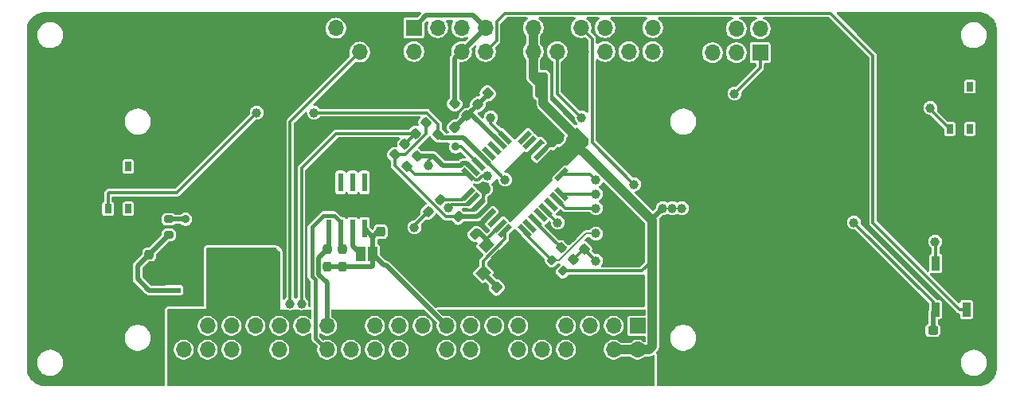
<source format=gtl>
G04 #@! TF.GenerationSoftware,KiCad,Pcbnew,9.0.1-9.0.1-0~ubuntu24.04.1*
G04 #@! TF.CreationDate,2025-04-20T11:34:57-06:00*
G04 #@! TF.ProjectId,Controller,436f6e74-726f-46c6-9c65-722e6b696361,rev?*
G04 #@! TF.SameCoordinates,Original*
G04 #@! TF.FileFunction,Copper,L1,Top*
G04 #@! TF.FilePolarity,Positive*
%FSLAX46Y46*%
G04 Gerber Fmt 4.6, Leading zero omitted, Abs format (unit mm)*
G04 Created by KiCad (PCBNEW 9.0.1-9.0.1-0~ubuntu24.04.1) date 2025-04-20 11:34:57*
%MOMM*%
%LPD*%
G01*
G04 APERTURE LIST*
G04 Aperture macros list*
%AMRoundRect*
0 Rectangle with rounded corners*
0 $1 Rounding radius*
0 $2 $3 $4 $5 $6 $7 $8 $9 X,Y pos of 4 corners*
0 Add a 4 corners polygon primitive as box body*
4,1,4,$2,$3,$4,$5,$6,$7,$8,$9,$2,$3,0*
0 Add four circle primitives for the rounded corners*
1,1,$1+$1,$2,$3*
1,1,$1+$1,$4,$5*
1,1,$1+$1,$6,$7*
1,1,$1+$1,$8,$9*
0 Add four rect primitives between the rounded corners*
20,1,$1+$1,$2,$3,$4,$5,0*
20,1,$1+$1,$4,$5,$6,$7,0*
20,1,$1+$1,$6,$7,$8,$9,0*
20,1,$1+$1,$8,$9,$2,$3,0*%
%AMRotRect*
0 Rectangle, with rotation*
0 The origin of the aperture is its center*
0 $1 length*
0 $2 width*
0 $3 Rotation angle, in degrees counterclockwise*
0 Add horizontal line*
21,1,$1,$2,0,0,$3*%
G04 Aperture macros list end*
G04 #@! TA.AperFunction,SMDPad,CuDef*
%ADD10RoundRect,0.237500X-0.044194X-0.380070X0.380070X0.044194X0.044194X0.380070X-0.380070X-0.044194X0*%
G04 #@! TD*
G04 #@! TA.AperFunction,ComponentPad*
%ADD11R,1.700000X1.700000*%
G04 #@! TD*
G04 #@! TA.AperFunction,ComponentPad*
%ADD12O,1.700000X1.700000*%
G04 #@! TD*
G04 #@! TA.AperFunction,SMDPad,CuDef*
%ADD13RoundRect,0.073750X-0.716250X-0.221250X0.716250X-0.221250X0.716250X0.221250X-0.716250X0.221250X0*%
G04 #@! TD*
G04 #@! TA.AperFunction,SMDPad,CuDef*
%ADD14R,0.558800X1.981200*%
G04 #@! TD*
G04 #@! TA.AperFunction,SMDPad,CuDef*
%ADD15R,0.711200X0.990600*%
G04 #@! TD*
G04 #@! TA.AperFunction,SMDPad,CuDef*
%ADD16RotRect,1.300000X1.100000X225.000000*%
G04 #@! TD*
G04 #@! TA.AperFunction,SMDPad,CuDef*
%ADD17RoundRect,0.237500X-0.344715X0.008839X0.008839X-0.344715X0.344715X-0.008839X-0.008839X0.344715X0*%
G04 #@! TD*
G04 #@! TA.AperFunction,SMDPad,CuDef*
%ADD18RoundRect,0.200000X0.335876X0.053033X0.053033X0.335876X-0.335876X-0.053033X-0.053033X-0.335876X0*%
G04 #@! TD*
G04 #@! TA.AperFunction,SMDPad,CuDef*
%ADD19RoundRect,0.237500X0.344715X-0.008839X-0.008839X0.344715X-0.344715X0.008839X0.008839X-0.344715X0*%
G04 #@! TD*
G04 #@! TA.AperFunction,SMDPad,CuDef*
%ADD20RoundRect,0.237500X0.044194X0.380070X-0.380070X-0.044194X-0.044194X-0.380070X0.380070X0.044194X0*%
G04 #@! TD*
G04 #@! TA.AperFunction,SMDPad,CuDef*
%ADD21RoundRect,0.250000X0.353553X0.000000X0.000000X0.353553X-0.353553X0.000000X0.000000X-0.353553X0*%
G04 #@! TD*
G04 #@! TA.AperFunction,SMDPad,CuDef*
%ADD22RotRect,1.600000X0.550000X45.000000*%
G04 #@! TD*
G04 #@! TA.AperFunction,SMDPad,CuDef*
%ADD23RotRect,1.600000X0.550000X135.000000*%
G04 #@! TD*
G04 #@! TA.AperFunction,SMDPad,CuDef*
%ADD24RoundRect,0.237500X0.008839X0.344715X-0.344715X-0.008839X-0.008839X-0.344715X0.344715X0.008839X0*%
G04 #@! TD*
G04 #@! TA.AperFunction,SMDPad,CuDef*
%ADD25RoundRect,0.237500X-0.380070X0.044194X0.044194X-0.380070X0.380070X-0.044194X-0.044194X0.380070X0*%
G04 #@! TD*
G04 #@! TA.AperFunction,SMDPad,CuDef*
%ADD26RoundRect,0.250000X0.412500X1.100000X-0.412500X1.100000X-0.412500X-1.100000X0.412500X-1.100000X0*%
G04 #@! TD*
G04 #@! TA.AperFunction,SMDPad,CuDef*
%ADD27RoundRect,0.237500X0.237500X-0.250000X0.237500X0.250000X-0.237500X0.250000X-0.237500X-0.250000X0*%
G04 #@! TD*
G04 #@! TA.AperFunction,SMDPad,CuDef*
%ADD28R,1.000000X1.500000*%
G04 #@! TD*
G04 #@! TA.AperFunction,SMDPad,CuDef*
%ADD29R,0.900000X1.500000*%
G04 #@! TD*
G04 #@! TA.AperFunction,SMDPad,CuDef*
%ADD30RoundRect,0.200000X-0.275000X0.200000X-0.275000X-0.200000X0.275000X-0.200000X0.275000X0.200000X0*%
G04 #@! TD*
G04 #@! TA.AperFunction,SMDPad,CuDef*
%ADD31RoundRect,0.237500X0.300000X0.237500X-0.300000X0.237500X-0.300000X-0.237500X0.300000X-0.237500X0*%
G04 #@! TD*
G04 #@! TA.AperFunction,SMDPad,CuDef*
%ADD32RoundRect,0.237500X0.237500X-0.300000X0.237500X0.300000X-0.237500X0.300000X-0.237500X-0.300000X0*%
G04 #@! TD*
G04 #@! TA.AperFunction,SMDPad,CuDef*
%ADD33RoundRect,0.237500X-0.237500X0.250000X-0.237500X-0.250000X0.237500X-0.250000X0.237500X0.250000X0*%
G04 #@! TD*
G04 #@! TA.AperFunction,ViaPad*
%ADD34C,1.000000*%
G04 #@! TD*
G04 #@! TA.AperFunction,ViaPad*
%ADD35C,0.900000*%
G04 #@! TD*
G04 #@! TA.AperFunction,Conductor*
%ADD36C,0.300000*%
G04 #@! TD*
G04 #@! TA.AperFunction,Conductor*
%ADD37C,0.500000*%
G04 #@! TD*
G04 #@! TA.AperFunction,Conductor*
%ADD38C,1.000000*%
G04 #@! TD*
G04 #@! TA.AperFunction,Conductor*
%ADD39C,0.200000*%
G04 #@! TD*
G04 #@! TA.AperFunction,Conductor*
%ADD40C,0.400000*%
G04 #@! TD*
G04 APERTURE END LIST*
D10*
X160350120Y-173761880D03*
X161569880Y-172542120D03*
D11*
X180620682Y-184144257D03*
D12*
X180620682Y-186684257D03*
X178080682Y-184144257D03*
X178080682Y-186684257D03*
X175540682Y-184144257D03*
X175540682Y-186684257D03*
X173000682Y-184144257D03*
X173000682Y-186684257D03*
X170460682Y-184144257D03*
X170460682Y-186684257D03*
X167920682Y-184144257D03*
X167920682Y-186684257D03*
X165380682Y-184144257D03*
X165380682Y-186684257D03*
X162840682Y-184144257D03*
X162840682Y-186684257D03*
X160300682Y-184144257D03*
X160300682Y-186684257D03*
X157760682Y-184144257D03*
X157760682Y-186684257D03*
X155220682Y-184144257D03*
X155220682Y-186684257D03*
X152680682Y-184144257D03*
X152680682Y-186684257D03*
X150140682Y-184144257D03*
X150140682Y-186684257D03*
X147600682Y-184144257D03*
X147600682Y-186684257D03*
X145060682Y-184144257D03*
X145060682Y-186684257D03*
X142520682Y-184144257D03*
X142520682Y-186684257D03*
X139980682Y-184144257D03*
X139980682Y-186684257D03*
X137440682Y-184144257D03*
X137440682Y-186684257D03*
X134900682Y-184144257D03*
X134900682Y-186684257D03*
X132360682Y-184144257D03*
X132360682Y-186684257D03*
D13*
X136540850Y-176550000D03*
X136540850Y-177820000D03*
X136540850Y-179090000D03*
X136540850Y-180360000D03*
X131290850Y-180360000D03*
X131290850Y-176550000D03*
X131290850Y-177820000D03*
X131290850Y-179090000D03*
D14*
X151585000Y-168876200D03*
X150315000Y-168876200D03*
X149045000Y-168876200D03*
X147775000Y-168876200D03*
X147775000Y-173803800D03*
X149045000Y-173803800D03*
X150315000Y-173803800D03*
X151585000Y-173803800D03*
D15*
X124320002Y-171690002D03*
X124320002Y-167190000D03*
X126470000Y-171690002D03*
X126470000Y-167190000D03*
X213820002Y-163180002D03*
X213820002Y-158680000D03*
X215970000Y-163180002D03*
X215970000Y-158680000D03*
D16*
X164569664Y-175592764D03*
X162943318Y-177219110D03*
X164216110Y-178491902D03*
X165842456Y-176865556D03*
D17*
X173776765Y-177123529D03*
X172486295Y-175833059D03*
D18*
X171552637Y-177140637D03*
X172719363Y-178307363D03*
D19*
X173660000Y-174676000D03*
X174950470Y-175966470D03*
D10*
X165669293Y-180079551D03*
X166889053Y-178859791D03*
D20*
X163400475Y-174362428D03*
X162180715Y-175582188D03*
D21*
X161187353Y-163046396D03*
X159419587Y-161278630D03*
D22*
X162594897Y-170113305D03*
X163160583Y-170678990D03*
X163726268Y-171244676D03*
X164291953Y-171810361D03*
X164857639Y-172376047D03*
X165423324Y-172941732D03*
X165989010Y-173507417D03*
X166554695Y-174073103D03*
D23*
X168605305Y-174073103D03*
X169170990Y-173507417D03*
X169736676Y-172941732D03*
X170302361Y-172376047D03*
X170868047Y-171810361D03*
X171433732Y-171244676D03*
X171999417Y-170678990D03*
X172565103Y-170113305D03*
D22*
X172565103Y-168062695D03*
X171999417Y-167497010D03*
X171433732Y-166931324D03*
X170868047Y-166365639D03*
X170302361Y-165799953D03*
X169736676Y-165234268D03*
X169170990Y-164668583D03*
X168605305Y-164102897D03*
D23*
X166554695Y-164102897D03*
X165989010Y-164668583D03*
X165423324Y-165234268D03*
X164857639Y-165799953D03*
X164291953Y-166365639D03*
X163726268Y-166931324D03*
X163160583Y-167497010D03*
X162594897Y-168062695D03*
D17*
X154801221Y-165928749D03*
X156091691Y-167219219D03*
D19*
X162472705Y-161791748D03*
X161182235Y-160501278D03*
D17*
X162346765Y-159298765D03*
X163637235Y-160589235D03*
X158134235Y-162533278D03*
X159424705Y-163823748D03*
X157003861Y-163675841D03*
X158294331Y-164966311D03*
D19*
X157176033Y-166087026D03*
X155885563Y-164796556D03*
D24*
X159658303Y-170717876D03*
X158367833Y-172008346D03*
D11*
X193660144Y-155100134D03*
D12*
X193660144Y-152560134D03*
X191120144Y-155100134D03*
X191120144Y-152560134D03*
X188580144Y-155100134D03*
X188580144Y-152560134D03*
D25*
X163484480Y-158189668D03*
X164704240Y-159409428D03*
X172198210Y-164234300D03*
X173417970Y-165454060D03*
D26*
X173525495Y-158528772D03*
X170400495Y-158528772D03*
D27*
X149285001Y-177826300D03*
X149285001Y-176001300D03*
D28*
X151155001Y-176503799D03*
X152455001Y-176503799D03*
D29*
X212320000Y-182400000D03*
X215620000Y-182400000D03*
X215620000Y-177500000D03*
X212320000Y-177500000D03*
D30*
X130790000Y-172805000D03*
X130790000Y-174455000D03*
D31*
X213760000Y-184610000D03*
X212035000Y-184610000D03*
D32*
X153315000Y-174123800D03*
X153315000Y-172398800D03*
D11*
X151070000Y-152490000D03*
D12*
X148530000Y-152490000D03*
X151070000Y-155030000D03*
X148530000Y-155030000D03*
D33*
X128680000Y-176547500D03*
X128680000Y-178372500D03*
D11*
X156829318Y-152425743D03*
D12*
X159369318Y-152425743D03*
X161909318Y-152425743D03*
X164449318Y-152425743D03*
X166989318Y-152425743D03*
X169529318Y-152425743D03*
X172069318Y-152425743D03*
X174609318Y-152425743D03*
X177149318Y-152425743D03*
X179689318Y-152425743D03*
X182229318Y-152425743D03*
X156829318Y-154965743D03*
X159369318Y-154965743D03*
X161909318Y-154965743D03*
X164449318Y-154965743D03*
X166989318Y-154965743D03*
X169529318Y-154965743D03*
X172069318Y-154965743D03*
X174609318Y-154965743D03*
X177149318Y-154965743D03*
X179689318Y-154965743D03*
X182229318Y-154965743D03*
D27*
X147635000Y-177826300D03*
X147635000Y-176001300D03*
D34*
X138608000Y-174168000D03*
X140132000Y-174168000D03*
X140132000Y-170104000D03*
X187884000Y-173660000D03*
X185852000Y-173660000D03*
X187884000Y-176708000D03*
X185852000Y-176708000D03*
X187884000Y-180264000D03*
X185852000Y-180264000D03*
X183820000Y-180264000D03*
X183820000Y-176708000D03*
X183820000Y-173660000D03*
X203632000Y-173152000D03*
X185344000Y-171628000D03*
X184328000Y-171628000D03*
X183312000Y-171628000D03*
X160452000Y-166040000D03*
X164516000Y-169596000D03*
X140132000Y-168072000D03*
X140132000Y-166040000D03*
X140132000Y-164008000D03*
X146228000Y-162992000D03*
X149276000Y-159944000D03*
X147752000Y-162992000D03*
X147752000Y-159944000D03*
X159436000Y-158420000D03*
X159436000Y-156896000D03*
X167056000Y-161468000D03*
X167056000Y-159944000D03*
X167056000Y-158420000D03*
X167056000Y-156896000D03*
X178232000Y-173660000D03*
X180264000Y-173660000D03*
X178232000Y-176708000D03*
X180264000Y-176708000D03*
X180264000Y-180264000D03*
X178232000Y-180264000D03*
X169088000Y-177724000D03*
X170612000Y-179248000D03*
X169088000Y-180264000D03*
X160452000Y-180264000D03*
X158420000Y-178232000D03*
X156896000Y-176708000D03*
X155372000Y-175184000D03*
X137084000Y-174168000D03*
X135560000Y-174168000D03*
X134036000Y-174168000D03*
X132512000Y-174168000D03*
X132512000Y-175692000D03*
X132512000Y-177216000D03*
X132512000Y-178740000D03*
X176200000Y-180264000D03*
X153340000Y-169596000D03*
X197536000Y-169088000D03*
X176200000Y-177216000D03*
X211760000Y-160960000D03*
X140132000Y-161468000D03*
X146228000Y-161468000D03*
X160493206Y-171586794D03*
X165024000Y-161976000D03*
X172136000Y-173152000D03*
X144888003Y-181788000D03*
X158420000Y-167056000D03*
X143688000Y-181788000D03*
X156896000Y-173660000D03*
X212268000Y-175184000D03*
X174676000Y-161976000D03*
X164615966Y-168162948D03*
X166548000Y-168580000D03*
X180264000Y-169088000D03*
X176200000Y-174334000D03*
X176160394Y-168619606D03*
X190932000Y-159436000D03*
X176200000Y-170104000D03*
X176200000Y-171628000D03*
D35*
X161293472Y-165092025D03*
X132550000Y-172790000D03*
D34*
X180264000Y-164516000D03*
D36*
X212035000Y-181555000D02*
X203632000Y-173152000D01*
X212035000Y-184610000D02*
X212035000Y-181555000D01*
D37*
X182171682Y-172933836D02*
X182171682Y-172768318D01*
X182171682Y-172768318D02*
X183312000Y-171628000D01*
D36*
X159378311Y-164966311D02*
X160452000Y-166040000D01*
X158294331Y-164966311D02*
X159378311Y-164966311D01*
D37*
X163160583Y-167497010D02*
X162719573Y-167056000D01*
X162719573Y-167056000D02*
X162614922Y-167056000D01*
X162614922Y-167056000D02*
X162410477Y-166851555D01*
X162410477Y-166851555D02*
X162036855Y-166851555D01*
X161832410Y-167056000D02*
X159896974Y-167056000D01*
X159896974Y-167056000D02*
X158928000Y-166087026D01*
X162036855Y-166851555D02*
X161832410Y-167056000D01*
D36*
X146228000Y-161468000D02*
X158237099Y-161468000D01*
X159424705Y-162655606D02*
X159424705Y-163823748D01*
X158237099Y-161468000D02*
X159424705Y-162655606D01*
X164271723Y-169840277D02*
X164516000Y-169596000D01*
X164271723Y-170699221D02*
X164271723Y-169840277D01*
X163726268Y-171244676D02*
X164271723Y-170699221D01*
X162695150Y-168162948D02*
X162594897Y-168062695D01*
X164122405Y-168162948D02*
X163677203Y-168608150D01*
X164615966Y-168162948D02*
X164122405Y-168162948D01*
X163677203Y-168608150D02*
X163386425Y-168608150D01*
X162941223Y-168162948D02*
X162695150Y-168162948D01*
X163386425Y-168608150D02*
X162941223Y-168162948D01*
D37*
X161909318Y-154965743D02*
X161182235Y-155692826D01*
X161182235Y-155692826D02*
X161182235Y-160501278D01*
D38*
X182171682Y-172933836D02*
X182171682Y-177216000D01*
D36*
X172719363Y-178307363D02*
X181080319Y-178307363D01*
X181080319Y-178307363D02*
X182171682Y-177216000D01*
X176200000Y-177216000D02*
X174950470Y-175966470D01*
D39*
X171552637Y-177140637D02*
X172310471Y-177140637D01*
X172310471Y-177140637D02*
X175117108Y-174334000D01*
X175117108Y-174334000D02*
X176200000Y-174334000D01*
D38*
X182171682Y-181788000D02*
X182171682Y-186335338D01*
D36*
X211760000Y-160960000D02*
X211760000Y-161120000D01*
X211760000Y-161120000D02*
X213820002Y-163180002D01*
X124320002Y-171690002D02*
X124320002Y-170089998D01*
X124320002Y-170089998D02*
X124450000Y-169960000D01*
X140132000Y-161468000D02*
X131640000Y-169960000D01*
X131640000Y-169960000D02*
X124450000Y-169960000D01*
X160855555Y-171224445D02*
X160493206Y-171586794D01*
X162615128Y-171224445D02*
X160855555Y-171224445D01*
X163160583Y-170678990D02*
X162615128Y-171224445D01*
X165024000Y-161976000D02*
X165024000Y-162572202D01*
X165024000Y-162572202D02*
X166554695Y-164102897D01*
X170868047Y-171810361D02*
X170868047Y-171884047D01*
X170868047Y-171884047D02*
X172136000Y-173152000D01*
X157003861Y-163675841D02*
X148592159Y-163675841D01*
X148592159Y-163675841D02*
X144888003Y-167379997D01*
X144888003Y-167379997D02*
X144888003Y-181788000D01*
X158420000Y-166595026D02*
X158928000Y-166087026D01*
D37*
X158928000Y-166087026D02*
X157176033Y-166087026D01*
D36*
X158420000Y-167056000D02*
X158420000Y-166595026D01*
X143688000Y-181788000D02*
X143688000Y-162412000D01*
X143688000Y-162412000D02*
X151070000Y-155030000D01*
X156896000Y-173660000D02*
X156896000Y-173480179D01*
X156896000Y-173480179D02*
X158367833Y-172008346D01*
X212320000Y-177500000D02*
X212320000Y-175236000D01*
X212320000Y-175236000D02*
X212268000Y-175184000D01*
X164449318Y-154965743D02*
X165650318Y-153764743D01*
X205664000Y-173194000D02*
X214870000Y-182400000D01*
X165650318Y-153764743D02*
X165650318Y-151788682D01*
X165650318Y-151788682D02*
X166548000Y-150891000D01*
X166548000Y-150891000D02*
X201183000Y-150891000D01*
X201183000Y-150891000D02*
X205664000Y-155372000D01*
X205664000Y-155372000D02*
X205664000Y-173194000D01*
X214870000Y-182400000D02*
X215620000Y-182400000D01*
X174603353Y-161976000D02*
X174676000Y-161976000D01*
X172069318Y-159441965D02*
X174603353Y-161976000D01*
X172069318Y-154965743D02*
X172069318Y-159441965D01*
X166548000Y-168580000D02*
X164333639Y-166365639D01*
X164333639Y-166365639D02*
X164291953Y-166365639D01*
X175810318Y-164634318D02*
X175810318Y-153626743D01*
X175810318Y-153626743D02*
X174609318Y-152425743D01*
X180264000Y-169088000D02*
X175810318Y-164634318D01*
D38*
X173753846Y-164516000D02*
X175992923Y-166755077D01*
D36*
X175603483Y-168062695D02*
X176160394Y-168619606D01*
X172565103Y-168062695D02*
X175603483Y-168062695D01*
X172565103Y-170113305D02*
X176190695Y-170113305D01*
X176190695Y-170113305D02*
X176200000Y-170104000D01*
X190932000Y-159436000D02*
X193660144Y-156707856D01*
X193660144Y-156707856D02*
X193660144Y-155100134D01*
X171999417Y-170678990D02*
X172948427Y-171628000D01*
X172948427Y-171628000D02*
X176200000Y-171628000D01*
X154801221Y-165928749D02*
X154801221Y-167096891D01*
X154801221Y-167096891D02*
X160246450Y-172542120D01*
X160246450Y-172542120D02*
X161569880Y-172542120D01*
X155885563Y-164796556D02*
X155885563Y-164794139D01*
X155885563Y-164794139D02*
X157003861Y-163675841D01*
X161886969Y-165092025D02*
X161293472Y-165092025D01*
X163726268Y-166931324D02*
X161886969Y-165092025D01*
D38*
X182171682Y-177216000D02*
X182171682Y-178232000D01*
D36*
X164569664Y-175592764D02*
X164569664Y-174926763D01*
X164569664Y-174926763D02*
X165989010Y-173507417D01*
X164216110Y-178491902D02*
X164216110Y-177219110D01*
X164216110Y-177219110D02*
X166554695Y-174880525D01*
X166554695Y-174880525D02*
X166554695Y-174073103D01*
D37*
X165669293Y-180079551D02*
X165669293Y-179945085D01*
X165669293Y-179945085D02*
X164216110Y-178491902D01*
X161569880Y-172542120D02*
X163560194Y-172542120D01*
X163560194Y-172542120D02*
X164291953Y-171810361D01*
X163654912Y-174066120D02*
X164847223Y-175258431D01*
D36*
X174950470Y-175966470D02*
X174933824Y-175966470D01*
X174933824Y-175966470D02*
X173776765Y-177123529D01*
X172486295Y-175833059D02*
X169736676Y-173083440D01*
X169736676Y-173083440D02*
X169736676Y-172941732D01*
X171256601Y-176930155D02*
X168605305Y-174278859D01*
X168605305Y-174278859D02*
X168605305Y-174073103D01*
X159658303Y-170717876D02*
X161990326Y-170717876D01*
X161990326Y-170717876D02*
X162594897Y-170113305D01*
X162594897Y-168062695D02*
X156935167Y-168062695D01*
X156935167Y-168062695D02*
X156091691Y-167219219D01*
X158134235Y-162533278D02*
X158134235Y-163733702D01*
X158134235Y-163733702D02*
X155939188Y-165928749D01*
X155939188Y-165928749D02*
X154801221Y-165928749D01*
D37*
X159424705Y-163823748D02*
X159769420Y-164168463D01*
X159769420Y-164168463D02*
X162094777Y-164168463D01*
X162094777Y-164168463D02*
X164291953Y-166365639D01*
X163637235Y-160627218D02*
X162894226Y-161370226D01*
X165989010Y-164668583D02*
X162894226Y-161573799D01*
X162894226Y-161573799D02*
X162894226Y-161370226D01*
X162472705Y-161791748D02*
X162442001Y-161791748D01*
X162442001Y-161791748D02*
X161187353Y-163046396D01*
X163637235Y-160589235D02*
X163637235Y-160627218D01*
X162894226Y-161370226D02*
X162472705Y-161791748D01*
X164704240Y-159409428D02*
X164704240Y-159522230D01*
X164704240Y-159522230D02*
X163637235Y-160589235D01*
X156829318Y-152425743D02*
X158130318Y-151124743D01*
X158130318Y-151124743D02*
X163148318Y-151124743D01*
X163148318Y-151124743D02*
X164449318Y-152425743D01*
X164449318Y-152425743D02*
X161909318Y-154965743D01*
D38*
X178080682Y-186684257D02*
X181822763Y-186684257D01*
X173753846Y-164516000D02*
X173753846Y-165118184D01*
X175992923Y-166755077D02*
X182171682Y-172933836D01*
X182171682Y-178232000D02*
X182171682Y-181788000D01*
X182171682Y-186335338D02*
X181822763Y-186684257D01*
X181822763Y-186684257D02*
X180620682Y-186684257D01*
D37*
X169850000Y-167310000D02*
X170198528Y-167658528D01*
X170228676Y-166931324D02*
X171433732Y-166931324D01*
X169850000Y-167310000D02*
X170228676Y-166931324D01*
D38*
X171433732Y-166931324D02*
X170198528Y-168166528D01*
D37*
X170198528Y-167658528D02*
X170198528Y-168166528D01*
X169736676Y-165234268D02*
X169091221Y-165879723D01*
X169091221Y-165879723D02*
X169091221Y-166551221D01*
X169091221Y-166551221D02*
X169850000Y-167310000D01*
D38*
X170612000Y-160452000D02*
X173753846Y-163593846D01*
D37*
X171999417Y-167497010D02*
X171999417Y-166872613D01*
X171999417Y-166872613D02*
X173417970Y-165454060D01*
X170868047Y-166365639D02*
X171999417Y-166365639D01*
X171999417Y-166365639D02*
X172910996Y-165454060D01*
D38*
X167660164Y-170704892D02*
X167056000Y-170704892D01*
D37*
X165423324Y-172941732D02*
X167056000Y-171309056D01*
X167056000Y-171309056D02*
X167056000Y-170704892D01*
X164291953Y-171810361D02*
X165187408Y-170914907D01*
D38*
X170198528Y-168166528D02*
X167660164Y-170704892D01*
X167056000Y-170704892D02*
X165397422Y-170704892D01*
X165397422Y-170704892D02*
X165187408Y-170914907D01*
X173417970Y-165454060D02*
X172910996Y-165454060D01*
X172910996Y-165454060D02*
X171433732Y-166931324D01*
X170400495Y-158528772D02*
X170612000Y-158740277D01*
X170612000Y-158740277D02*
X170612000Y-160452000D01*
X173753846Y-163593846D02*
X173753846Y-164516000D01*
X173753846Y-165118184D02*
X173417970Y-165454060D01*
X169529318Y-154965743D02*
X169529318Y-157657595D01*
X169529318Y-157657595D02*
X170400495Y-158528772D01*
X169529318Y-152425743D02*
X169529318Y-154965743D01*
D40*
X130738350Y-178372500D02*
X131290850Y-177820000D01*
X131290850Y-179090000D02*
X131290850Y-177820000D01*
X131290850Y-177820000D02*
X131290850Y-176550000D01*
X128680000Y-178372500D02*
X130738350Y-178372500D01*
D37*
X147635000Y-176001300D02*
X146710000Y-176926300D01*
X147775000Y-175861300D02*
X147635000Y-176001300D01*
X147775000Y-173803800D02*
X147775000Y-175861300D01*
X146710000Y-176926300D02*
X146710000Y-178670000D01*
X147600682Y-179560682D02*
X147600682Y-184144257D01*
X146710000Y-178670000D02*
X147600682Y-179560682D01*
X149045000Y-173803800D02*
X149045000Y-175761299D01*
D40*
X147223600Y-172413200D02*
X148365600Y-172413200D01*
X149045000Y-173092600D02*
X149045000Y-173803800D01*
X146350682Y-185434257D02*
X146350682Y-179229921D01*
X146350682Y-179229921D02*
X146010000Y-178889239D01*
X147600682Y-186684257D02*
X146350682Y-185434257D01*
X148365600Y-172413200D02*
X149045000Y-173092600D01*
X146010000Y-178889239D02*
X146010000Y-173626800D01*
X146010000Y-173626800D02*
X147223600Y-172413200D01*
D37*
X149045000Y-175761299D02*
X149285001Y-176001300D01*
X212035000Y-184610000D02*
X212035000Y-182685000D01*
X212035000Y-182685000D02*
X212320000Y-182400000D01*
X153860224Y-177703799D02*
X153655001Y-177703799D01*
X153315000Y-174123800D02*
X153005002Y-174123800D01*
X160300682Y-184144257D02*
X153860224Y-177703799D01*
X151585000Y-173803800D02*
X152455001Y-174673801D01*
X152455001Y-177753799D02*
X152455001Y-176503799D01*
X147635000Y-177826300D02*
X149285001Y-177826300D01*
X152455001Y-174673801D02*
X152455001Y-176503799D01*
X152382500Y-177826300D02*
X152455001Y-177753799D01*
X153655001Y-177703799D02*
X152455001Y-176503799D01*
X153005002Y-174123800D02*
X152455001Y-174673801D01*
X149285001Y-177826300D02*
X152382500Y-177826300D01*
X150315000Y-173803800D02*
X150315000Y-175663798D01*
X150315000Y-175663798D02*
X151155001Y-176503799D01*
X132535000Y-172805000D02*
X132550000Y-172790000D01*
X130790000Y-172805000D02*
X132535000Y-172805000D01*
X215620000Y-182390000D02*
X215650000Y-182360000D01*
X215620000Y-182400000D02*
X215620000Y-182390000D01*
X128697500Y-176547500D02*
X130790000Y-174455000D01*
X128680000Y-176547500D02*
X127470000Y-177757500D01*
X127470000Y-177757500D02*
X127470000Y-179150000D01*
X128680000Y-180360000D02*
X131290850Y-180360000D01*
X127470000Y-179150000D02*
X128680000Y-180360000D01*
X128680000Y-176547500D02*
X128697500Y-176547500D01*
G04 #@! TA.AperFunction,Conductor*
G36*
X157574424Y-150760185D02*
G01*
X157620179Y-150812989D01*
X157630123Y-150882147D01*
X157601098Y-150945703D01*
X157595066Y-150952181D01*
X157258323Y-151288924D01*
X157197000Y-151322409D01*
X157170642Y-151325243D01*
X155954641Y-151325243D01*
X155881582Y-151339775D01*
X155881578Y-151339776D01*
X155798717Y-151395142D01*
X155743351Y-151478003D01*
X155743350Y-151478007D01*
X155728818Y-151551064D01*
X155728818Y-153300421D01*
X155743350Y-153373478D01*
X155743351Y-153373482D01*
X155760766Y-153399545D01*
X155798717Y-153456344D01*
X155878827Y-153509871D01*
X155881578Y-153511709D01*
X155881582Y-153511710D01*
X155954639Y-153526242D01*
X155954642Y-153526243D01*
X155954644Y-153526243D01*
X157703994Y-153526243D01*
X157703995Y-153526242D01*
X157777058Y-153511709D01*
X157859919Y-153456344D01*
X157915284Y-153373483D01*
X157929818Y-153300417D01*
X157929818Y-152084419D01*
X157949503Y-152017380D01*
X157966137Y-151996738D01*
X158074505Y-151888370D01*
X158200859Y-151762015D01*
X158262180Y-151728532D01*
X158331871Y-151733516D01*
X158387805Y-151775387D01*
X158412222Y-151840852D01*
X158399023Y-151905992D01*
X158349447Y-152003292D01*
X158349445Y-152003297D01*
X158349445Y-152003298D01*
X158328567Y-152067552D01*
X158295915Y-152168045D01*
X158274630Y-152302436D01*
X158268818Y-152339132D01*
X158268818Y-152512354D01*
X158295916Y-152683444D01*
X158349445Y-152848188D01*
X158428086Y-153002531D01*
X158529904Y-153142671D01*
X158652390Y-153265157D01*
X158792530Y-153366975D01*
X158946873Y-153445616D01*
X159111617Y-153499145D01*
X159282707Y-153526243D01*
X159282708Y-153526243D01*
X159455928Y-153526243D01*
X159455929Y-153526243D01*
X159627019Y-153499145D01*
X159791763Y-153445616D01*
X159946106Y-153366975D01*
X160086246Y-153265157D01*
X160208732Y-153142671D01*
X160310550Y-153002531D01*
X160389191Y-152848188D01*
X160442720Y-152683444D01*
X160469818Y-152512354D01*
X160469818Y-152339132D01*
X160442720Y-152168042D01*
X160389191Y-152003298D01*
X160310550Y-151848955D01*
X160291059Y-151822128D01*
X160267580Y-151756321D01*
X160283406Y-151688268D01*
X160333512Y-151639573D01*
X160391378Y-151625243D01*
X160887258Y-151625243D01*
X160954297Y-151644928D01*
X161000052Y-151697732D01*
X161009996Y-151766890D01*
X160987577Y-151822128D01*
X160968085Y-151848955D01*
X160889446Y-152003295D01*
X160835915Y-152168045D01*
X160814630Y-152302436D01*
X160808818Y-152339132D01*
X160808818Y-152512354D01*
X160835916Y-152683444D01*
X160889445Y-152848188D01*
X160968086Y-153002531D01*
X161069904Y-153142671D01*
X161192390Y-153265157D01*
X161332530Y-153366975D01*
X161486873Y-153445616D01*
X161651617Y-153499145D01*
X161822707Y-153526243D01*
X161822708Y-153526243D01*
X161995928Y-153526243D01*
X161995929Y-153526243D01*
X162167019Y-153499145D01*
X162331763Y-153445616D01*
X162429066Y-153396037D01*
X162497734Y-153383142D01*
X162562475Y-153409418D01*
X162602732Y-153466525D01*
X162605724Y-153536330D01*
X162573041Y-153594204D01*
X162302178Y-153865067D01*
X162240855Y-153898552D01*
X162176184Y-153895319D01*
X162167019Y-153892341D01*
X162167017Y-153892340D01*
X162167015Y-153892340D01*
X162047557Y-153873420D01*
X161995929Y-153865243D01*
X161822707Y-153865243D01*
X161783046Y-153871524D01*
X161651620Y-153892340D01*
X161486870Y-153945871D01*
X161332529Y-154024511D01*
X161299458Y-154048539D01*
X161192390Y-154126329D01*
X161192388Y-154126331D01*
X161192387Y-154126331D01*
X161069906Y-154248812D01*
X161069906Y-154248813D01*
X161069904Y-154248815D01*
X161031253Y-154302014D01*
X160968086Y-154388954D01*
X160889446Y-154543295D01*
X160889445Y-154543297D01*
X160889445Y-154543298D01*
X160869234Y-154605500D01*
X160835915Y-154708045D01*
X160808818Y-154879132D01*
X160808818Y-155052353D01*
X160835915Y-155223440D01*
X160838894Y-155232609D01*
X160840886Y-155302450D01*
X160808644Y-155358602D01*
X160781737Y-155385508D01*
X160715843Y-155499639D01*
X160681735Y-155626934D01*
X160681735Y-159906727D01*
X160662050Y-159973766D01*
X160645416Y-159994408D01*
X160459456Y-160180367D01*
X160459450Y-160180374D01*
X160422766Y-160225895D01*
X160422765Y-160225897D01*
X160364473Y-160353535D01*
X160364472Y-160353540D01*
X160344503Y-160492439D01*
X160364472Y-160631337D01*
X160364473Y-160631342D01*
X160422765Y-160758982D01*
X160422767Y-160758984D01*
X160459449Y-160804504D01*
X160459452Y-160804507D01*
X160459455Y-160804511D01*
X160879001Y-161224057D01*
X160879005Y-161224060D01*
X160879009Y-161224064D01*
X160903835Y-161244070D01*
X160924530Y-161260747D01*
X161052170Y-161319039D01*
X161052173Y-161319039D01*
X161052174Y-161319040D01*
X161191074Y-161339010D01*
X161329974Y-161319040D01*
X161329975Y-161319039D01*
X161329977Y-161319039D01*
X161369443Y-161301014D01*
X161457619Y-161260746D01*
X161503138Y-161224064D01*
X161905021Y-160822181D01*
X161941703Y-160776662D01*
X161989996Y-160670917D01*
X161999996Y-160649020D01*
X161999997Y-160649015D01*
X162002538Y-160631342D01*
X162019967Y-160510117D01*
X161999997Y-160371217D01*
X161999996Y-160371216D01*
X161999996Y-160371213D01*
X161941704Y-160243573D01*
X161910016Y-160204251D01*
X161905021Y-160198052D01*
X161905017Y-160198048D01*
X161905014Y-160198044D01*
X161719054Y-160012084D01*
X161685569Y-159950761D01*
X161682735Y-159924403D01*
X161682735Y-156189258D01*
X161702420Y-156122219D01*
X161755224Y-156076464D01*
X161817728Y-156067476D01*
X161817856Y-156065861D01*
X161822707Y-156066243D01*
X161995928Y-156066243D01*
X161995929Y-156066243D01*
X162167019Y-156039145D01*
X162331763Y-155985616D01*
X162486106Y-155906975D01*
X162626246Y-155805157D01*
X162748732Y-155682671D01*
X162850550Y-155542531D01*
X162929191Y-155388188D01*
X162982720Y-155223444D01*
X163009818Y-155052354D01*
X163009818Y-154879132D01*
X162982720Y-154708042D01*
X162979744Y-154698886D01*
X162977745Y-154629047D01*
X163009990Y-154572883D01*
X163280861Y-154302012D01*
X163342182Y-154268529D01*
X163411874Y-154273513D01*
X163467807Y-154315385D01*
X163492224Y-154380849D01*
X163479025Y-154445989D01*
X163429447Y-154543292D01*
X163429445Y-154543297D01*
X163429445Y-154543298D01*
X163409234Y-154605500D01*
X163375915Y-154708045D01*
X163348818Y-154879132D01*
X163348818Y-155052353D01*
X163374960Y-155217413D01*
X163375916Y-155223444D01*
X163429445Y-155388188D01*
X163508086Y-155542531D01*
X163609904Y-155682671D01*
X163732390Y-155805157D01*
X163872530Y-155906975D01*
X164026873Y-155985616D01*
X164191617Y-156039145D01*
X164362707Y-156066243D01*
X164362708Y-156066243D01*
X164535928Y-156066243D01*
X164535929Y-156066243D01*
X164707019Y-156039145D01*
X164871763Y-155985616D01*
X165026106Y-155906975D01*
X165166246Y-155805157D01*
X165288732Y-155682671D01*
X165390550Y-155542531D01*
X165469191Y-155388188D01*
X165522720Y-155223444D01*
X165549818Y-155052354D01*
X165549818Y-154879132D01*
X165522720Y-154708042D01*
X165485059Y-154592136D01*
X165483065Y-154522301D01*
X165515307Y-154466145D01*
X165970798Y-154010656D01*
X165976980Y-153999949D01*
X165979578Y-153995450D01*
X166002009Y-153956597D01*
X166023525Y-153919330D01*
X166050818Y-153817470D01*
X166050818Y-152005937D01*
X166070503Y-151938898D01*
X166087137Y-151918256D01*
X166677574Y-151327819D01*
X166738897Y-151294334D01*
X166765255Y-151291500D01*
X168836554Y-151291500D01*
X168903593Y-151311185D01*
X168949348Y-151363989D01*
X168959292Y-151433147D01*
X168930267Y-151496703D01*
X168909440Y-151515817D01*
X168812390Y-151586329D01*
X168812388Y-151586331D01*
X168812387Y-151586331D01*
X168689906Y-151708812D01*
X168689906Y-151708813D01*
X168689904Y-151708815D01*
X168671958Y-151733516D01*
X168588086Y-151848954D01*
X168509446Y-152003295D01*
X168455915Y-152168045D01*
X168434630Y-152302436D01*
X168428818Y-152339132D01*
X168428818Y-152512354D01*
X168455916Y-152683444D01*
X168509445Y-152848188D01*
X168588086Y-153002531D01*
X168689904Y-153142671D01*
X168689906Y-153142673D01*
X168742499Y-153195266D01*
X168775984Y-153256589D01*
X168778818Y-153282947D01*
X168778818Y-154108539D01*
X168759133Y-154175578D01*
X168742499Y-154196220D01*
X168689906Y-154248812D01*
X168689906Y-154248813D01*
X168689904Y-154248815D01*
X168651253Y-154302014D01*
X168588086Y-154388954D01*
X168509446Y-154543295D01*
X168509445Y-154543297D01*
X168509445Y-154543298D01*
X168489234Y-154605500D01*
X168455915Y-154708045D01*
X168428818Y-154879132D01*
X168428818Y-155052353D01*
X168454960Y-155217413D01*
X168455916Y-155223444D01*
X168509445Y-155388188D01*
X168588086Y-155542531D01*
X168689904Y-155682671D01*
X168689906Y-155682673D01*
X168742499Y-155735266D01*
X168775984Y-155796589D01*
X168778818Y-155822947D01*
X168778818Y-157731513D01*
X168778818Y-157731515D01*
X168778817Y-157731515D01*
X168807658Y-157876502D01*
X168807661Y-157876512D01*
X168864232Y-158013086D01*
X168864234Y-158013090D01*
X168880907Y-158038043D01*
X168889133Y-158050355D01*
X168946367Y-158136013D01*
X168946370Y-158136016D01*
X169451176Y-158640821D01*
X169484661Y-158702144D01*
X169487495Y-158728502D01*
X169487495Y-159676642D01*
X169487496Y-159676648D01*
X169493903Y-159736255D01*
X169544197Y-159871100D01*
X169544201Y-159871107D01*
X169630447Y-159986316D01*
X169630450Y-159986319D01*
X169745661Y-160072566D01*
X169745661Y-160072567D01*
X169745664Y-160072568D01*
X169780832Y-160085684D01*
X169836765Y-160127553D01*
X169861184Y-160193016D01*
X169861500Y-160201866D01*
X169861500Y-160525918D01*
X169861500Y-160525920D01*
X169861499Y-160525920D01*
X169890340Y-160670907D01*
X169890343Y-160670917D01*
X169946913Y-160807490D01*
X169946914Y-160807491D01*
X169946916Y-160807495D01*
X169956728Y-160822179D01*
X169956729Y-160822181D01*
X170029051Y-160930420D01*
X170029052Y-160930421D01*
X172865600Y-163766968D01*
X172899085Y-163828291D01*
X172894101Y-163897983D01*
X172879778Y-163925365D01*
X172856346Y-163959115D01*
X172846486Y-163974457D01*
X172846483Y-163974463D01*
X172813318Y-164068469D01*
X172813317Y-164068474D01*
X172803373Y-164137632D01*
X172803373Y-164210361D01*
X172810629Y-164260839D01*
X172810631Y-164260842D01*
X172810631Y-164296136D01*
X172806191Y-164327021D01*
X172796247Y-164360888D01*
X172781633Y-164392888D01*
X172756520Y-164429057D01*
X172392967Y-164792610D01*
X172356798Y-164817723D01*
X172324798Y-164832337D01*
X172324795Y-164832337D01*
X172324795Y-164832338D01*
X172299602Y-164839735D01*
X172290931Y-164842281D01*
X172260046Y-164846721D01*
X172224757Y-164846721D01*
X172174276Y-164839464D01*
X172174261Y-164839462D01*
X172128786Y-164837026D01*
X172128776Y-164837026D01*
X172084780Y-164838597D01*
X172066587Y-164839899D01*
X171971457Y-164869685D01*
X171910132Y-164903170D01*
X171851926Y-164946742D01*
X171851918Y-164946748D01*
X171676269Y-165122397D01*
X171614945Y-165155881D01*
X171557924Y-165154864D01*
X171483503Y-165135870D01*
X171413736Y-165132132D01*
X171413729Y-165132132D01*
X171368215Y-165133758D01*
X171273628Y-165165241D01*
X171273622Y-165165244D01*
X171212913Y-165199815D01*
X171175505Y-165225790D01*
X171112950Y-165303414D01*
X171080568Y-165365319D01*
X171080565Y-165365325D01*
X171069070Y-165397909D01*
X171039815Y-165444334D01*
X170018809Y-166465339D01*
X169957486Y-166498824D01*
X169887794Y-166493840D01*
X169843447Y-166465339D01*
X169636972Y-166258864D01*
X169603487Y-166197541D01*
X169608471Y-166127849D01*
X169636972Y-166083502D01*
X170133948Y-165586526D01*
X170656051Y-165064422D01*
X170706155Y-165033935D01*
X170722627Y-165028698D01*
X170772744Y-165006348D01*
X170799052Y-164992735D01*
X170873217Y-164926118D01*
X170915089Y-164870185D01*
X170939028Y-164831432D01*
X170965402Y-164735292D01*
X170970386Y-164665600D01*
X170970312Y-164661480D01*
X170969573Y-164620066D01*
X170969572Y-164620057D01*
X170954482Y-164571869D01*
X170939784Y-164524927D01*
X170911405Y-164472955D01*
X170906302Y-164463609D01*
X170906297Y-164463601D01*
X170862721Y-164405390D01*
X170862720Y-164405389D01*
X170862718Y-164405386D01*
X170862713Y-164405381D01*
X170862705Y-164405372D01*
X170565554Y-164108222D01*
X170565553Y-164108221D01*
X170521110Y-164072733D01*
X170521088Y-164072717D01*
X170474687Y-164043479D01*
X170474660Y-164043463D01*
X170448731Y-164029154D01*
X170448729Y-164029153D01*
X170352131Y-164004499D01*
X170282365Y-164000761D01*
X170282358Y-164000761D01*
X170236844Y-164002387D01*
X170142244Y-164033875D01*
X170136897Y-164036259D01*
X170067652Y-164045579D01*
X170004360Y-164015982D01*
X169998724Y-164010686D01*
X169701910Y-163713871D01*
X169701906Y-163713868D01*
X169701904Y-163713866D01*
X169639962Y-163672477D01*
X169637360Y-163670738D01*
X169603151Y-163636529D01*
X169560021Y-163571982D01*
X169560016Y-163571976D01*
X169136226Y-163148186D01*
X169136221Y-163148182D01*
X169136219Y-163148180D01*
X169111407Y-163131601D01*
X169074277Y-163106790D01*
X169074275Y-163106789D01*
X168976538Y-163087349D01*
X168976534Y-163087349D01*
X168878800Y-163106789D01*
X168878797Y-163106790D01*
X168816850Y-163148181D01*
X168816849Y-163148182D01*
X167667681Y-164297351D01*
X167606358Y-164330836D01*
X167536666Y-164325852D01*
X167492319Y-164297351D01*
X166343149Y-163148181D01*
X166312175Y-163127485D01*
X166281204Y-163106791D01*
X166281203Y-163106790D01*
X166281202Y-163106790D01*
X166281199Y-163106789D01*
X166183466Y-163087349D01*
X166171252Y-163087349D01*
X166171252Y-163086254D01*
X166113873Y-163081115D01*
X166071601Y-163053410D01*
X165854432Y-162836241D01*
X165625097Y-162606907D01*
X165591613Y-162545585D01*
X165596597Y-162475894D01*
X165609677Y-162450336D01*
X165610748Y-162448734D01*
X165689084Y-162331495D01*
X165745658Y-162194913D01*
X165757958Y-162133080D01*
X165774500Y-162049920D01*
X165774500Y-161902079D01*
X165745659Y-161757092D01*
X165745658Y-161757091D01*
X165745658Y-161757087D01*
X165726361Y-161710500D01*
X165689087Y-161620511D01*
X165689080Y-161620498D01*
X165606951Y-161497584D01*
X165606948Y-161497580D01*
X165502419Y-161393051D01*
X165502415Y-161393048D01*
X165379501Y-161310919D01*
X165379488Y-161310912D01*
X165242917Y-161254343D01*
X165242907Y-161254340D01*
X165097920Y-161225500D01*
X165097918Y-161225500D01*
X164950082Y-161225500D01*
X164950080Y-161225500D01*
X164805092Y-161254340D01*
X164805082Y-161254343D01*
X164668511Y-161310912D01*
X164668498Y-161310919D01*
X164545584Y-161393048D01*
X164545580Y-161393051D01*
X164441051Y-161497580D01*
X164441048Y-161497584D01*
X164358919Y-161620498D01*
X164358912Y-161620511D01*
X164302343Y-161757082D01*
X164302340Y-161757092D01*
X164273500Y-161902079D01*
X164273500Y-161945897D01*
X164253815Y-162012936D01*
X164201011Y-162058691D01*
X164131853Y-162068635D01*
X164068297Y-162039610D01*
X164061819Y-162033578D01*
X163654365Y-161626124D01*
X163620880Y-161564801D01*
X163625864Y-161495109D01*
X163667736Y-161439176D01*
X163724398Y-161415706D01*
X163784974Y-161406997D01*
X163784975Y-161406996D01*
X163784977Y-161406996D01*
X163861448Y-161372072D01*
X163912619Y-161348703D01*
X163958138Y-161312021D01*
X164360021Y-160910138D01*
X164396703Y-160864619D01*
X164448795Y-160750554D01*
X164454996Y-160736977D01*
X164454997Y-160736972D01*
X164455775Y-160731563D01*
X164474967Y-160598074D01*
X164466357Y-160538192D01*
X164467007Y-160533674D01*
X164465411Y-160529395D01*
X164471932Y-160499415D01*
X164476300Y-160469039D01*
X164479563Y-160464339D01*
X164480263Y-160461122D01*
X164501411Y-160432871D01*
X164620031Y-160314251D01*
X164681352Y-160280768D01*
X164725356Y-160279197D01*
X164743817Y-160281851D01*
X164748433Y-160282515D01*
X164748434Y-160282515D01*
X164887334Y-160262545D01*
X165014979Y-160204251D01*
X165060499Y-160167570D01*
X165462382Y-159765687D01*
X165499063Y-159720167D01*
X165557357Y-159592522D01*
X165577327Y-159453622D01*
X165557357Y-159314722D01*
X165557356Y-159314721D01*
X165557356Y-159314718D01*
X165499064Y-159187079D01*
X165499063Y-159187078D01*
X165499063Y-159187077D01*
X165462382Y-159141558D01*
X165462377Y-159141553D01*
X165462373Y-159141548D01*
X164972119Y-158651294D01*
X164972113Y-158651289D01*
X164972110Y-158651286D01*
X164926591Y-158614605D01*
X164926589Y-158614604D01*
X164926588Y-158614603D01*
X164798949Y-158556311D01*
X164798944Y-158556310D01*
X164660046Y-158536341D01*
X164521147Y-158556310D01*
X164521143Y-158556311D01*
X164393501Y-158614604D01*
X164393496Y-158614607D01*
X164347983Y-158651283D01*
X164347975Y-158651290D01*
X163946102Y-159053163D01*
X163946095Y-159053171D01*
X163909419Y-159098684D01*
X163909416Y-159098689D01*
X163851123Y-159226331D01*
X163851122Y-159226335D01*
X163831153Y-159365234D01*
X163851122Y-159504132D01*
X163851124Y-159504140D01*
X163866584Y-159537991D01*
X163869735Y-159559908D01*
X163877474Y-159580656D01*
X163874611Y-159593816D01*
X163876528Y-159607149D01*
X163867328Y-159627292D01*
X163862622Y-159648929D01*
X163849353Y-159666654D01*
X163847503Y-159670705D01*
X163841471Y-159677183D01*
X163793600Y-159725054D01*
X163732277Y-159758539D01*
X163688274Y-159760111D01*
X163628397Y-159751503D01*
X163628396Y-159751503D01*
X163489497Y-159771472D01*
X163489492Y-159771473D01*
X163361854Y-159829765D01*
X163361852Y-159829766D01*
X163316331Y-159866450D01*
X163316324Y-159866456D01*
X162914456Y-160268324D01*
X162914450Y-160268331D01*
X162914449Y-160268332D01*
X162896108Y-160291091D01*
X162877766Y-160313852D01*
X162877765Y-160313854D01*
X162819473Y-160441492D01*
X162819472Y-160441497D01*
X162799503Y-160580395D01*
X162812886Y-160673481D01*
X162812235Y-160678001D01*
X162813832Y-160682281D01*
X162807309Y-160712264D01*
X162802942Y-160742639D01*
X162799679Y-160747337D01*
X162798980Y-160750554D01*
X162777829Y-160778809D01*
X162629069Y-160927568D01*
X162567746Y-160961052D01*
X162523743Y-160962624D01*
X162463867Y-160954016D01*
X162463866Y-160954016D01*
X162324967Y-160973985D01*
X162324962Y-160973986D01*
X162197324Y-161032278D01*
X162197322Y-161032279D01*
X162151801Y-161068963D01*
X162151794Y-161068969D01*
X161749926Y-161470837D01*
X161749920Y-161470844D01*
X161749919Y-161470845D01*
X161735890Y-161488254D01*
X161713236Y-161516365D01*
X161713235Y-161516367D01*
X161654943Y-161644005D01*
X161654942Y-161644010D01*
X161634973Y-161782909D01*
X161639722Y-161815942D01*
X161629778Y-161885101D01*
X161604665Y-161921269D01*
X161363599Y-162162335D01*
X161302276Y-162195820D01*
X161258272Y-162197392D01*
X161187353Y-162187196D01*
X161044896Y-162207677D01*
X160913980Y-162267465D01*
X160913975Y-162267468D01*
X160867300Y-162305080D01*
X160446043Y-162726340D01*
X160408422Y-162773024D01*
X160408421Y-162773026D01*
X160348634Y-162903939D01*
X160328153Y-163046396D01*
X160348634Y-163188852D01*
X160408422Y-163319768D01*
X160408425Y-163319773D01*
X160446037Y-163366448D01*
X160446040Y-163366451D01*
X160446041Y-163366452D01*
X160535871Y-163456282D01*
X160546485Y-163475719D01*
X160560984Y-163492452D01*
X160562900Y-163505781D01*
X160569356Y-163517604D01*
X160567776Y-163539691D01*
X160570928Y-163561610D01*
X160565332Y-163573861D01*
X160564372Y-163587296D01*
X160551102Y-163605022D01*
X160541903Y-163625166D01*
X160530572Y-163632447D01*
X160522501Y-163643230D01*
X160501752Y-163650968D01*
X160483125Y-163662940D01*
X160461208Y-163666091D01*
X160457037Y-163667647D01*
X160448190Y-163667963D01*
X160310409Y-163667963D01*
X160243370Y-163648278D01*
X160197615Y-163595476D01*
X160193879Y-163587296D01*
X160184173Y-163566042D01*
X160147491Y-163520522D01*
X160147487Y-163520518D01*
X160147484Y-163520514D01*
X159861524Y-163234554D01*
X159828039Y-163173231D01*
X159825205Y-163146873D01*
X159825205Y-162718335D01*
X159825206Y-162718322D01*
X159825206Y-162602882D01*
X159825206Y-162602880D01*
X159797912Y-162501019D01*
X159776959Y-162464727D01*
X159745185Y-162409693D01*
X159670618Y-162335126D01*
X159670617Y-162335125D01*
X159666287Y-162330795D01*
X159666276Y-162330785D01*
X158483014Y-161147522D01*
X158483013Y-161147521D01*
X158483012Y-161147520D01*
X158437349Y-161121156D01*
X158391688Y-161094793D01*
X158340756Y-161081146D01*
X158289826Y-161067500D01*
X158289825Y-161067500D01*
X146929292Y-161067500D01*
X146862253Y-161047815D01*
X146826189Y-161012389D01*
X146810952Y-160989585D01*
X146810948Y-160989580D01*
X146706419Y-160885051D01*
X146706415Y-160885048D01*
X146583501Y-160802919D01*
X146583488Y-160802912D01*
X146446917Y-160746343D01*
X146446907Y-160746340D01*
X146301920Y-160717500D01*
X146301918Y-160717500D01*
X146248253Y-160717500D01*
X146181214Y-160697815D01*
X146135459Y-160645011D01*
X146125515Y-160575853D01*
X146154540Y-160512297D01*
X146160572Y-160505819D01*
X148218373Y-158448018D01*
X150570400Y-156095990D01*
X150631721Y-156062507D01*
X150696393Y-156065741D01*
X150812299Y-156103402D01*
X150983389Y-156130500D01*
X150983390Y-156130500D01*
X151156610Y-156130500D01*
X151156611Y-156130500D01*
X151327701Y-156103402D01*
X151492445Y-156049873D01*
X151646788Y-155971232D01*
X151786928Y-155869414D01*
X151909414Y-155746928D01*
X152011232Y-155606788D01*
X152089873Y-155452445D01*
X152143402Y-155287701D01*
X152170500Y-155116611D01*
X152170500Y-154943389D01*
X152160323Y-154879132D01*
X155728818Y-154879132D01*
X155728818Y-155052353D01*
X155754960Y-155217413D01*
X155755916Y-155223444D01*
X155809445Y-155388188D01*
X155888086Y-155542531D01*
X155989904Y-155682671D01*
X156112390Y-155805157D01*
X156252530Y-155906975D01*
X156406873Y-155985616D01*
X156571617Y-156039145D01*
X156742707Y-156066243D01*
X156742708Y-156066243D01*
X156915928Y-156066243D01*
X156915929Y-156066243D01*
X157087019Y-156039145D01*
X157251763Y-155985616D01*
X157406106Y-155906975D01*
X157546246Y-155805157D01*
X157668732Y-155682671D01*
X157770550Y-155542531D01*
X157849191Y-155388188D01*
X157902720Y-155223444D01*
X157929818Y-155052354D01*
X157929818Y-154879132D01*
X157902720Y-154708042D01*
X157849191Y-154543298D01*
X157770550Y-154388955D01*
X157668732Y-154248815D01*
X157546246Y-154126329D01*
X157406106Y-154024511D01*
X157251763Y-153945870D01*
X157087019Y-153892341D01*
X157087017Y-153892340D01*
X157087016Y-153892340D01*
X156955589Y-153871524D01*
X156915929Y-153865243D01*
X156742707Y-153865243D01*
X156703046Y-153871524D01*
X156571620Y-153892340D01*
X156406870Y-153945871D01*
X156252529Y-154024511D01*
X156219458Y-154048539D01*
X156112390Y-154126329D01*
X156112388Y-154126331D01*
X156112387Y-154126331D01*
X155989906Y-154248812D01*
X155989906Y-154248813D01*
X155989904Y-154248815D01*
X155951253Y-154302014D01*
X155888086Y-154388954D01*
X155809446Y-154543295D01*
X155809445Y-154543297D01*
X155809445Y-154543298D01*
X155789234Y-154605500D01*
X155755915Y-154708045D01*
X155728818Y-154879132D01*
X152160323Y-154879132D01*
X152143402Y-154772299D01*
X152089873Y-154607555D01*
X152011232Y-154453212D01*
X151909414Y-154313072D01*
X151786928Y-154190586D01*
X151646788Y-154088768D01*
X151492445Y-154010127D01*
X151327701Y-153956598D01*
X151327699Y-153956597D01*
X151327698Y-153956597D01*
X151196271Y-153935781D01*
X151156611Y-153929500D01*
X150983389Y-153929500D01*
X150943728Y-153935781D01*
X150812302Y-153956597D01*
X150647552Y-154010128D01*
X150493211Y-154088768D01*
X150441514Y-154126329D01*
X150353072Y-154190586D01*
X150353070Y-154190588D01*
X150353069Y-154190588D01*
X150230588Y-154313069D01*
X150230588Y-154313070D01*
X150230586Y-154313072D01*
X150228906Y-154315385D01*
X150128768Y-154453211D01*
X150050128Y-154607552D01*
X149996597Y-154772302D01*
X149969500Y-154943389D01*
X149969500Y-155116610D01*
X149996597Y-155287698D01*
X150034256Y-155403601D01*
X150036251Y-155473443D01*
X150004006Y-155529600D01*
X143367522Y-162166084D01*
X143367518Y-162166090D01*
X143314793Y-162257411D01*
X143314663Y-162257897D01*
X143293971Y-162335124D01*
X143287500Y-162359273D01*
X143287500Y-181086707D01*
X143267815Y-181153746D01*
X143249433Y-181176103D01*
X143241518Y-181183711D01*
X143209584Y-181205049D01*
X143105049Y-181309584D01*
X143095130Y-181324428D01*
X143085433Y-181333750D01*
X143065892Y-181343924D01*
X143048986Y-181358052D01*
X143035507Y-181359744D01*
X143023460Y-181366017D01*
X143001522Y-181364011D01*
X142979660Y-181366757D01*
X142967405Y-181360893D01*
X142953881Y-181359657D01*
X142936510Y-181346110D01*
X142916634Y-181336600D01*
X142909495Y-181325042D01*
X142898785Y-181316690D01*
X142891494Y-181295899D01*
X142879917Y-181277155D01*
X142876796Y-181253983D01*
X142875665Y-181250756D01*
X142876110Y-181248887D01*
X142875500Y-181244354D01*
X142875500Y-176270996D01*
X142874713Y-176250976D01*
X142874701Y-176250826D01*
X142873493Y-176235472D01*
X142846435Y-176139529D01*
X142818658Y-176085012D01*
X142782078Y-176034663D01*
X142771673Y-176020341D01*
X142429662Y-175678330D01*
X142414932Y-175664713D01*
X142403117Y-175654623D01*
X142403115Y-175654621D01*
X142331690Y-175614623D01*
X142316132Y-175605910D01*
X142257945Y-175587005D01*
X142217594Y-175580614D01*
X142178992Y-175574500D01*
X134859000Y-175574500D01*
X134858992Y-175574500D01*
X134819047Y-175577644D01*
X134819043Y-175577644D01*
X134819035Y-175577645D01*
X134819032Y-175577645D01*
X134819026Y-175577646D01*
X134788446Y-175582488D01*
X134768762Y-175586404D01*
X134678228Y-175628140D01*
X134678223Y-175628143D01*
X134628740Y-175664094D01*
X134628732Y-175664100D01*
X134584622Y-175704876D01*
X134584620Y-175704878D01*
X134535914Y-175791851D01*
X134535910Y-175791860D01*
X134517005Y-175850046D01*
X134504500Y-175929000D01*
X134504500Y-181970500D01*
X134484815Y-182037539D01*
X134432011Y-182083294D01*
X134380500Y-182094500D01*
X130728992Y-182094500D01*
X130689047Y-182097644D01*
X130689043Y-182097644D01*
X130689035Y-182097645D01*
X130689032Y-182097645D01*
X130689026Y-182097646D01*
X130658446Y-182102488D01*
X130638762Y-182106404D01*
X130548228Y-182148140D01*
X130548223Y-182148143D01*
X130498740Y-182184094D01*
X130498732Y-182184100D01*
X130454622Y-182224876D01*
X130454620Y-182224878D01*
X130405914Y-182311851D01*
X130405910Y-182311860D01*
X130387005Y-182370046D01*
X130374500Y-182449000D01*
X130374500Y-190435500D01*
X130354815Y-190502539D01*
X130302011Y-190548294D01*
X130250500Y-190559500D01*
X117634067Y-190559500D01*
X117625957Y-190559235D01*
X117383642Y-190543353D01*
X117367562Y-190541235D01*
X117254798Y-190518804D01*
X117133401Y-190494657D01*
X117117735Y-190490459D01*
X116891654Y-190413715D01*
X116876674Y-190407510D01*
X116662541Y-190301912D01*
X116648495Y-190293803D01*
X116449977Y-190161157D01*
X116437109Y-190151283D01*
X116257605Y-189993863D01*
X116246136Y-189982394D01*
X116088716Y-189802890D01*
X116078842Y-189790022D01*
X115946196Y-189591504D01*
X115938089Y-189577463D01*
X115832485Y-189363318D01*
X115826287Y-189348352D01*
X115749538Y-189122257D01*
X115745344Y-189106607D01*
X115698762Y-188872424D01*
X115696647Y-188856367D01*
X115680765Y-188614042D01*
X115680500Y-188605933D01*
X115680500Y-187961746D01*
X116794500Y-187961746D01*
X116794500Y-188178253D01*
X116828370Y-188392098D01*
X116895272Y-188598006D01*
X116895273Y-188598009D01*
X116969863Y-188744397D01*
X116993567Y-188790919D01*
X117120828Y-188966078D01*
X117273922Y-189119172D01*
X117449081Y-189246433D01*
X117496366Y-189270526D01*
X117641990Y-189344726D01*
X117641993Y-189344727D01*
X117676815Y-189356041D01*
X117847903Y-189411630D01*
X118061746Y-189445500D01*
X118061747Y-189445500D01*
X118278253Y-189445500D01*
X118278254Y-189445500D01*
X118492097Y-189411630D01*
X118698009Y-189344726D01*
X118890919Y-189246433D01*
X119066078Y-189119172D01*
X119219172Y-188966078D01*
X119346433Y-188790919D01*
X119444726Y-188598009D01*
X119511630Y-188392097D01*
X119545500Y-188178254D01*
X119545500Y-187961746D01*
X119511630Y-187747903D01*
X119444726Y-187541991D01*
X119444726Y-187541990D01*
X119346432Y-187349080D01*
X119219172Y-187173922D01*
X119066078Y-187020828D01*
X118890919Y-186893567D01*
X118698009Y-186795273D01*
X118698006Y-186795272D01*
X118492098Y-186728370D01*
X118385175Y-186711435D01*
X118278254Y-186694500D01*
X118061746Y-186694500D01*
X117990465Y-186705790D01*
X117847901Y-186728370D01*
X117641993Y-186795272D01*
X117641990Y-186795273D01*
X117449080Y-186893567D01*
X117349145Y-186966174D01*
X117273922Y-187020828D01*
X117273920Y-187020830D01*
X117273919Y-187020830D01*
X117120830Y-187173919D01*
X117120830Y-187173920D01*
X117120828Y-187173922D01*
X117085683Y-187222295D01*
X116993567Y-187349080D01*
X116895273Y-187541990D01*
X116895272Y-187541993D01*
X116828370Y-187747901D01*
X116794500Y-187961746D01*
X115680500Y-187961746D01*
X115680500Y-185306003D01*
X126115182Y-185306003D01*
X126115182Y-185522510D01*
X126149052Y-185736355D01*
X126215954Y-185942263D01*
X126215955Y-185942266D01*
X126314249Y-186135176D01*
X126441510Y-186310335D01*
X126594604Y-186463429D01*
X126769763Y-186590690D01*
X126864379Y-186638899D01*
X126962672Y-186688983D01*
X126962675Y-186688984D01*
X127065629Y-186722435D01*
X127168585Y-186755887D01*
X127382428Y-186789757D01*
X127382429Y-186789757D01*
X127598935Y-186789757D01*
X127598936Y-186789757D01*
X127812779Y-186755887D01*
X128018691Y-186688983D01*
X128211601Y-186590690D01*
X128386760Y-186463429D01*
X128539854Y-186310335D01*
X128667115Y-186135176D01*
X128765408Y-185942266D01*
X128832312Y-185736354D01*
X128866182Y-185522511D01*
X128866182Y-185306003D01*
X128832312Y-185092160D01*
X128786869Y-184952299D01*
X128765409Y-184886250D01*
X128765408Y-184886247D01*
X128667114Y-184693337D01*
X128539854Y-184518179D01*
X128386760Y-184365085D01*
X128211601Y-184237824D01*
X128018691Y-184139530D01*
X128018688Y-184139529D01*
X127812780Y-184072627D01*
X127705857Y-184055692D01*
X127598936Y-184038757D01*
X127382428Y-184038757D01*
X127311147Y-184050047D01*
X127168583Y-184072627D01*
X126962675Y-184139529D01*
X126962672Y-184139530D01*
X126769762Y-184237824D01*
X126669827Y-184310431D01*
X126594604Y-184365085D01*
X126594602Y-184365087D01*
X126594601Y-184365087D01*
X126441512Y-184518176D01*
X126441512Y-184518177D01*
X126441510Y-184518179D01*
X126386856Y-184593402D01*
X126314249Y-184693337D01*
X126215955Y-184886247D01*
X126215954Y-184886250D01*
X126149052Y-185092158D01*
X126115182Y-185306003D01*
X115680500Y-185306003D01*
X115680500Y-177691608D01*
X126969500Y-177691608D01*
X126969500Y-179084108D01*
X126969500Y-179215892D01*
X126972325Y-179226434D01*
X127003608Y-179343187D01*
X127017642Y-179367494D01*
X127069500Y-179457314D01*
X128279500Y-180667314D01*
X128372686Y-180760500D01*
X128486814Y-180826392D01*
X128614107Y-180860500D01*
X128614108Y-180860500D01*
X130378724Y-180860500D01*
X130431127Y-180872117D01*
X130489383Y-180899283D01*
X130536606Y-180905500D01*
X130536613Y-180905500D01*
X132045087Y-180905500D01*
X132045094Y-180905500D01*
X132092317Y-180899283D01*
X132195951Y-180850957D01*
X132276807Y-180770101D01*
X132325133Y-180666467D01*
X132331350Y-180619244D01*
X132331350Y-180100756D01*
X132325133Y-180053533D01*
X132276807Y-179949899D01*
X132195951Y-179869043D01*
X132092317Y-179820717D01*
X132092315Y-179820716D01*
X132045104Y-179814501D01*
X132045099Y-179814500D01*
X132045094Y-179814500D01*
X130536606Y-179814500D01*
X130536600Y-179814500D01*
X130536595Y-179814501D01*
X130489385Y-179820716D01*
X130489383Y-179820717D01*
X130431127Y-179847882D01*
X130378724Y-179859500D01*
X128938676Y-179859500D01*
X128871637Y-179839815D01*
X128850995Y-179823181D01*
X128006819Y-178979005D01*
X127973334Y-178917682D01*
X127970500Y-178891324D01*
X127970500Y-178016176D01*
X127990185Y-177949137D01*
X128006819Y-177928495D01*
X128613495Y-177321819D01*
X128674818Y-177288334D01*
X128701176Y-177285500D01*
X128964174Y-177285500D01*
X128964190Y-177285499D01*
X129022299Y-177279251D01*
X129024385Y-177278473D01*
X129153778Y-177230212D01*
X129266116Y-177146116D01*
X129350212Y-177033778D01*
X129399251Y-176902299D01*
X129400880Y-176887147D01*
X129405499Y-176844190D01*
X129405500Y-176844173D01*
X129405500Y-176598676D01*
X129425185Y-176531637D01*
X129441819Y-176510995D01*
X130810995Y-175141819D01*
X130872318Y-175108334D01*
X130898676Y-175105500D01*
X131119270Y-175105500D01*
X131149699Y-175102646D01*
X131149701Y-175102646D01*
X131213790Y-175080219D01*
X131277882Y-175057793D01*
X131387150Y-174977150D01*
X131467793Y-174867882D01*
X131501198Y-174772416D01*
X131512646Y-174739701D01*
X131512646Y-174739699D01*
X131515500Y-174709269D01*
X131515500Y-174200730D01*
X131512646Y-174170300D01*
X131512646Y-174170298D01*
X131479006Y-174074163D01*
X131467793Y-174042118D01*
X131387150Y-173932850D01*
X131277882Y-173852207D01*
X131277880Y-173852206D01*
X131149700Y-173807353D01*
X131119270Y-173804500D01*
X131119266Y-173804500D01*
X130460734Y-173804500D01*
X130460730Y-173804500D01*
X130430300Y-173807353D01*
X130430298Y-173807353D01*
X130302119Y-173852206D01*
X130302117Y-173852207D01*
X130192850Y-173932850D01*
X130112207Y-174042117D01*
X130112206Y-174042119D01*
X130067353Y-174170298D01*
X130067353Y-174170300D01*
X130064500Y-174200730D01*
X130064500Y-174421324D01*
X130044815Y-174488363D01*
X130028181Y-174509005D01*
X128764005Y-175773181D01*
X128702682Y-175806666D01*
X128676324Y-175809500D01*
X128395809Y-175809500D01*
X128337700Y-175815748D01*
X128206219Y-175864789D01*
X128093884Y-175948884D01*
X128009789Y-176061219D01*
X127960748Y-176192700D01*
X127954500Y-176250809D01*
X127954500Y-176513824D01*
X127934815Y-176580863D01*
X127918181Y-176601505D01*
X127069502Y-177450183D01*
X127069500Y-177450186D01*
X127003608Y-177564312D01*
X126979250Y-177655221D01*
X126969500Y-177691608D01*
X115680500Y-177691608D01*
X115680500Y-172550730D01*
X130064500Y-172550730D01*
X130064500Y-173059269D01*
X130067353Y-173089699D01*
X130067353Y-173089701D01*
X130111277Y-173215224D01*
X130112207Y-173217882D01*
X130192850Y-173327150D01*
X130302118Y-173407793D01*
X130336704Y-173419895D01*
X130430299Y-173452646D01*
X130460730Y-173455500D01*
X130460734Y-173455500D01*
X131119270Y-173455500D01*
X131149699Y-173452646D01*
X131149701Y-173452646D01*
X131213790Y-173430219D01*
X131277882Y-173407793D01*
X131303706Y-173388734D01*
X131383655Y-173329730D01*
X131449284Y-173305759D01*
X131457288Y-173305500D01*
X132024223Y-173305500D01*
X132091262Y-173325185D01*
X132102884Y-173333643D01*
X132103454Y-173334110D01*
X132103458Y-173334114D01*
X132140613Y-173358940D01*
X132218182Y-173410771D01*
X132218195Y-173410778D01*
X132319919Y-173452913D01*
X132345672Y-173463580D01*
X132345676Y-173463580D01*
X132345677Y-173463581D01*
X132481004Y-173490500D01*
X132481007Y-173490500D01*
X132618995Y-173490500D01*
X132711410Y-173472117D01*
X132754328Y-173463580D01*
X132881811Y-173410775D01*
X132996542Y-173334114D01*
X133094114Y-173236542D01*
X133170775Y-173121811D01*
X133223580Y-172994328D01*
X133235763Y-172933082D01*
X133250500Y-172858995D01*
X133250500Y-172721004D01*
X133223581Y-172585677D01*
X133223580Y-172585676D01*
X133223580Y-172585672D01*
X133220085Y-172577234D01*
X133170778Y-172458195D01*
X133170771Y-172458182D01*
X133094114Y-172343458D01*
X133094111Y-172343454D01*
X132996545Y-172245888D01*
X132996541Y-172245885D01*
X132881817Y-172169228D01*
X132881804Y-172169221D01*
X132754332Y-172116421D01*
X132754322Y-172116418D01*
X132618995Y-172089500D01*
X132618993Y-172089500D01*
X132481007Y-172089500D01*
X132481005Y-172089500D01*
X132345677Y-172116418D01*
X132345667Y-172116421D01*
X132218195Y-172169221D01*
X132218182Y-172169228D01*
X132103458Y-172245885D01*
X132103454Y-172245888D01*
X132081162Y-172268181D01*
X132019839Y-172301666D01*
X131993481Y-172304500D01*
X131457288Y-172304500D01*
X131390249Y-172284815D01*
X131383655Y-172280270D01*
X131277886Y-172202209D01*
X131277880Y-172202206D01*
X131149700Y-172157353D01*
X131119270Y-172154500D01*
X131119266Y-172154500D01*
X130460734Y-172154500D01*
X130460730Y-172154500D01*
X130430300Y-172157353D01*
X130430298Y-172157353D01*
X130302119Y-172202206D01*
X130302117Y-172202207D01*
X130192850Y-172282850D01*
X130112207Y-172392117D01*
X130112206Y-172392119D01*
X130067353Y-172520298D01*
X130067353Y-172520300D01*
X130064500Y-172550730D01*
X115680500Y-172550730D01*
X115680500Y-171170023D01*
X123713902Y-171170023D01*
X123713902Y-172209980D01*
X123728434Y-172283037D01*
X123728435Y-172283041D01*
X123746807Y-172310537D01*
X123783801Y-172365903D01*
X123823037Y-172392119D01*
X123866662Y-172421268D01*
X123866666Y-172421269D01*
X123939723Y-172435801D01*
X123939726Y-172435802D01*
X123939728Y-172435802D01*
X124700278Y-172435802D01*
X124700279Y-172435801D01*
X124773342Y-172421268D01*
X124856203Y-172365903D01*
X124911568Y-172283042D01*
X124926102Y-172209976D01*
X124926102Y-171170028D01*
X124926102Y-171170025D01*
X124926101Y-171170023D01*
X125863900Y-171170023D01*
X125863900Y-172209980D01*
X125878432Y-172283037D01*
X125878433Y-172283041D01*
X125896805Y-172310537D01*
X125933799Y-172365903D01*
X125973035Y-172392119D01*
X126016660Y-172421268D01*
X126016664Y-172421269D01*
X126089721Y-172435801D01*
X126089724Y-172435802D01*
X126089726Y-172435802D01*
X126850276Y-172435802D01*
X126850277Y-172435801D01*
X126860384Y-172433790D01*
X126898459Y-172426218D01*
X126923335Y-172421269D01*
X126923335Y-172421268D01*
X126923340Y-172421268D01*
X127006201Y-172365903D01*
X127061566Y-172283042D01*
X127076100Y-172209976D01*
X127076100Y-171170028D01*
X127076100Y-171170025D01*
X127076099Y-171170023D01*
X127061567Y-171096966D01*
X127061566Y-171096962D01*
X127042229Y-171068022D01*
X127006201Y-171014101D01*
X126929605Y-170962922D01*
X126923339Y-170958735D01*
X126923335Y-170958734D01*
X126850277Y-170944202D01*
X126850274Y-170944202D01*
X126089726Y-170944202D01*
X126089723Y-170944202D01*
X126016664Y-170958734D01*
X126016660Y-170958735D01*
X125933799Y-171014101D01*
X125878433Y-171096962D01*
X125878432Y-171096966D01*
X125863900Y-171170023D01*
X124926101Y-171170023D01*
X124911569Y-171096966D01*
X124911568Y-171096962D01*
X124873282Y-171039662D01*
X124856203Y-171014101D01*
X124856202Y-171014100D01*
X124775611Y-170960251D01*
X124730806Y-170906639D01*
X124720502Y-170857149D01*
X124720502Y-170484500D01*
X124740187Y-170417461D01*
X124792991Y-170371706D01*
X124844502Y-170360500D01*
X131692725Y-170360500D01*
X131692727Y-170360500D01*
X131794588Y-170333207D01*
X131885913Y-170280480D01*
X139919308Y-162247082D01*
X139980629Y-162213599D01*
X140031183Y-162213149D01*
X140058079Y-162218500D01*
X140058082Y-162218500D01*
X140205920Y-162218500D01*
X140303462Y-162199096D01*
X140350913Y-162189658D01*
X140487495Y-162133084D01*
X140610416Y-162050951D01*
X140714951Y-161946416D01*
X140797084Y-161823495D01*
X140853658Y-161686913D01*
X140882295Y-161542951D01*
X140882500Y-161541920D01*
X140882500Y-161394079D01*
X140853659Y-161249092D01*
X140853658Y-161249091D01*
X140853658Y-161249087D01*
X140843292Y-161224062D01*
X140797087Y-161112511D01*
X140797080Y-161112498D01*
X140714951Y-160989584D01*
X140714948Y-160989580D01*
X140610419Y-160885051D01*
X140610415Y-160885048D01*
X140487501Y-160802919D01*
X140487488Y-160802912D01*
X140350917Y-160746343D01*
X140350907Y-160746340D01*
X140205920Y-160717500D01*
X140205918Y-160717500D01*
X140058082Y-160717500D01*
X140058080Y-160717500D01*
X139913092Y-160746340D01*
X139913082Y-160746343D01*
X139776511Y-160802912D01*
X139776498Y-160802919D01*
X139653584Y-160885048D01*
X139653580Y-160885051D01*
X139549051Y-160989580D01*
X139549048Y-160989584D01*
X139466919Y-161112498D01*
X139466912Y-161112511D01*
X139410343Y-161249082D01*
X139410340Y-161249092D01*
X139381500Y-161394079D01*
X139381500Y-161394082D01*
X139381500Y-161541918D01*
X139383015Y-161549534D01*
X139386851Y-161568821D01*
X139380622Y-161638413D01*
X139352914Y-161680692D01*
X131510426Y-169523181D01*
X131449103Y-169556666D01*
X131422745Y-169559500D01*
X124397273Y-169559500D01*
X124295410Y-169586793D01*
X124204087Y-169639520D01*
X124204084Y-169639522D01*
X123999524Y-169844082D01*
X123999520Y-169844088D01*
X123946794Y-169935410D01*
X123946795Y-169935411D01*
X123919502Y-170037271D01*
X123919502Y-170857149D01*
X123899817Y-170924188D01*
X123864393Y-170960251D01*
X123783801Y-171014100D01*
X123728435Y-171096962D01*
X123728434Y-171096966D01*
X123713902Y-171170023D01*
X115680500Y-171170023D01*
X115680500Y-166670021D01*
X125863900Y-166670021D01*
X125863900Y-167709978D01*
X125878432Y-167783035D01*
X125878433Y-167783039D01*
X125889194Y-167799144D01*
X125933799Y-167865901D01*
X126016660Y-167921266D01*
X126016664Y-167921267D01*
X126089721Y-167935799D01*
X126089724Y-167935800D01*
X126089726Y-167935800D01*
X126850276Y-167935800D01*
X126850277Y-167935799D01*
X126923340Y-167921266D01*
X127006201Y-167865901D01*
X127061566Y-167783040D01*
X127076100Y-167709974D01*
X127076100Y-166670026D01*
X127076100Y-166670023D01*
X127076099Y-166670021D01*
X127061567Y-166596964D01*
X127061566Y-166596960D01*
X127006201Y-166514099D01*
X126941542Y-166470896D01*
X126923339Y-166458733D01*
X126923335Y-166458732D01*
X126850277Y-166444200D01*
X126850274Y-166444200D01*
X126089726Y-166444200D01*
X126089723Y-166444200D01*
X126016664Y-166458732D01*
X126016660Y-166458733D01*
X125933799Y-166514099D01*
X125878433Y-166596960D01*
X125878432Y-166596964D01*
X125863900Y-166670021D01*
X115680500Y-166670021D01*
X115680500Y-162306003D01*
X126115182Y-162306003D01*
X126115182Y-162522511D01*
X126127981Y-162603317D01*
X126149052Y-162736355D01*
X126215954Y-162942263D01*
X126215955Y-162942266D01*
X126299786Y-163106791D01*
X126314249Y-163135176D01*
X126441510Y-163310335D01*
X126594604Y-163463429D01*
X126769763Y-163590690D01*
X126837426Y-163625166D01*
X126962672Y-163688983D01*
X126962675Y-163688984D01*
X127002954Y-163702071D01*
X127168585Y-163755887D01*
X127382428Y-163789757D01*
X127382429Y-163789757D01*
X127598935Y-163789757D01*
X127598936Y-163789757D01*
X127812779Y-163755887D01*
X128018691Y-163688983D01*
X128211601Y-163590690D01*
X128386760Y-163463429D01*
X128539854Y-163310335D01*
X128667115Y-163135176D01*
X128765408Y-162942266D01*
X128832312Y-162736354D01*
X128866182Y-162522511D01*
X128866182Y-162306003D01*
X128832312Y-162092160D01*
X128798860Y-161989204D01*
X128765409Y-161886250D01*
X128765408Y-161886247D01*
X128694365Y-161746819D01*
X128667115Y-161693338D01*
X128539854Y-161518179D01*
X128386760Y-161365085D01*
X128211601Y-161237824D01*
X128184580Y-161224056D01*
X128018691Y-161139530D01*
X128018688Y-161139529D01*
X127812780Y-161072627D01*
X127705857Y-161055692D01*
X127598936Y-161038757D01*
X127382428Y-161038757D01*
X127325239Y-161047815D01*
X127168583Y-161072627D01*
X126962675Y-161139529D01*
X126962672Y-161139530D01*
X126769762Y-161237824D01*
X126738212Y-161260747D01*
X126594604Y-161365085D01*
X126594602Y-161365087D01*
X126594601Y-161365087D01*
X126441512Y-161518176D01*
X126441512Y-161518177D01*
X126441510Y-161518179D01*
X126423512Y-161542951D01*
X126314249Y-161693337D01*
X126215955Y-161886247D01*
X126215954Y-161886250D01*
X126149052Y-162092158D01*
X126129041Y-162218500D01*
X126115182Y-162306003D01*
X115680500Y-162306003D01*
X115680500Y-153121746D01*
X116794500Y-153121746D01*
X116794500Y-153338254D01*
X116809226Y-153431231D01*
X116828370Y-153552098D01*
X116895272Y-153758006D01*
X116895273Y-153758009D01*
X116980342Y-153924963D01*
X116993567Y-153950919D01*
X117120828Y-154126078D01*
X117273922Y-154279172D01*
X117449081Y-154406433D01*
X117526714Y-154445989D01*
X117641990Y-154504726D01*
X117641993Y-154504727D01*
X117699295Y-154523345D01*
X117847903Y-154571630D01*
X118061746Y-154605500D01*
X118061747Y-154605500D01*
X118278253Y-154605500D01*
X118278254Y-154605500D01*
X118492097Y-154571630D01*
X118698009Y-154504726D01*
X118890919Y-154406433D01*
X119066078Y-154279172D01*
X119219172Y-154126078D01*
X119346433Y-153950919D01*
X119444726Y-153758009D01*
X119511630Y-153552097D01*
X119545500Y-153338254D01*
X119545500Y-153121746D01*
X119511630Y-152907903D01*
X119444726Y-152701991D01*
X119444726Y-152701990D01*
X119370137Y-152555603D01*
X119346433Y-152509081D01*
X119269643Y-152403389D01*
X147429500Y-152403389D01*
X147429500Y-152576610D01*
X147449358Y-152701993D01*
X147456598Y-152747701D01*
X147510127Y-152912445D01*
X147588768Y-153066788D01*
X147690586Y-153206928D01*
X147813072Y-153329414D01*
X147953212Y-153431232D01*
X148107555Y-153509873D01*
X148272299Y-153563402D01*
X148443389Y-153590500D01*
X148443390Y-153590500D01*
X148616610Y-153590500D01*
X148616611Y-153590500D01*
X148787701Y-153563402D01*
X148952445Y-153509873D01*
X149106788Y-153431232D01*
X149246928Y-153329414D01*
X149369414Y-153206928D01*
X149471232Y-153066788D01*
X149549873Y-152912445D01*
X149603402Y-152747701D01*
X149630500Y-152576611D01*
X149630500Y-152403389D01*
X149603402Y-152232299D01*
X149549873Y-152067555D01*
X149471232Y-151913212D01*
X149369414Y-151773072D01*
X149246928Y-151650586D01*
X149106788Y-151548768D01*
X148952445Y-151470127D01*
X148787701Y-151416598D01*
X148787699Y-151416597D01*
X148787698Y-151416597D01*
X148652233Y-151395142D01*
X148616611Y-151389500D01*
X148443389Y-151389500D01*
X148407767Y-151395142D01*
X148272302Y-151416597D01*
X148107552Y-151470128D01*
X147953211Y-151548768D01*
X147893905Y-151591857D01*
X147813072Y-151650586D01*
X147813070Y-151650588D01*
X147813069Y-151650588D01*
X147690588Y-151773069D01*
X147690588Y-151773070D01*
X147690586Y-151773072D01*
X147684724Y-151781141D01*
X147588768Y-151913211D01*
X147510128Y-152067552D01*
X147456597Y-152232302D01*
X147429500Y-152403389D01*
X119269643Y-152403389D01*
X119219172Y-152333922D01*
X119066078Y-152180828D01*
X118890919Y-152053567D01*
X118850321Y-152032881D01*
X118698009Y-151955273D01*
X118698006Y-151955272D01*
X118492098Y-151888370D01*
X118385175Y-151871435D01*
X118278254Y-151854500D01*
X118061746Y-151854500D01*
X117990465Y-151865790D01*
X117847901Y-151888370D01*
X117641993Y-151955272D01*
X117641990Y-151955273D01*
X117449080Y-152053567D01*
X117403597Y-152086613D01*
X117273922Y-152180828D01*
X117273920Y-152180830D01*
X117273919Y-152180830D01*
X117120830Y-152333919D01*
X117120830Y-152333920D01*
X117120828Y-152333922D01*
X117117043Y-152339132D01*
X116993567Y-152509080D01*
X116895273Y-152701990D01*
X116895272Y-152701993D01*
X116828370Y-152907901D01*
X116799613Y-153089466D01*
X116794500Y-153121746D01*
X115680500Y-153121746D01*
X115680500Y-152694066D01*
X115680765Y-152685957D01*
X115683335Y-152646744D01*
X115696647Y-152443628D01*
X115698761Y-152427576D01*
X115745345Y-152193388D01*
X115749537Y-152177745D01*
X115826288Y-151951641D01*
X115832483Y-151936686D01*
X115938092Y-151722530D01*
X115946192Y-151708501D01*
X116078850Y-151509966D01*
X116088707Y-151497119D01*
X116246141Y-151317599D01*
X116257599Y-151306141D01*
X116437119Y-151148707D01*
X116449966Y-151138850D01*
X116648501Y-151006192D01*
X116662530Y-150998092D01*
X116876686Y-150892483D01*
X116891641Y-150886288D01*
X117117745Y-150809537D01*
X117133388Y-150805345D01*
X117367576Y-150758761D01*
X117383630Y-150756647D01*
X117605606Y-150742098D01*
X117625958Y-150740765D01*
X117634067Y-150740500D01*
X117646408Y-150740500D01*
X157507385Y-150740500D01*
X157574424Y-150760185D01*
G37*
G04 #@! TD.AperFunction*
G04 #@! TA.AperFunction,Conductor*
G36*
X216914042Y-150740765D02*
G01*
X216935951Y-150742200D01*
X217156367Y-150756647D01*
X217172424Y-150758762D01*
X217406607Y-150805344D01*
X217422257Y-150809538D01*
X217648352Y-150886287D01*
X217663318Y-150892485D01*
X217877463Y-150998089D01*
X217891504Y-151006196D01*
X218090026Y-151138845D01*
X218102890Y-151148716D01*
X218282394Y-151306136D01*
X218293863Y-151317605D01*
X218356913Y-151389500D01*
X218434527Y-151478003D01*
X218451283Y-151497109D01*
X218461156Y-151509976D01*
X218481392Y-151540261D01*
X218593803Y-151708495D01*
X218601912Y-151722541D01*
X218695940Y-151913212D01*
X218707508Y-151936668D01*
X218713715Y-151951654D01*
X218790459Y-152177735D01*
X218794657Y-152193401D01*
X218841235Y-152427560D01*
X218843353Y-152443642D01*
X218859235Y-152685956D01*
X218859500Y-152694066D01*
X218859500Y-188605933D01*
X218859235Y-188614043D01*
X218843353Y-188856357D01*
X218841235Y-188872439D01*
X218794657Y-189106598D01*
X218790459Y-189122264D01*
X218713715Y-189348345D01*
X218707508Y-189363331D01*
X218601913Y-189577457D01*
X218593803Y-189591504D01*
X218461157Y-189790022D01*
X218451283Y-189802890D01*
X218293863Y-189982394D01*
X218282394Y-189993863D01*
X218102890Y-190151283D01*
X218090022Y-190161157D01*
X217891504Y-190293803D01*
X217877457Y-190301913D01*
X217663331Y-190407508D01*
X217648345Y-190413715D01*
X217422264Y-190490459D01*
X217406598Y-190494657D01*
X217172439Y-190541235D01*
X217156357Y-190543353D01*
X216914043Y-190559235D01*
X216905933Y-190559500D01*
X182809500Y-190559500D01*
X182742461Y-190539815D01*
X182696706Y-190487011D01*
X182685500Y-190435500D01*
X182685500Y-187961746D01*
X214994500Y-187961746D01*
X214994500Y-188178253D01*
X215028370Y-188392098D01*
X215095272Y-188598006D01*
X215095273Y-188598009D01*
X215169863Y-188744397D01*
X215193567Y-188790919D01*
X215320828Y-188966078D01*
X215473922Y-189119172D01*
X215649081Y-189246433D01*
X215696366Y-189270526D01*
X215841990Y-189344726D01*
X215841993Y-189344727D01*
X215876815Y-189356041D01*
X216047903Y-189411630D01*
X216261746Y-189445500D01*
X216261747Y-189445500D01*
X216478253Y-189445500D01*
X216478254Y-189445500D01*
X216692097Y-189411630D01*
X216898009Y-189344726D01*
X217090919Y-189246433D01*
X217266078Y-189119172D01*
X217419172Y-188966078D01*
X217546433Y-188790919D01*
X217644726Y-188598009D01*
X217711630Y-188392097D01*
X217745500Y-188178254D01*
X217745500Y-187961746D01*
X217711630Y-187747903D01*
X217644726Y-187541991D01*
X217644726Y-187541990D01*
X217546432Y-187349080D01*
X217419172Y-187173922D01*
X217266078Y-187020828D01*
X217090919Y-186893567D01*
X216898009Y-186795273D01*
X216898006Y-186795272D01*
X216692098Y-186728370D01*
X216585175Y-186711435D01*
X216478254Y-186694500D01*
X216261746Y-186694500D01*
X216190465Y-186705790D01*
X216047901Y-186728370D01*
X215841993Y-186795272D01*
X215841990Y-186795273D01*
X215649080Y-186893567D01*
X215549145Y-186966174D01*
X215473922Y-187020828D01*
X215473920Y-187020830D01*
X215473919Y-187020830D01*
X215320830Y-187173919D01*
X215320830Y-187173920D01*
X215320828Y-187173922D01*
X215285683Y-187222295D01*
X215193567Y-187349080D01*
X215095273Y-187541990D01*
X215095272Y-187541993D01*
X215028370Y-187747901D01*
X214994500Y-187961746D01*
X182685500Y-187961746D01*
X182685500Y-187305816D01*
X182685500Y-187305810D01*
X182681063Y-187258399D01*
X182674245Y-187222295D01*
X182667663Y-187195480D01*
X182620648Y-187107572D01*
X182619919Y-187106685D01*
X182619685Y-187106132D01*
X182617263Y-187102510D01*
X182617949Y-187102050D01*
X182592590Y-187042386D01*
X182604362Y-186973515D01*
X182628065Y-186940322D01*
X182754634Y-186813754D01*
X182803868Y-186740067D01*
X182836766Y-186690833D01*
X182893340Y-186554251D01*
X182922182Y-186409256D01*
X182922182Y-185306003D01*
X184115182Y-185306003D01*
X184115182Y-185522510D01*
X184149052Y-185736355D01*
X184215954Y-185942263D01*
X184215955Y-185942266D01*
X184314249Y-186135176D01*
X184441510Y-186310335D01*
X184594604Y-186463429D01*
X184769763Y-186590690D01*
X184864379Y-186638899D01*
X184962672Y-186688983D01*
X184962675Y-186688984D01*
X185065629Y-186722435D01*
X185168585Y-186755887D01*
X185382428Y-186789757D01*
X185382429Y-186789757D01*
X185598935Y-186789757D01*
X185598936Y-186789757D01*
X185812779Y-186755887D01*
X186018691Y-186688983D01*
X186211601Y-186590690D01*
X186386760Y-186463429D01*
X186539854Y-186310335D01*
X186667115Y-186135176D01*
X186765408Y-185942266D01*
X186832312Y-185736354D01*
X186866182Y-185522511D01*
X186866182Y-185306003D01*
X186832312Y-185092160D01*
X186786869Y-184952299D01*
X186765409Y-184886250D01*
X186765408Y-184886247D01*
X186667114Y-184693337D01*
X186539854Y-184518179D01*
X186386760Y-184365085D01*
X186211601Y-184237824D01*
X186018691Y-184139530D01*
X186018688Y-184139529D01*
X185812780Y-184072627D01*
X185705857Y-184055692D01*
X185598936Y-184038757D01*
X185382428Y-184038757D01*
X185311147Y-184050047D01*
X185168583Y-184072627D01*
X184962675Y-184139529D01*
X184962672Y-184139530D01*
X184769762Y-184237824D01*
X184669827Y-184310431D01*
X184594604Y-184365085D01*
X184594602Y-184365087D01*
X184594601Y-184365087D01*
X184441512Y-184518176D01*
X184441512Y-184518177D01*
X184441510Y-184518179D01*
X184386856Y-184593402D01*
X184314249Y-184693337D01*
X184215955Y-184886247D01*
X184215954Y-184886250D01*
X184149052Y-185092158D01*
X184115182Y-185306003D01*
X182922182Y-185306003D01*
X182922182Y-181714082D01*
X182922182Y-178158082D01*
X182922182Y-177142082D01*
X182922182Y-173225920D01*
X202881499Y-173225920D01*
X202910340Y-173370907D01*
X202910343Y-173370917D01*
X202966912Y-173507488D01*
X202966919Y-173507501D01*
X203049048Y-173630415D01*
X203049051Y-173630419D01*
X203153580Y-173734948D01*
X203153584Y-173734951D01*
X203276498Y-173817080D01*
X203276511Y-173817087D01*
X203391617Y-173864765D01*
X203413087Y-173873658D01*
X203413091Y-173873658D01*
X203413092Y-173873659D01*
X203558079Y-173902500D01*
X203558082Y-173902500D01*
X203705919Y-173902500D01*
X203732818Y-173897149D01*
X203802410Y-173903375D01*
X203844692Y-173931085D01*
X211583181Y-181669573D01*
X211616666Y-181730896D01*
X211619500Y-181757254D01*
X211619500Y-182370440D01*
X211602888Y-182432439D01*
X211568608Y-182491813D01*
X211568608Y-182491814D01*
X211534500Y-182619108D01*
X211534500Y-183850935D01*
X211514815Y-183917974D01*
X211484811Y-183950202D01*
X211386384Y-184023884D01*
X211302289Y-184136219D01*
X211253248Y-184267700D01*
X211247000Y-184325809D01*
X211247000Y-184894190D01*
X211253248Y-184952299D01*
X211302289Y-185083780D01*
X211335851Y-185128612D01*
X211386384Y-185196116D01*
X211498722Y-185280212D01*
X211567871Y-185306003D01*
X211630200Y-185329251D01*
X211688309Y-185335499D01*
X211688326Y-185335500D01*
X212381674Y-185335500D01*
X212381690Y-185335499D01*
X212439799Y-185329251D01*
X212571278Y-185280212D01*
X212683616Y-185196116D01*
X212767712Y-185083778D01*
X212816751Y-184952299D01*
X212822999Y-184894190D01*
X212823000Y-184894173D01*
X212823000Y-184325826D01*
X212822999Y-184325809D01*
X212816751Y-184267700D01*
X212802165Y-184228594D01*
X212767712Y-184136222D01*
X212683616Y-184023884D01*
X212585188Y-183950201D01*
X212543318Y-183894268D01*
X212535500Y-183850935D01*
X212535500Y-183524500D01*
X212555185Y-183457461D01*
X212607989Y-183411706D01*
X212659500Y-183400500D01*
X212794676Y-183400500D01*
X212794677Y-183400499D01*
X212867740Y-183385966D01*
X212950601Y-183330601D01*
X213005966Y-183247740D01*
X213020500Y-183174674D01*
X213020500Y-181625326D01*
X213020500Y-181625323D01*
X213020499Y-181625321D01*
X213005967Y-181552264D01*
X213005966Y-181552260D01*
X212950601Y-181469399D01*
X212867740Y-181414034D01*
X212867739Y-181414033D01*
X212867735Y-181414032D01*
X212794677Y-181399500D01*
X212794674Y-181399500D01*
X212479271Y-181399500D01*
X212412232Y-181379815D01*
X212385479Y-181356611D01*
X212377774Y-181347701D01*
X212355480Y-181309087D01*
X212280913Y-181234520D01*
X212280910Y-181234518D01*
X208345987Y-177299595D01*
X204411085Y-173364692D01*
X204377600Y-173303369D01*
X204377149Y-173252818D01*
X204382500Y-173225918D01*
X204382500Y-173078079D01*
X204353659Y-172933092D01*
X204353658Y-172933091D01*
X204353658Y-172933087D01*
X204326078Y-172866503D01*
X204297087Y-172796511D01*
X204297080Y-172796498D01*
X204214951Y-172673584D01*
X204214948Y-172673580D01*
X204110419Y-172569051D01*
X204110415Y-172569048D01*
X203987501Y-172486919D01*
X203987488Y-172486912D01*
X203850917Y-172430343D01*
X203850907Y-172430340D01*
X203705920Y-172401500D01*
X203705918Y-172401500D01*
X203558082Y-172401500D01*
X203558080Y-172401500D01*
X203413092Y-172430340D01*
X203413082Y-172430343D01*
X203276511Y-172486912D01*
X203276498Y-172486919D01*
X203153584Y-172569048D01*
X203153580Y-172569051D01*
X203049051Y-172673580D01*
X203049048Y-172673584D01*
X202966919Y-172796498D01*
X202966912Y-172796511D01*
X202910343Y-172933082D01*
X202910340Y-172933092D01*
X202881500Y-173078079D01*
X202881500Y-173078082D01*
X202881500Y-173225918D01*
X202881500Y-173225920D01*
X202881499Y-173225920D01*
X182922182Y-173225920D01*
X182922182Y-172859918D01*
X182922182Y-172859915D01*
X182912833Y-172812916D01*
X182919060Y-172743324D01*
X182946767Y-172701045D01*
X183232994Y-172414819D01*
X183294317Y-172381334D01*
X183320675Y-172378500D01*
X183385920Y-172378500D01*
X183483462Y-172359096D01*
X183530913Y-172349658D01*
X183667495Y-172293084D01*
X183751109Y-172237214D01*
X183817786Y-172216337D01*
X183885166Y-172234821D01*
X183888891Y-172237215D01*
X183972498Y-172293080D01*
X183972511Y-172293087D01*
X184094109Y-172343454D01*
X184109087Y-172349658D01*
X184109091Y-172349658D01*
X184109092Y-172349659D01*
X184254079Y-172378500D01*
X184254082Y-172378500D01*
X184401920Y-172378500D01*
X184499462Y-172359096D01*
X184546913Y-172349658D01*
X184683495Y-172293084D01*
X184767109Y-172237214D01*
X184833786Y-172216337D01*
X184901166Y-172234821D01*
X184904891Y-172237215D01*
X184988498Y-172293080D01*
X184988511Y-172293087D01*
X185110109Y-172343454D01*
X185125087Y-172349658D01*
X185125091Y-172349658D01*
X185125092Y-172349659D01*
X185270079Y-172378500D01*
X185270082Y-172378500D01*
X185417920Y-172378500D01*
X185515462Y-172359096D01*
X185562913Y-172349658D01*
X185699495Y-172293084D01*
X185822416Y-172210951D01*
X185926951Y-172106416D01*
X186009084Y-171983495D01*
X186065658Y-171846913D01*
X186079845Y-171775590D01*
X186094500Y-171701920D01*
X186094500Y-171554079D01*
X186065659Y-171409092D01*
X186065658Y-171409091D01*
X186065658Y-171409087D01*
X186065656Y-171409082D01*
X186009087Y-171272511D01*
X186009080Y-171272498D01*
X185926951Y-171149584D01*
X185926948Y-171149580D01*
X185822419Y-171045051D01*
X185822415Y-171045048D01*
X185699501Y-170962919D01*
X185699488Y-170962912D01*
X185562917Y-170906343D01*
X185562907Y-170906340D01*
X185417920Y-170877500D01*
X185417918Y-170877500D01*
X185270082Y-170877500D01*
X185270080Y-170877500D01*
X185125092Y-170906340D01*
X185125082Y-170906343D01*
X184988511Y-170962912D01*
X184988493Y-170962922D01*
X184904890Y-171018784D01*
X184838213Y-171039662D01*
X184770833Y-171021177D01*
X184767110Y-171018784D01*
X184683506Y-170962922D01*
X184683488Y-170962912D01*
X184546917Y-170906343D01*
X184546907Y-170906340D01*
X184401920Y-170877500D01*
X184401918Y-170877500D01*
X184254082Y-170877500D01*
X184254080Y-170877500D01*
X184109092Y-170906340D01*
X184109082Y-170906343D01*
X183972511Y-170962912D01*
X183972493Y-170962922D01*
X183888890Y-171018784D01*
X183822213Y-171039662D01*
X183754833Y-171021177D01*
X183751110Y-171018784D01*
X183667506Y-170962922D01*
X183667488Y-170962912D01*
X183530917Y-170906343D01*
X183530907Y-170906340D01*
X183385920Y-170877500D01*
X183385918Y-170877500D01*
X183238082Y-170877500D01*
X183238080Y-170877500D01*
X183093092Y-170906340D01*
X183093082Y-170906343D01*
X182956511Y-170962912D01*
X182956498Y-170962919D01*
X182833584Y-171045048D01*
X182833580Y-171045051D01*
X182729051Y-171149580D01*
X182729048Y-171149584D01*
X182646919Y-171272498D01*
X182646912Y-171272511D01*
X182590343Y-171409082D01*
X182590340Y-171409092D01*
X182561500Y-171554079D01*
X182561500Y-171619324D01*
X182552855Y-171648764D01*
X182546332Y-171678751D01*
X182542577Y-171683766D01*
X182541815Y-171686363D01*
X182525181Y-171707005D01*
X182353381Y-171878805D01*
X182292058Y-171912290D01*
X182222366Y-171907306D01*
X182178019Y-171878805D01*
X180334969Y-170035755D01*
X180301484Y-169974432D01*
X180306468Y-169904740D01*
X180348340Y-169848807D01*
X180398457Y-169826457D01*
X180482913Y-169809658D01*
X180619495Y-169753084D01*
X180742416Y-169670951D01*
X180846951Y-169566416D01*
X180929084Y-169443495D01*
X180985658Y-169306913D01*
X181003765Y-169215886D01*
X181014500Y-169161920D01*
X181014500Y-169014079D01*
X180985659Y-168869092D01*
X180985658Y-168869091D01*
X180985658Y-168869087D01*
X180979831Y-168855020D01*
X180929087Y-168732511D01*
X180929080Y-168732498D01*
X180846951Y-168609584D01*
X180846948Y-168609580D01*
X180742419Y-168505051D01*
X180742415Y-168505048D01*
X180619501Y-168422919D01*
X180619488Y-168422912D01*
X180482917Y-168366343D01*
X180482907Y-168366340D01*
X180337920Y-168337500D01*
X180337918Y-168337500D01*
X180190082Y-168337500D01*
X180190081Y-168337500D01*
X180163176Y-168342851D01*
X180093585Y-168336622D01*
X180051307Y-168308914D01*
X176247137Y-164504744D01*
X176213652Y-164443421D01*
X176210818Y-164417063D01*
X176210818Y-162306003D01*
X184115182Y-162306003D01*
X184115182Y-162522511D01*
X184127981Y-162603317D01*
X184149052Y-162736355D01*
X184215954Y-162942263D01*
X184215955Y-162942266D01*
X184299786Y-163106791D01*
X184314249Y-163135176D01*
X184441510Y-163310335D01*
X184594604Y-163463429D01*
X184769763Y-163590690D01*
X184837426Y-163625166D01*
X184962672Y-163688983D01*
X184962675Y-163688984D01*
X185002954Y-163702071D01*
X185168585Y-163755887D01*
X185382428Y-163789757D01*
X185382429Y-163789757D01*
X185598935Y-163789757D01*
X185598936Y-163789757D01*
X185812779Y-163755887D01*
X186018691Y-163688983D01*
X186211601Y-163590690D01*
X186386760Y-163463429D01*
X186539854Y-163310335D01*
X186667115Y-163135176D01*
X186765408Y-162942266D01*
X186832312Y-162736354D01*
X186866182Y-162522511D01*
X186866182Y-162306003D01*
X186832312Y-162092160D01*
X186798860Y-161989204D01*
X186765409Y-161886250D01*
X186765408Y-161886247D01*
X186694365Y-161746819D01*
X186667115Y-161693338D01*
X186539854Y-161518179D01*
X186386760Y-161365085D01*
X186211601Y-161237824D01*
X186184580Y-161224056D01*
X186018691Y-161139530D01*
X186018688Y-161139529D01*
X185812780Y-161072627D01*
X185705857Y-161055692D01*
X185598936Y-161038757D01*
X185382428Y-161038757D01*
X185325239Y-161047815D01*
X185168583Y-161072627D01*
X184962675Y-161139529D01*
X184962672Y-161139530D01*
X184769762Y-161237824D01*
X184738212Y-161260747D01*
X184594604Y-161365085D01*
X184594602Y-161365087D01*
X184594601Y-161365087D01*
X184441512Y-161518176D01*
X184441512Y-161518177D01*
X184441510Y-161518179D01*
X184423512Y-161542951D01*
X184314249Y-161693337D01*
X184215955Y-161886247D01*
X184215954Y-161886250D01*
X184149052Y-162092158D01*
X184129041Y-162218500D01*
X184115182Y-162306003D01*
X176210818Y-162306003D01*
X176210818Y-159509920D01*
X190181499Y-159509920D01*
X190210340Y-159654907D01*
X190210343Y-159654917D01*
X190266912Y-159791488D01*
X190266919Y-159791501D01*
X190349048Y-159914415D01*
X190349051Y-159914419D01*
X190453580Y-160018948D01*
X190453584Y-160018951D01*
X190576498Y-160101080D01*
X190576511Y-160101087D01*
X190713082Y-160157656D01*
X190713087Y-160157658D01*
X190713091Y-160157658D01*
X190713092Y-160157659D01*
X190858079Y-160186500D01*
X190858082Y-160186500D01*
X191005920Y-160186500D01*
X191103462Y-160167096D01*
X191150913Y-160157658D01*
X191287495Y-160101084D01*
X191410416Y-160018951D01*
X191514951Y-159914416D01*
X191597084Y-159791495D01*
X191653658Y-159654913D01*
X191682500Y-159509918D01*
X191682500Y-159362082D01*
X191682500Y-159362079D01*
X191677149Y-159335179D01*
X191683376Y-159265587D01*
X191711083Y-159223308D01*
X193980624Y-156953769D01*
X194033351Y-156862444D01*
X194060644Y-156760583D01*
X194060644Y-156655129D01*
X194060644Y-156324634D01*
X194080329Y-156257595D01*
X194133133Y-156211840D01*
X194184644Y-156200634D01*
X194534820Y-156200634D01*
X194534821Y-156200633D01*
X194607884Y-156186100D01*
X194690745Y-156130735D01*
X194746110Y-156047874D01*
X194760644Y-155974808D01*
X194760644Y-154225460D01*
X194760644Y-154225457D01*
X194760643Y-154225455D01*
X194746111Y-154152398D01*
X194746110Y-154152394D01*
X194734419Y-154134897D01*
X194690745Y-154069533D01*
X194607884Y-154014168D01*
X194607883Y-154014167D01*
X194607879Y-154014166D01*
X194534821Y-153999634D01*
X194534818Y-153999634D01*
X192785470Y-153999634D01*
X192785467Y-153999634D01*
X192712408Y-154014166D01*
X192712404Y-154014167D01*
X192629543Y-154069533D01*
X192574177Y-154152394D01*
X192574176Y-154152398D01*
X192559644Y-154225455D01*
X192559644Y-155974812D01*
X192574176Y-156047869D01*
X192574177Y-156047873D01*
X192587275Y-156067476D01*
X192629543Y-156130735D01*
X192712404Y-156186100D01*
X192712408Y-156186101D01*
X192785465Y-156200633D01*
X192785468Y-156200634D01*
X192785470Y-156200634D01*
X193135644Y-156200634D01*
X193144329Y-156203184D01*
X193153291Y-156201896D01*
X193177331Y-156212874D01*
X193202683Y-156220319D01*
X193208610Y-156227159D01*
X193216847Y-156230921D01*
X193231136Y-156253155D01*
X193248438Y-156273123D01*
X193250725Y-156283637D01*
X193254621Y-156289699D01*
X193259644Y-156324634D01*
X193259644Y-156490600D01*
X193239959Y-156557639D01*
X193223325Y-156578281D01*
X191144691Y-158656914D01*
X191083368Y-158690399D01*
X191032820Y-158690851D01*
X191005918Y-158685500D01*
X190858082Y-158685500D01*
X190858080Y-158685500D01*
X190713092Y-158714340D01*
X190713082Y-158714343D01*
X190576511Y-158770912D01*
X190576498Y-158770919D01*
X190453584Y-158853048D01*
X190453580Y-158853051D01*
X190349051Y-158957580D01*
X190349048Y-158957584D01*
X190266919Y-159080498D01*
X190266912Y-159080511D01*
X190210343Y-159217082D01*
X190210340Y-159217092D01*
X190181500Y-159362079D01*
X190181500Y-159362082D01*
X190181500Y-159509918D01*
X190181500Y-159509920D01*
X190181499Y-159509920D01*
X176210818Y-159509920D01*
X176210818Y-155882947D01*
X176230503Y-155815908D01*
X176283307Y-155770153D01*
X176352465Y-155760209D01*
X176416021Y-155789234D01*
X176422499Y-155795266D01*
X176432390Y-155805157D01*
X176572530Y-155906975D01*
X176726873Y-155985616D01*
X176891617Y-156039145D01*
X177062707Y-156066243D01*
X177062708Y-156066243D01*
X177235928Y-156066243D01*
X177235929Y-156066243D01*
X177407019Y-156039145D01*
X177571763Y-155985616D01*
X177726106Y-155906975D01*
X177866246Y-155805157D01*
X177988732Y-155682671D01*
X178090550Y-155542531D01*
X178169191Y-155388188D01*
X178222720Y-155223444D01*
X178249818Y-155052354D01*
X178249818Y-154879132D01*
X178588818Y-154879132D01*
X178588818Y-155052353D01*
X178614960Y-155217413D01*
X178615916Y-155223444D01*
X178669445Y-155388188D01*
X178748086Y-155542531D01*
X178849904Y-155682671D01*
X178972390Y-155805157D01*
X179112530Y-155906975D01*
X179266873Y-155985616D01*
X179431617Y-156039145D01*
X179602707Y-156066243D01*
X179602708Y-156066243D01*
X179775928Y-156066243D01*
X179775929Y-156066243D01*
X179947019Y-156039145D01*
X180111763Y-155985616D01*
X180266106Y-155906975D01*
X180406246Y-155805157D01*
X180528732Y-155682671D01*
X180630550Y-155542531D01*
X180709191Y-155388188D01*
X180762720Y-155223444D01*
X180789818Y-155052354D01*
X180789818Y-154879132D01*
X181128818Y-154879132D01*
X181128818Y-155052353D01*
X181154960Y-155217413D01*
X181155916Y-155223444D01*
X181209445Y-155388188D01*
X181288086Y-155542531D01*
X181389904Y-155682671D01*
X181512390Y-155805157D01*
X181652530Y-155906975D01*
X181806873Y-155985616D01*
X181971617Y-156039145D01*
X182142707Y-156066243D01*
X182142708Y-156066243D01*
X182315928Y-156066243D01*
X182315929Y-156066243D01*
X182487019Y-156039145D01*
X182651763Y-155985616D01*
X182806106Y-155906975D01*
X182946246Y-155805157D01*
X183068732Y-155682671D01*
X183170550Y-155542531D01*
X183249191Y-155388188D01*
X183302720Y-155223444D01*
X183329818Y-155052354D01*
X183329818Y-155013523D01*
X187479644Y-155013523D01*
X187479644Y-155186744D01*
X187500634Y-155319275D01*
X187506742Y-155357835D01*
X187560271Y-155522579D01*
X187638912Y-155676922D01*
X187740730Y-155817062D01*
X187863216Y-155939548D01*
X188003356Y-156041366D01*
X188157699Y-156120007D01*
X188322443Y-156173536D01*
X188493533Y-156200634D01*
X188493534Y-156200634D01*
X188666754Y-156200634D01*
X188666755Y-156200634D01*
X188837845Y-156173536D01*
X189002589Y-156120007D01*
X189156932Y-156041366D01*
X189297072Y-155939548D01*
X189419558Y-155817062D01*
X189521376Y-155676922D01*
X189600017Y-155522579D01*
X189653546Y-155357835D01*
X189680644Y-155186745D01*
X189680644Y-155013523D01*
X190019644Y-155013523D01*
X190019644Y-155186744D01*
X190040634Y-155319275D01*
X190046742Y-155357835D01*
X190100271Y-155522579D01*
X190178912Y-155676922D01*
X190280730Y-155817062D01*
X190403216Y-155939548D01*
X190543356Y-156041366D01*
X190697699Y-156120007D01*
X190862443Y-156173536D01*
X191033533Y-156200634D01*
X191033534Y-156200634D01*
X191206754Y-156200634D01*
X191206755Y-156200634D01*
X191377845Y-156173536D01*
X191542589Y-156120007D01*
X191696932Y-156041366D01*
X191837072Y-155939548D01*
X191959558Y-155817062D01*
X192061376Y-155676922D01*
X192140017Y-155522579D01*
X192193546Y-155357835D01*
X192220644Y-155186745D01*
X192220644Y-155013523D01*
X192193546Y-154842433D01*
X192140017Y-154677689D01*
X192061376Y-154523346D01*
X191959558Y-154383206D01*
X191837072Y-154260720D01*
X191696932Y-154158902D01*
X191542589Y-154080261D01*
X191377845Y-154026732D01*
X191377843Y-154026731D01*
X191377842Y-154026731D01*
X191246415Y-154005915D01*
X191206755Y-153999634D01*
X191033533Y-153999634D01*
X190993872Y-154005915D01*
X190862446Y-154026731D01*
X190697696Y-154080262D01*
X190543355Y-154158902D01*
X190499744Y-154190588D01*
X190403216Y-154260720D01*
X190403214Y-154260722D01*
X190403213Y-154260722D01*
X190280732Y-154383203D01*
X190280732Y-154383204D01*
X190280730Y-154383206D01*
X190263855Y-154406433D01*
X190178912Y-154523345D01*
X190100272Y-154677686D01*
X190046741Y-154842436D01*
X190019644Y-155013523D01*
X189680644Y-155013523D01*
X189653546Y-154842433D01*
X189600017Y-154677689D01*
X189521376Y-154523346D01*
X189419558Y-154383206D01*
X189297072Y-154260720D01*
X189156932Y-154158902D01*
X189002589Y-154080261D01*
X188837845Y-154026732D01*
X188837843Y-154026731D01*
X188837842Y-154026731D01*
X188706415Y-154005915D01*
X188666755Y-153999634D01*
X188493533Y-153999634D01*
X188453872Y-154005915D01*
X188322446Y-154026731D01*
X188157696Y-154080262D01*
X188003355Y-154158902D01*
X187959744Y-154190588D01*
X187863216Y-154260720D01*
X187863214Y-154260722D01*
X187863213Y-154260722D01*
X187740732Y-154383203D01*
X187740732Y-154383204D01*
X187740730Y-154383206D01*
X187723855Y-154406433D01*
X187638912Y-154523345D01*
X187560272Y-154677686D01*
X187506741Y-154842436D01*
X187479644Y-155013523D01*
X183329818Y-155013523D01*
X183329818Y-154879132D01*
X183302720Y-154708042D01*
X183249191Y-154543298D01*
X183170550Y-154388955D01*
X183068732Y-154248815D01*
X182946246Y-154126329D01*
X182806106Y-154024511D01*
X182651763Y-153945870D01*
X182487019Y-153892341D01*
X182487017Y-153892340D01*
X182487016Y-153892340D01*
X182355589Y-153871524D01*
X182315929Y-153865243D01*
X182142707Y-153865243D01*
X182103046Y-153871524D01*
X181971620Y-153892340D01*
X181806870Y-153945871D01*
X181652529Y-154024511D01*
X181619458Y-154048539D01*
X181512390Y-154126329D01*
X181512388Y-154126331D01*
X181512387Y-154126331D01*
X181389906Y-154248812D01*
X181389906Y-154248813D01*
X181389904Y-154248815D01*
X181351253Y-154302014D01*
X181288086Y-154388954D01*
X181209446Y-154543295D01*
X181209445Y-154543297D01*
X181209445Y-154543298D01*
X181189234Y-154605500D01*
X181155915Y-154708045D01*
X181128818Y-154879132D01*
X180789818Y-154879132D01*
X180762720Y-154708042D01*
X180709191Y-154543298D01*
X180630550Y-154388955D01*
X180528732Y-154248815D01*
X180406246Y-154126329D01*
X180266106Y-154024511D01*
X180111763Y-153945870D01*
X179947019Y-153892341D01*
X179947017Y-153892340D01*
X179947016Y-153892340D01*
X179815589Y-153871524D01*
X179775929Y-153865243D01*
X179602707Y-153865243D01*
X179563046Y-153871524D01*
X179431620Y-153892340D01*
X179266870Y-153945871D01*
X179112529Y-154024511D01*
X179079458Y-154048539D01*
X178972390Y-154126329D01*
X178972388Y-154126331D01*
X178972387Y-154126331D01*
X178849906Y-154248812D01*
X178849906Y-154248813D01*
X178849904Y-154248815D01*
X178811253Y-154302014D01*
X178748086Y-154388954D01*
X178669446Y-154543295D01*
X178669445Y-154543297D01*
X178669445Y-154543298D01*
X178649234Y-154605500D01*
X178615915Y-154708045D01*
X178588818Y-154879132D01*
X178249818Y-154879132D01*
X178222720Y-154708042D01*
X178169191Y-154543298D01*
X178090550Y-154388955D01*
X177988732Y-154248815D01*
X177866246Y-154126329D01*
X177726106Y-154024511D01*
X177571763Y-153945870D01*
X177407019Y-153892341D01*
X177407017Y-153892340D01*
X177407016Y-153892340D01*
X177275589Y-153871524D01*
X177235929Y-153865243D01*
X177062707Y-153865243D01*
X177023046Y-153871524D01*
X176891620Y-153892340D01*
X176726870Y-153945871D01*
X176572529Y-154024511D01*
X176539458Y-154048539D01*
X176432390Y-154126329D01*
X176432388Y-154126331D01*
X176432387Y-154126331D01*
X176422499Y-154136220D01*
X176361176Y-154169705D01*
X176291484Y-154164721D01*
X176235551Y-154122849D01*
X176211134Y-154057385D01*
X176210818Y-154048539D01*
X176210818Y-153574018D01*
X176210818Y-153574016D01*
X176183525Y-153472156D01*
X176130798Y-153380830D01*
X176056231Y-153306263D01*
X175675311Y-152925343D01*
X175641826Y-152864020D01*
X175645060Y-152799346D01*
X175682720Y-152683444D01*
X175709818Y-152512354D01*
X175709818Y-152339132D01*
X175682720Y-152168042D01*
X175629191Y-152003298D01*
X175550550Y-151848955D01*
X175448732Y-151708815D01*
X175326246Y-151586329D01*
X175229195Y-151515817D01*
X175186531Y-151460488D01*
X175180552Y-151390874D01*
X175213158Y-151329079D01*
X175273997Y-151294722D01*
X175302082Y-151291500D01*
X176456554Y-151291500D01*
X176523593Y-151311185D01*
X176569348Y-151363989D01*
X176579292Y-151433147D01*
X176550267Y-151496703D01*
X176529440Y-151515817D01*
X176432390Y-151586329D01*
X176432388Y-151586331D01*
X176432387Y-151586331D01*
X176309906Y-151708812D01*
X176309906Y-151708813D01*
X176309904Y-151708815D01*
X176291958Y-151733516D01*
X176208086Y-151848954D01*
X176129446Y-152003295D01*
X176075915Y-152168045D01*
X176054630Y-152302436D01*
X176048818Y-152339132D01*
X176048818Y-152512354D01*
X176075916Y-152683444D01*
X176129445Y-152848188D01*
X176208086Y-153002531D01*
X176309904Y-153142671D01*
X176432390Y-153265157D01*
X176572530Y-153366975D01*
X176726873Y-153445616D01*
X176891617Y-153499145D01*
X177062707Y-153526243D01*
X177062708Y-153526243D01*
X177235928Y-153526243D01*
X177235929Y-153526243D01*
X177407019Y-153499145D01*
X177571763Y-153445616D01*
X177726106Y-153366975D01*
X177866246Y-153265157D01*
X177988732Y-153142671D01*
X178090550Y-153002531D01*
X178169191Y-152848188D01*
X178222720Y-152683444D01*
X178249818Y-152512354D01*
X178249818Y-152339132D01*
X178222720Y-152168042D01*
X178169191Y-152003298D01*
X178090550Y-151848955D01*
X177988732Y-151708815D01*
X177866246Y-151586329D01*
X177769195Y-151515817D01*
X177726531Y-151460488D01*
X177720552Y-151390874D01*
X177753158Y-151329079D01*
X177813997Y-151294722D01*
X177842082Y-151291500D01*
X181536554Y-151291500D01*
X181603593Y-151311185D01*
X181649348Y-151363989D01*
X181659292Y-151433147D01*
X181630267Y-151496703D01*
X181609440Y-151515817D01*
X181512390Y-151586329D01*
X181512388Y-151586331D01*
X181512387Y-151586331D01*
X181389906Y-151708812D01*
X181389906Y-151708813D01*
X181389904Y-151708815D01*
X181371958Y-151733516D01*
X181288086Y-151848954D01*
X181209446Y-152003295D01*
X181155915Y-152168045D01*
X181134630Y-152302436D01*
X181128818Y-152339132D01*
X181128818Y-152512354D01*
X181155916Y-152683444D01*
X181209445Y-152848188D01*
X181288086Y-153002531D01*
X181389904Y-153142671D01*
X181512390Y-153265157D01*
X181652530Y-153366975D01*
X181806873Y-153445616D01*
X181971617Y-153499145D01*
X182142707Y-153526243D01*
X182142708Y-153526243D01*
X182315928Y-153526243D01*
X182315929Y-153526243D01*
X182487019Y-153499145D01*
X182651763Y-153445616D01*
X182806106Y-153366975D01*
X182946246Y-153265157D01*
X183068732Y-153142671D01*
X183170550Y-153002531D01*
X183249191Y-152848188D01*
X183302720Y-152683444D01*
X183329818Y-152512354D01*
X183329818Y-152339132D01*
X183302720Y-152168042D01*
X183249191Y-152003298D01*
X183170550Y-151848955D01*
X183068732Y-151708815D01*
X182946246Y-151586329D01*
X182849195Y-151515817D01*
X182806531Y-151460488D01*
X182800552Y-151390874D01*
X182833158Y-151329079D01*
X182893997Y-151294722D01*
X182922082Y-151291500D01*
X190680402Y-151291500D01*
X190747441Y-151311185D01*
X190793196Y-151363989D01*
X190803140Y-151433147D01*
X190774115Y-151496703D01*
X190718722Y-151533429D01*
X190709201Y-151536523D01*
X190697694Y-151540262D01*
X190543355Y-151618902D01*
X190499744Y-151650588D01*
X190403216Y-151720720D01*
X190403214Y-151720722D01*
X190403213Y-151720722D01*
X190280732Y-151843203D01*
X190280732Y-151843204D01*
X190280730Y-151843206D01*
X190247916Y-151888370D01*
X190178912Y-151983345D01*
X190100272Y-152137686D01*
X190046741Y-152302436D01*
X190019980Y-152471403D01*
X190019644Y-152473523D01*
X190019644Y-152646745D01*
X190046742Y-152817835D01*
X190100271Y-152982579D01*
X190178912Y-153136922D01*
X190280730Y-153277062D01*
X190403216Y-153399548D01*
X190543356Y-153501366D01*
X190697699Y-153580007D01*
X190862443Y-153633536D01*
X191033533Y-153660634D01*
X191033534Y-153660634D01*
X191206754Y-153660634D01*
X191206755Y-153660634D01*
X191377845Y-153633536D01*
X191542589Y-153580007D01*
X191696932Y-153501366D01*
X191837072Y-153399548D01*
X191959558Y-153277062D01*
X192061376Y-153136922D01*
X192140017Y-152982579D01*
X192193546Y-152817835D01*
X192220644Y-152646745D01*
X192220644Y-152473523D01*
X192193546Y-152302433D01*
X192140017Y-152137689D01*
X192061376Y-151983346D01*
X191959558Y-151843206D01*
X191837072Y-151720720D01*
X191696932Y-151618902D01*
X191542593Y-151540262D01*
X191534874Y-151537754D01*
X191521565Y-151533430D01*
X191463892Y-151493993D01*
X191436694Y-151429634D01*
X191448609Y-151360788D01*
X191495853Y-151309312D01*
X191559886Y-151291500D01*
X193220402Y-151291500D01*
X193287441Y-151311185D01*
X193333196Y-151363989D01*
X193343140Y-151433147D01*
X193314115Y-151496703D01*
X193258722Y-151533429D01*
X193249201Y-151536523D01*
X193237694Y-151540262D01*
X193083355Y-151618902D01*
X193039744Y-151650588D01*
X192943216Y-151720720D01*
X192943214Y-151720722D01*
X192943213Y-151720722D01*
X192820732Y-151843203D01*
X192820732Y-151843204D01*
X192820730Y-151843206D01*
X192787916Y-151888370D01*
X192718912Y-151983345D01*
X192640272Y-152137686D01*
X192586741Y-152302436D01*
X192559980Y-152471403D01*
X192559644Y-152473523D01*
X192559644Y-152646745D01*
X192586742Y-152817835D01*
X192640271Y-152982579D01*
X192718912Y-153136922D01*
X192820730Y-153277062D01*
X192943216Y-153399548D01*
X193083356Y-153501366D01*
X193237699Y-153580007D01*
X193402443Y-153633536D01*
X193573533Y-153660634D01*
X193573534Y-153660634D01*
X193746754Y-153660634D01*
X193746755Y-153660634D01*
X193917845Y-153633536D01*
X194082589Y-153580007D01*
X194236932Y-153501366D01*
X194377072Y-153399548D01*
X194499558Y-153277062D01*
X194601376Y-153136922D01*
X194680017Y-152982579D01*
X194733546Y-152817835D01*
X194760644Y-152646745D01*
X194760644Y-152473523D01*
X194733546Y-152302433D01*
X194680017Y-152137689D01*
X194601376Y-151983346D01*
X194499558Y-151843206D01*
X194377072Y-151720720D01*
X194236932Y-151618902D01*
X194082593Y-151540262D01*
X194074874Y-151537754D01*
X194061565Y-151533430D01*
X194003892Y-151493993D01*
X193976694Y-151429634D01*
X193988609Y-151360788D01*
X194035853Y-151309312D01*
X194099886Y-151291500D01*
X200965745Y-151291500D01*
X201032784Y-151311185D01*
X201053426Y-151327819D01*
X205227181Y-155501574D01*
X205260666Y-155562897D01*
X205263500Y-155589255D01*
X205263500Y-173246726D01*
X205290793Y-173348589D01*
X205315331Y-173391088D01*
X205343520Y-173439913D01*
X214624087Y-182720480D01*
X214715412Y-182773207D01*
X214817273Y-182800500D01*
X214817274Y-182800500D01*
X214825123Y-182802603D01*
X214824378Y-182805381D01*
X214875575Y-182828025D01*
X214914050Y-182886346D01*
X214919500Y-182922703D01*
X214919500Y-183174678D01*
X214934032Y-183247735D01*
X214934033Y-183247739D01*
X214934034Y-183247740D01*
X214989399Y-183330601D01*
X215072260Y-183385966D01*
X215072264Y-183385967D01*
X215145321Y-183400499D01*
X215145324Y-183400500D01*
X215145326Y-183400500D01*
X216094676Y-183400500D01*
X216094677Y-183400499D01*
X216167740Y-183385966D01*
X216250601Y-183330601D01*
X216305966Y-183247740D01*
X216320500Y-183174674D01*
X216320500Y-181625326D01*
X216320500Y-181625323D01*
X216320499Y-181625321D01*
X216305967Y-181552264D01*
X216305966Y-181552260D01*
X216250601Y-181469399D01*
X216167740Y-181414034D01*
X216167739Y-181414033D01*
X216167735Y-181414032D01*
X216094677Y-181399500D01*
X216094674Y-181399500D01*
X215145326Y-181399500D01*
X215145323Y-181399500D01*
X215072264Y-181414032D01*
X215072260Y-181414033D01*
X214989399Y-181469399D01*
X214934033Y-181552260D01*
X214934032Y-181552263D01*
X214921989Y-181612809D01*
X214889604Y-181674720D01*
X214828888Y-181709294D01*
X214759118Y-181705553D01*
X214712691Y-181676298D01*
X211748248Y-178711855D01*
X211714763Y-178650532D01*
X211719747Y-178580840D01*
X211761619Y-178524907D01*
X211827083Y-178500490D01*
X211839234Y-178500653D01*
X211839234Y-178500500D01*
X212794676Y-178500500D01*
X212794677Y-178500499D01*
X212867740Y-178485966D01*
X212950601Y-178430601D01*
X213005966Y-178347740D01*
X213020500Y-178274674D01*
X213020500Y-176725326D01*
X213020500Y-176725323D01*
X213020499Y-176725321D01*
X213005967Y-176652264D01*
X213005966Y-176652260D01*
X212970991Y-176599916D01*
X212950601Y-176569399D01*
X212894085Y-176531637D01*
X212867739Y-176514033D01*
X212867736Y-176514032D01*
X212820308Y-176504598D01*
X212758397Y-176472212D01*
X212723823Y-176411496D01*
X212720500Y-176382981D01*
X212720500Y-175844229D01*
X212740185Y-175777190D01*
X212756814Y-175756552D01*
X212850951Y-175662416D01*
X212933084Y-175539495D01*
X212937090Y-175529825D01*
X212948077Y-175503299D01*
X212989658Y-175402913D01*
X213002643Y-175337633D01*
X213018500Y-175257920D01*
X213018500Y-175110079D01*
X212989659Y-174965092D01*
X212989658Y-174965091D01*
X212989658Y-174965087D01*
X212985052Y-174953968D01*
X212933087Y-174828511D01*
X212933080Y-174828498D01*
X212850951Y-174705584D01*
X212850948Y-174705580D01*
X212746419Y-174601051D01*
X212746415Y-174601048D01*
X212623501Y-174518919D01*
X212623488Y-174518912D01*
X212486917Y-174462343D01*
X212486907Y-174462340D01*
X212341920Y-174433500D01*
X212341918Y-174433500D01*
X212194082Y-174433500D01*
X212194080Y-174433500D01*
X212049092Y-174462340D01*
X212049082Y-174462343D01*
X211912511Y-174518912D01*
X211912498Y-174518919D01*
X211789584Y-174601048D01*
X211789580Y-174601051D01*
X211685051Y-174705580D01*
X211685048Y-174705584D01*
X211602919Y-174828498D01*
X211602912Y-174828511D01*
X211546343Y-174965082D01*
X211546340Y-174965092D01*
X211517500Y-175110079D01*
X211517500Y-175110082D01*
X211517500Y-175257918D01*
X211517500Y-175257920D01*
X211517499Y-175257920D01*
X211546340Y-175402907D01*
X211546343Y-175402917D01*
X211602912Y-175539488D01*
X211602919Y-175539501D01*
X211685048Y-175662415D01*
X211685051Y-175662419D01*
X211789581Y-175766949D01*
X211789584Y-175766951D01*
X211864391Y-175816935D01*
X211909195Y-175870546D01*
X211919500Y-175920037D01*
X211919500Y-176382981D01*
X211899815Y-176450020D01*
X211847011Y-176495775D01*
X211819692Y-176504598D01*
X211772263Y-176514032D01*
X211772260Y-176514033D01*
X211689399Y-176569399D01*
X211634033Y-176652260D01*
X211634032Y-176652264D01*
X211619500Y-176725321D01*
X211619500Y-178280766D01*
X211617552Y-178280766D01*
X211606202Y-178340576D01*
X211558131Y-178391280D01*
X211490278Y-178407946D01*
X211424186Y-178385282D01*
X211408144Y-178371751D01*
X206100819Y-173064426D01*
X206067334Y-173003103D01*
X206064500Y-172976745D01*
X206064500Y-161033920D01*
X211009499Y-161033920D01*
X211038340Y-161178907D01*
X211038343Y-161178917D01*
X211094912Y-161315488D01*
X211094919Y-161315501D01*
X211177048Y-161438415D01*
X211177051Y-161438419D01*
X211281580Y-161542948D01*
X211281584Y-161542951D01*
X211404498Y-161625080D01*
X211404511Y-161625087D01*
X211538755Y-161680692D01*
X211541087Y-161681658D01*
X211541091Y-161681658D01*
X211541092Y-161681659D01*
X211686079Y-161710500D01*
X211686082Y-161710500D01*
X211732745Y-161710500D01*
X211799784Y-161730185D01*
X211820426Y-161746819D01*
X213177583Y-163103975D01*
X213211068Y-163165298D01*
X213213902Y-163191656D01*
X213213902Y-163699980D01*
X213228434Y-163773037D01*
X213228435Y-163773041D01*
X213228436Y-163773042D01*
X213283801Y-163855903D01*
X213366662Y-163911268D01*
X213366666Y-163911269D01*
X213439723Y-163925801D01*
X213439726Y-163925802D01*
X213439728Y-163925802D01*
X214200278Y-163925802D01*
X214200279Y-163925801D01*
X214273342Y-163911268D01*
X214356203Y-163855903D01*
X214411568Y-163773042D01*
X214426102Y-163699976D01*
X214426102Y-162660028D01*
X214426102Y-162660025D01*
X214426101Y-162660023D01*
X215363900Y-162660023D01*
X215363900Y-163699980D01*
X215378432Y-163773037D01*
X215378433Y-163773041D01*
X215378434Y-163773042D01*
X215433799Y-163855903D01*
X215516660Y-163911268D01*
X215516664Y-163911269D01*
X215589721Y-163925801D01*
X215589724Y-163925802D01*
X215589726Y-163925802D01*
X216350276Y-163925802D01*
X216350277Y-163925801D01*
X216423340Y-163911268D01*
X216506201Y-163855903D01*
X216561566Y-163773042D01*
X216576100Y-163699976D01*
X216576100Y-162660028D01*
X216576100Y-162660025D01*
X216576099Y-162660023D01*
X216561567Y-162586966D01*
X216561566Y-162586962D01*
X216537682Y-162551217D01*
X216506201Y-162504101D01*
X216447273Y-162464727D01*
X216423339Y-162448735D01*
X216423335Y-162448734D01*
X216350277Y-162434202D01*
X216350274Y-162434202D01*
X215589726Y-162434202D01*
X215589723Y-162434202D01*
X215516664Y-162448734D01*
X215516660Y-162448735D01*
X215433799Y-162504101D01*
X215378433Y-162586962D01*
X215378432Y-162586966D01*
X215363900Y-162660023D01*
X214426101Y-162660023D01*
X214411569Y-162586966D01*
X214411568Y-162586962D01*
X214387684Y-162551217D01*
X214356203Y-162504101D01*
X214297275Y-162464727D01*
X214273341Y-162448735D01*
X214273337Y-162448734D01*
X214200279Y-162434202D01*
X214200276Y-162434202D01*
X213691956Y-162434202D01*
X213624917Y-162414517D01*
X213604275Y-162397883D01*
X212511786Y-161305393D01*
X212478301Y-161244070D01*
X212480681Y-161184928D01*
X212480470Y-161184887D01*
X212480736Y-161183545D01*
X212480811Y-161181701D01*
X212481651Y-161178927D01*
X212481658Y-161178913D01*
X212507736Y-161047815D01*
X212510500Y-161033920D01*
X212510500Y-160886079D01*
X212481659Y-160741092D01*
X212481658Y-160741091D01*
X212481658Y-160741087D01*
X212443523Y-160649020D01*
X212425087Y-160604511D01*
X212425080Y-160604498D01*
X212342951Y-160481584D01*
X212342948Y-160481580D01*
X212238419Y-160377051D01*
X212238415Y-160377048D01*
X212115501Y-160294919D01*
X212115488Y-160294912D01*
X211978917Y-160238343D01*
X211978907Y-160238340D01*
X211833920Y-160209500D01*
X211833918Y-160209500D01*
X211686082Y-160209500D01*
X211686080Y-160209500D01*
X211541092Y-160238340D01*
X211541082Y-160238343D01*
X211404511Y-160294912D01*
X211404498Y-160294919D01*
X211281584Y-160377048D01*
X211281580Y-160377051D01*
X211177051Y-160481580D01*
X211177048Y-160481584D01*
X211094919Y-160604498D01*
X211094912Y-160604511D01*
X211038343Y-160741082D01*
X211038340Y-160741092D01*
X211009500Y-160886079D01*
X211009500Y-160886082D01*
X211009500Y-161033918D01*
X211009500Y-161033920D01*
X211009499Y-161033920D01*
X206064500Y-161033920D01*
X206064500Y-158160021D01*
X215363900Y-158160021D01*
X215363900Y-159199978D01*
X215378432Y-159273035D01*
X215378433Y-159273039D01*
X215378434Y-159273040D01*
X215433799Y-159355901D01*
X215516660Y-159411266D01*
X215516664Y-159411267D01*
X215589721Y-159425799D01*
X215589724Y-159425800D01*
X215589726Y-159425800D01*
X216350276Y-159425800D01*
X216350277Y-159425799D01*
X216423340Y-159411266D01*
X216506201Y-159355901D01*
X216561566Y-159273040D01*
X216576100Y-159199974D01*
X216576100Y-158160026D01*
X216576100Y-158160023D01*
X216576099Y-158160021D01*
X216561567Y-158086964D01*
X216561566Y-158086960D01*
X216537108Y-158050356D01*
X216506201Y-158004099D01*
X216423340Y-157948734D01*
X216423339Y-157948733D01*
X216423335Y-157948732D01*
X216350277Y-157934200D01*
X216350274Y-157934200D01*
X215589726Y-157934200D01*
X215589723Y-157934200D01*
X215516664Y-157948732D01*
X215516660Y-157948733D01*
X215433799Y-158004099D01*
X215378433Y-158086960D01*
X215378432Y-158086964D01*
X215363900Y-158160021D01*
X206064500Y-158160021D01*
X206064500Y-155319275D01*
X206064500Y-155319273D01*
X206037207Y-155217413D01*
X206037207Y-155217412D01*
X205984480Y-155126087D01*
X203980139Y-153121746D01*
X214994500Y-153121746D01*
X214994500Y-153338254D01*
X215009226Y-153431231D01*
X215028370Y-153552098D01*
X215095272Y-153758006D01*
X215095273Y-153758009D01*
X215180342Y-153924963D01*
X215193567Y-153950919D01*
X215320828Y-154126078D01*
X215473922Y-154279172D01*
X215649081Y-154406433D01*
X215726714Y-154445989D01*
X215841990Y-154504726D01*
X215841993Y-154504727D01*
X215899295Y-154523345D01*
X216047903Y-154571630D01*
X216261746Y-154605500D01*
X216261747Y-154605500D01*
X216478253Y-154605500D01*
X216478254Y-154605500D01*
X216692097Y-154571630D01*
X216898009Y-154504726D01*
X217090919Y-154406433D01*
X217266078Y-154279172D01*
X217419172Y-154126078D01*
X217546433Y-153950919D01*
X217644726Y-153758009D01*
X217711630Y-153552097D01*
X217745500Y-153338254D01*
X217745500Y-153121746D01*
X217711630Y-152907903D01*
X217644726Y-152701991D01*
X217644726Y-152701990D01*
X217570137Y-152555603D01*
X217546433Y-152509081D01*
X217419172Y-152333922D01*
X217266078Y-152180828D01*
X217090919Y-152053567D01*
X217050321Y-152032881D01*
X216898009Y-151955273D01*
X216898006Y-151955272D01*
X216692098Y-151888370D01*
X216585175Y-151871435D01*
X216478254Y-151854500D01*
X216261746Y-151854500D01*
X216190465Y-151865790D01*
X216047901Y-151888370D01*
X215841993Y-151955272D01*
X215841990Y-151955273D01*
X215649080Y-152053567D01*
X215603597Y-152086613D01*
X215473922Y-152180828D01*
X215473920Y-152180830D01*
X215473919Y-152180830D01*
X215320830Y-152333919D01*
X215320830Y-152333920D01*
X215320828Y-152333922D01*
X215317043Y-152339132D01*
X215193567Y-152509080D01*
X215095273Y-152701990D01*
X215095272Y-152701993D01*
X215028370Y-152907901D01*
X214999613Y-153089466D01*
X214994500Y-153121746D01*
X203980139Y-153121746D01*
X201810574Y-150952181D01*
X201777089Y-150890858D01*
X201782073Y-150821166D01*
X201823945Y-150765233D01*
X201889409Y-150740816D01*
X201898255Y-150740500D01*
X216893592Y-150740500D01*
X216905933Y-150740500D01*
X216914042Y-150740765D01*
G37*
G04 #@! TD.AperFunction*
G04 #@! TA.AperFunction,Conductor*
G36*
X155329766Y-164096026D02*
G01*
X155375521Y-164148830D01*
X155385465Y-164217988D01*
X155356440Y-164281544D01*
X155350408Y-164288022D01*
X155162784Y-164475645D01*
X155162778Y-164475652D01*
X155126094Y-164521173D01*
X155126093Y-164521175D01*
X155067801Y-164648813D01*
X155067800Y-164648818D01*
X155047831Y-164787717D01*
X155067800Y-164926615D01*
X155067801Y-164926619D01*
X155073385Y-164938845D01*
X155083329Y-165008003D01*
X155054304Y-165071559D01*
X154995526Y-165109334D01*
X154940479Y-165109341D01*
X154940061Y-165112249D01*
X154792382Y-165091017D01*
X154653483Y-165110986D01*
X154653478Y-165110987D01*
X154525840Y-165169279D01*
X154525838Y-165169280D01*
X154480317Y-165205964D01*
X154480310Y-165205970D01*
X154078442Y-165607838D01*
X154078436Y-165607845D01*
X154078435Y-165607846D01*
X154065986Y-165623294D01*
X154041752Y-165653366D01*
X154041751Y-165653368D01*
X153983459Y-165781006D01*
X153983458Y-165781011D01*
X153963489Y-165919910D01*
X153983458Y-166058808D01*
X153983459Y-166058813D01*
X154041751Y-166186453D01*
X154053230Y-166200697D01*
X154078435Y-166231975D01*
X154078438Y-166231978D01*
X154078441Y-166231982D01*
X154364402Y-166517942D01*
X154397887Y-166579265D01*
X154400721Y-166605623D01*
X154400721Y-167149617D01*
X154428014Y-167251480D01*
X154441546Y-167274917D01*
X154480741Y-167342804D01*
X156383406Y-169245469D01*
X158173786Y-171035848D01*
X158207271Y-171097171D01*
X158202287Y-171166863D01*
X158160415Y-171222796D01*
X158137617Y-171236323D01*
X158110129Y-171248876D01*
X158064603Y-171285563D01*
X158064599Y-171285566D01*
X157645053Y-171705112D01*
X157645050Y-171705116D01*
X157608363Y-171750641D01*
X157550071Y-171878281D01*
X157550070Y-171878286D01*
X157530101Y-172017185D01*
X157550070Y-172156084D01*
X157552569Y-172164592D01*
X157549197Y-172165581D01*
X157556732Y-172218110D01*
X157527686Y-172281656D01*
X157521681Y-172288103D01*
X156936605Y-172873181D01*
X156875282Y-172906666D01*
X156848924Y-172909500D01*
X156822080Y-172909500D01*
X156677092Y-172938340D01*
X156677082Y-172938343D01*
X156540511Y-172994912D01*
X156540498Y-172994919D01*
X156417584Y-173077048D01*
X156417580Y-173077051D01*
X156313051Y-173181580D01*
X156313048Y-173181584D01*
X156230919Y-173304498D01*
X156230912Y-173304511D01*
X156174343Y-173441082D01*
X156174340Y-173441092D01*
X156145500Y-173586079D01*
X156145500Y-173586082D01*
X156145500Y-173733918D01*
X156145500Y-173733920D01*
X156145499Y-173733920D01*
X156174340Y-173878907D01*
X156174343Y-173878917D01*
X156230912Y-174015488D01*
X156230919Y-174015501D01*
X156313048Y-174138415D01*
X156313051Y-174138419D01*
X156417580Y-174242948D01*
X156417584Y-174242951D01*
X156540498Y-174325080D01*
X156540511Y-174325087D01*
X156677082Y-174381656D01*
X156677087Y-174381658D01*
X156677091Y-174381658D01*
X156677092Y-174381659D01*
X156822079Y-174410500D01*
X156822082Y-174410500D01*
X156969920Y-174410500D01*
X157067462Y-174391096D01*
X157114913Y-174381658D01*
X157251495Y-174325084D01*
X157374416Y-174242951D01*
X157478951Y-174138416D01*
X157561084Y-174015495D01*
X157564443Y-174007387D01*
X157592074Y-173940678D01*
X157617658Y-173878913D01*
X157633432Y-173799612D01*
X157646500Y-173733920D01*
X157646500Y-173586079D01*
X157617659Y-173441092D01*
X157617658Y-173441091D01*
X157617658Y-173441087D01*
X157615336Y-173435483D01*
X157607870Y-173366015D01*
X157639145Y-173303536D01*
X157642190Y-173300380D01*
X158088076Y-172854494D01*
X158149397Y-172821011D01*
X158211055Y-172825420D01*
X158211587Y-172823610D01*
X158220094Y-172826108D01*
X158358994Y-172846078D01*
X158497894Y-172826108D01*
X158497895Y-172826107D01*
X158497897Y-172826107D01*
X158625537Y-172767815D01*
X158625537Y-172767814D01*
X158625539Y-172767814D01*
X158671059Y-172731132D01*
X159090619Y-172311572D01*
X159127301Y-172266052D01*
X159139856Y-172238560D01*
X159185607Y-172185759D01*
X159252646Y-172166073D01*
X159319686Y-172185756D01*
X159340330Y-172202392D01*
X159925968Y-172788030D01*
X159925970Y-172788033D01*
X160000537Y-172862600D01*
X160046272Y-172889005D01*
X160091863Y-172915327D01*
X160193723Y-172942621D01*
X160193725Y-172942621D01*
X160306773Y-172942621D01*
X160306789Y-172942620D01*
X160804617Y-172942620D01*
X160871656Y-172962305D01*
X160892298Y-172978939D01*
X161213615Y-173300257D01*
X161213623Y-173300264D01*
X161259136Y-173336940D01*
X161259141Y-173336943D01*
X161386783Y-173395236D01*
X161386784Y-173395236D01*
X161386786Y-173395237D01*
X161525686Y-173415207D01*
X161664586Y-173395237D01*
X161664587Y-173395236D01*
X161664589Y-173395236D01*
X161733068Y-173363962D01*
X161792231Y-173336943D01*
X161837750Y-173300262D01*
X162059073Y-173078939D01*
X162120396Y-173045454D01*
X162146754Y-173042620D01*
X163626084Y-173042620D01*
X163626086Y-173042620D01*
X163753380Y-173008512D01*
X163867508Y-172942620D01*
X163975753Y-172834373D01*
X163985258Y-172825803D01*
X164006017Y-172808942D01*
X164018462Y-172806467D01*
X164080405Y-172765078D01*
X164168548Y-172676933D01*
X164173522Y-172672894D01*
X164174269Y-172672580D01*
X164177387Y-172669880D01*
X164195605Y-172656243D01*
X165141188Y-171710657D01*
X165202511Y-171677173D01*
X165272202Y-171682157D01*
X165316550Y-171710658D01*
X165523026Y-171917134D01*
X165556511Y-171978457D01*
X165551527Y-172048149D01*
X165523026Y-172092496D01*
X164577443Y-173038078D01*
X164577432Y-173038091D01*
X164555191Y-173065689D01*
X164546325Y-173075560D01*
X164468605Y-173153282D01*
X164427217Y-173215224D01*
X164427216Y-173215227D01*
X164407776Y-173312960D01*
X164407776Y-173312965D01*
X164427216Y-173410702D01*
X164427217Y-173410704D01*
X164447523Y-173441092D01*
X164468607Y-173472646D01*
X164468610Y-173472649D01*
X164468613Y-173472653D01*
X164875315Y-173879355D01*
X164879653Y-173887300D01*
X164886901Y-173892726D01*
X164896135Y-173917485D01*
X164908800Y-173940678D01*
X164908154Y-173949707D01*
X164911318Y-173958190D01*
X164905701Y-173984010D01*
X164903816Y-174010370D01*
X164897997Y-174019423D01*
X164896466Y-174026463D01*
X164875315Y-174054717D01*
X164701000Y-174229032D01*
X164639677Y-174262517D01*
X164569985Y-174257533D01*
X164525638Y-174229032D01*
X163962228Y-173665622D01*
X163962226Y-173665620D01*
X163869948Y-173612343D01*
X163848099Y-173599728D01*
X163754034Y-173574524D01*
X163720804Y-173565620D01*
X163720803Y-173565620D01*
X163720799Y-173565619D01*
X163719637Y-173565466D01*
X163684319Y-173555322D01*
X163583572Y-173509312D01*
X163583570Y-173509311D01*
X163583569Y-173509311D01*
X163583564Y-173509310D01*
X163583563Y-173509310D01*
X163444669Y-173489341D01*
X163305770Y-173509310D01*
X163305765Y-173509311D01*
X163178126Y-173567603D01*
X163132595Y-173604294D01*
X162642341Y-174094548D01*
X162605650Y-174140079D01*
X162547358Y-174267718D01*
X162547357Y-174267723D01*
X162527388Y-174406622D01*
X162547357Y-174545520D01*
X162547358Y-174545524D01*
X162605651Y-174673166D01*
X162605654Y-174673171D01*
X162642330Y-174718684D01*
X162642337Y-174718692D01*
X163044210Y-175120565D01*
X163044218Y-175120572D01*
X163089731Y-175157248D01*
X163089736Y-175157251D01*
X163217378Y-175215544D01*
X163217379Y-175215544D01*
X163217381Y-175215545D01*
X163356281Y-175235515D01*
X163495181Y-175215545D01*
X163495181Y-175215544D01*
X163499709Y-175214894D01*
X163568867Y-175224838D01*
X163621671Y-175270593D01*
X163641355Y-175337633D01*
X163621670Y-175404672D01*
X163605036Y-175425313D01*
X163526560Y-175503788D01*
X163526559Y-175503789D01*
X163485170Y-175565734D01*
X163465775Y-175663236D01*
X163465727Y-175663475D01*
X163485170Y-175761215D01*
X163522399Y-175816934D01*
X163526559Y-175823159D01*
X164198432Y-176495032D01*
X164231917Y-176556355D01*
X164226933Y-176626047D01*
X164198432Y-176670394D01*
X163895632Y-176973194D01*
X163895628Y-176973200D01*
X163842903Y-177064521D01*
X163842903Y-177064522D01*
X163834859Y-177094548D01*
X163834604Y-177095498D01*
X163834603Y-177095500D01*
X163815610Y-177166383D01*
X163815610Y-177708961D01*
X163795925Y-177776000D01*
X163779291Y-177796642D01*
X163173006Y-178402926D01*
X163173005Y-178402927D01*
X163131616Y-178464872D01*
X163119674Y-178524907D01*
X163112173Y-178562613D01*
X163131616Y-178660353D01*
X163173004Y-178722296D01*
X163985716Y-179535008D01*
X164047659Y-179576396D01*
X164145399Y-179595839D01*
X164243140Y-179576396D01*
X164305082Y-179535008D01*
X164340560Y-179499530D01*
X164401882Y-179466044D01*
X164471574Y-179471028D01*
X164515923Y-179499529D01*
X164813316Y-179796922D01*
X164846801Y-179858245D01*
X164841817Y-179927937D01*
X164838430Y-179936113D01*
X164816177Y-179984841D01*
X164816175Y-179984846D01*
X164796206Y-180123745D01*
X164816175Y-180262643D01*
X164816176Y-180262647D01*
X164874469Y-180390289D01*
X164874472Y-180390294D01*
X164911148Y-180435807D01*
X164911155Y-180435815D01*
X165313028Y-180837688D01*
X165313036Y-180837695D01*
X165358549Y-180874371D01*
X165358554Y-180874374D01*
X165486196Y-180932667D01*
X165486197Y-180932667D01*
X165486199Y-180932668D01*
X165625099Y-180952638D01*
X165763999Y-180932668D01*
X165764000Y-180932667D01*
X165764002Y-180932667D01*
X165837101Y-180899283D01*
X165891644Y-180874374D01*
X165937163Y-180837693D01*
X166427435Y-180347421D01*
X166464116Y-180301902D01*
X166522410Y-180174257D01*
X166542380Y-180035357D01*
X166522410Y-179896457D01*
X166509890Y-179869043D01*
X166464116Y-179768812D01*
X166464113Y-179768807D01*
X166427437Y-179723294D01*
X166427430Y-179723286D01*
X166025557Y-179321413D01*
X166025549Y-179321406D01*
X165980036Y-179284730D01*
X165980031Y-179284727D01*
X165852389Y-179226434D01*
X165852385Y-179226433D01*
X165713488Y-179206464D01*
X165713482Y-179206464D01*
X165709341Y-179207059D01*
X165705205Y-179206464D01*
X165704620Y-179206464D01*
X165704620Y-179206379D01*
X165640184Y-179197110D01*
X165604023Y-179172001D01*
X165223737Y-178791715D01*
X165190252Y-178730392D01*
X165195236Y-178660700D01*
X165223738Y-178616352D01*
X165259214Y-178580876D01*
X165259216Y-178580874D01*
X165300604Y-178518932D01*
X165320047Y-178421191D01*
X165300604Y-178323451D01*
X165259216Y-178261508D01*
X164652929Y-177655221D01*
X164638225Y-177628293D01*
X164621633Y-177602475D01*
X164620741Y-177596274D01*
X164619444Y-177593898D01*
X164616610Y-177567540D01*
X164616610Y-177436363D01*
X164636295Y-177369324D01*
X164652924Y-177348687D01*
X166790398Y-175211212D01*
X166790403Y-175211209D01*
X166800606Y-175201005D01*
X166800608Y-175201005D01*
X166875175Y-175126438D01*
X166927902Y-175035112D01*
X166929856Y-175027820D01*
X166955196Y-174933252D01*
X166955196Y-174827798D01*
X166955195Y-174827794D01*
X166955195Y-174467134D01*
X166974880Y-174400095D01*
X166991514Y-174379453D01*
X167232552Y-174138415D01*
X167492320Y-173878646D01*
X167553641Y-173845163D01*
X167623332Y-173850147D01*
X167667680Y-173878648D01*
X168233691Y-174444658D01*
X168253396Y-174470338D01*
X168284820Y-174524765D01*
X168284823Y-174524769D01*
X168284825Y-174524772D01*
X169537243Y-175777190D01*
X170742129Y-176982075D01*
X170775614Y-177043398D01*
X170777063Y-177088237D01*
X170761172Y-177193668D01*
X170761172Y-177193670D01*
X170762623Y-177203299D01*
X170781412Y-177327956D01*
X170807071Y-177381235D01*
X170840337Y-177450312D01*
X170859838Y-177473850D01*
X170859847Y-177473859D01*
X170859855Y-177473868D01*
X171219405Y-177833418D01*
X171219414Y-177833426D01*
X171219424Y-177833436D01*
X171242962Y-177852937D01*
X171365317Y-177911861D01*
X171499604Y-177932102D01*
X171633891Y-177911861D01*
X171756246Y-177852937D01*
X171779784Y-177833436D01*
X172085764Y-177527456D01*
X172112691Y-177512752D01*
X172138510Y-177496160D01*
X172144710Y-177495268D01*
X172147087Y-177493971D01*
X172173445Y-177491137D01*
X172316280Y-177491137D01*
X172383319Y-177510822D01*
X172429074Y-177563626D01*
X172439018Y-177632784D01*
X172409993Y-177696340D01*
X172403961Y-177702818D01*
X172026581Y-178080197D01*
X172026557Y-178080224D01*
X172007065Y-178103750D01*
X171948138Y-178226109D01*
X171927898Y-178360396D01*
X171948138Y-178494682D01*
X171959816Y-178518931D01*
X172007063Y-178617038D01*
X172026564Y-178640576D01*
X172026573Y-178640585D01*
X172026581Y-178640594D01*
X172386131Y-179000144D01*
X172386140Y-179000152D01*
X172386150Y-179000162D01*
X172409688Y-179019663D01*
X172532043Y-179078587D01*
X172666330Y-179098828D01*
X172800617Y-179078587D01*
X172922972Y-179019663D01*
X172946510Y-179000162D01*
X173202490Y-178744182D01*
X173263813Y-178710697D01*
X173290171Y-178707863D01*
X181133044Y-178707863D01*
X181133046Y-178707863D01*
X181234907Y-178680570D01*
X181235174Y-178680415D01*
X181235429Y-178680353D01*
X181242421Y-178677458D01*
X181242872Y-178678547D01*
X181303072Y-178663938D01*
X181369100Y-178686784D01*
X181412296Y-178741702D01*
X181421182Y-178787798D01*
X181421182Y-182010500D01*
X181401497Y-182077539D01*
X181348693Y-182123294D01*
X181297182Y-182134500D01*
X159422536Y-182134500D01*
X159362892Y-182141559D01*
X159362884Y-182141560D01*
X159317968Y-182152343D01*
X159317948Y-182152348D01*
X159279813Y-182164739D01*
X159279812Y-182164740D01*
X159214060Y-182208673D01*
X159147382Y-182229550D01*
X159080002Y-182211064D01*
X159057490Y-182193251D01*
X154167540Y-177303301D01*
X154167538Y-177303299D01*
X154081440Y-177253590D01*
X154053411Y-177237407D01*
X153989763Y-177220353D01*
X153926116Y-177203299D01*
X153926115Y-177203299D01*
X153913676Y-177203299D01*
X153846637Y-177183614D01*
X153825995Y-177166980D01*
X153241820Y-176582804D01*
X153208335Y-176521481D01*
X153205501Y-176495123D01*
X153205501Y-175729122D01*
X153205500Y-175729120D01*
X153190968Y-175656063D01*
X153190967Y-175656059D01*
X153135602Y-175573198D01*
X153060190Y-175522810D01*
X153052740Y-175517832D01*
X153041457Y-175513159D01*
X153042158Y-175511464D01*
X152993397Y-175485956D01*
X152958824Y-175425240D01*
X152955501Y-175396726D01*
X152955501Y-175035800D01*
X152975186Y-174968761D01*
X153027990Y-174923006D01*
X153079501Y-174911800D01*
X153599174Y-174911800D01*
X153599190Y-174911799D01*
X153657299Y-174905551D01*
X153668128Y-174901512D01*
X153788778Y-174856512D01*
X153901116Y-174772416D01*
X153985212Y-174660078D01*
X154034251Y-174528599D01*
X154035292Y-174518916D01*
X154040499Y-174470490D01*
X154040500Y-174470473D01*
X154040500Y-173777126D01*
X154040499Y-173777109D01*
X154034251Y-173719000D01*
X154013067Y-173662205D01*
X153985212Y-173587522D01*
X153901116Y-173475184D01*
X153815081Y-173410778D01*
X153788780Y-173391089D01*
X153788778Y-173391088D01*
X153755160Y-173378549D01*
X153657299Y-173342048D01*
X153599190Y-173335800D01*
X153599174Y-173335800D01*
X153030826Y-173335800D01*
X153030809Y-173335800D01*
X152972700Y-173342048D01*
X152841219Y-173391089D01*
X152728884Y-173475184D01*
X152644789Y-173587519D01*
X152595748Y-173719000D01*
X152589500Y-173777109D01*
X152589500Y-173780124D01*
X152580853Y-173809571D01*
X152574329Y-173839556D01*
X152570577Y-173844567D01*
X152569815Y-173847163D01*
X152553177Y-173867809D01*
X152542676Y-173878309D01*
X152481351Y-173911791D01*
X152411660Y-173906804D01*
X152367318Y-173878305D01*
X152269137Y-173780124D01*
X152151219Y-173662205D01*
X152117734Y-173600882D01*
X152114900Y-173574524D01*
X152114900Y-172788523D01*
X152114899Y-172788521D01*
X152100367Y-172715464D01*
X152100366Y-172715460D01*
X152090733Y-172701043D01*
X152045001Y-172632599D01*
X151962140Y-172577234D01*
X151962139Y-172577233D01*
X151962135Y-172577232D01*
X151889077Y-172562700D01*
X151889074Y-172562700D01*
X151280926Y-172562700D01*
X151280923Y-172562700D01*
X151207864Y-172577232D01*
X151207860Y-172577233D01*
X151124999Y-172632599D01*
X151069633Y-172715460D01*
X151064960Y-172726744D01*
X151061293Y-172725225D01*
X151039225Y-172767405D01*
X150978506Y-172801974D01*
X150908737Y-172798228D01*
X150852068Y-172757357D01*
X150837603Y-172725682D01*
X150835040Y-172726744D01*
X150830366Y-172715460D01*
X150820733Y-172701043D01*
X150775001Y-172632599D01*
X150692140Y-172577234D01*
X150692139Y-172577233D01*
X150692135Y-172577232D01*
X150619077Y-172562700D01*
X150619074Y-172562700D01*
X150010926Y-172562700D01*
X150010923Y-172562700D01*
X149937864Y-172577232D01*
X149937860Y-172577233D01*
X149854999Y-172632599D01*
X149799633Y-172715460D01*
X149794960Y-172726744D01*
X149791293Y-172725225D01*
X149769225Y-172767405D01*
X149708506Y-172801974D01*
X149638737Y-172798228D01*
X149582068Y-172757357D01*
X149567603Y-172725682D01*
X149565040Y-172726744D01*
X149560366Y-172715460D01*
X149550733Y-172701043D01*
X149505001Y-172632599D01*
X149422140Y-172577234D01*
X149422139Y-172577233D01*
X149422135Y-172577232D01*
X149349077Y-172562700D01*
X149349074Y-172562700D01*
X149203566Y-172562700D01*
X149136527Y-172543015D01*
X149115885Y-172526381D01*
X148642216Y-172052713D01*
X148642214Y-172052711D01*
X148580682Y-172017185D01*
X148539488Y-171993401D01*
X148527380Y-171990157D01*
X148515273Y-171986913D01*
X148515270Y-171986912D01*
X148477078Y-171976678D01*
X148424909Y-171962700D01*
X147164291Y-171962700D01*
X147086661Y-171983501D01*
X147049713Y-171993401D01*
X146946986Y-172052709D01*
X146946984Y-172052711D01*
X145649513Y-173350183D01*
X145649511Y-173350186D01*
X145590202Y-173452911D01*
X145590200Y-173452914D01*
X145589508Y-173455500D01*
X145559500Y-173567491D01*
X145559500Y-178948547D01*
X145583712Y-179038911D01*
X145590200Y-179063124D01*
X145590200Y-179063125D01*
X145590201Y-179063126D01*
X145649511Y-179165853D01*
X145649513Y-179165855D01*
X145863863Y-179380205D01*
X145897348Y-179441528D01*
X145900182Y-179467886D01*
X145900182Y-182010500D01*
X145880497Y-182077539D01*
X145827693Y-182123294D01*
X145776182Y-182134500D01*
X145735377Y-182134500D01*
X145668338Y-182114815D01*
X145622583Y-182062011D01*
X145612639Y-181992853D01*
X145613760Y-181986308D01*
X145638503Y-181861920D01*
X145638503Y-181714079D01*
X145609662Y-181569092D01*
X145609661Y-181569091D01*
X145609661Y-181569087D01*
X145568369Y-181469399D01*
X145553090Y-181432511D01*
X145553083Y-181432498D01*
X145470954Y-181309584D01*
X145470951Y-181309580D01*
X145366422Y-181205051D01*
X145366416Y-181205046D01*
X145343611Y-181189808D01*
X145298807Y-181136196D01*
X145288503Y-181086707D01*
X145288503Y-167860921D01*
X148515100Y-167860921D01*
X148515100Y-169891478D01*
X148529632Y-169964535D01*
X148529633Y-169964539D01*
X148540291Y-169980490D01*
X148584999Y-170047401D01*
X148667860Y-170102766D01*
X148667864Y-170102767D01*
X148740921Y-170117299D01*
X148740924Y-170117300D01*
X148740926Y-170117300D01*
X149349076Y-170117300D01*
X149349077Y-170117299D01*
X149422140Y-170102766D01*
X149505001Y-170047401D01*
X149560366Y-169964540D01*
X149560366Y-169964538D01*
X149565040Y-169953256D01*
X149568707Y-169954775D01*
X149590767Y-169912603D01*
X149651482Y-169878028D01*
X149721252Y-169881767D01*
X149777924Y-169922633D01*
X149792394Y-169954318D01*
X149794960Y-169953256D01*
X149799633Y-169964539D01*
X149810291Y-169980490D01*
X149854999Y-170047401D01*
X149937860Y-170102766D01*
X149937864Y-170102767D01*
X150010921Y-170117299D01*
X150010924Y-170117300D01*
X150010926Y-170117300D01*
X150619076Y-170117300D01*
X150619077Y-170117299D01*
X150692140Y-170102766D01*
X150775001Y-170047401D01*
X150830366Y-169964540D01*
X150830366Y-169964538D01*
X150835040Y-169953256D01*
X150838707Y-169954775D01*
X150860767Y-169912603D01*
X150921482Y-169878028D01*
X150991252Y-169881767D01*
X151047924Y-169922633D01*
X151062394Y-169954318D01*
X151064960Y-169953256D01*
X151069633Y-169964539D01*
X151080291Y-169980490D01*
X151124999Y-170047401D01*
X151207860Y-170102766D01*
X151207864Y-170102767D01*
X151280921Y-170117299D01*
X151280924Y-170117300D01*
X151280926Y-170117300D01*
X151889076Y-170117300D01*
X151889077Y-170117299D01*
X151962140Y-170102766D01*
X152045001Y-170047401D01*
X152100366Y-169964540D01*
X152114900Y-169891474D01*
X152114900Y-167860926D01*
X152114900Y-167860923D01*
X152114899Y-167860921D01*
X152100367Y-167787864D01*
X152100366Y-167787860D01*
X152097142Y-167783035D01*
X152045001Y-167704999D01*
X151962140Y-167649634D01*
X151962139Y-167649633D01*
X151962135Y-167649632D01*
X151889077Y-167635100D01*
X151889074Y-167635100D01*
X151280926Y-167635100D01*
X151280923Y-167635100D01*
X151207864Y-167649632D01*
X151207860Y-167649633D01*
X151124999Y-167704999D01*
X151069633Y-167787860D01*
X151064960Y-167799144D01*
X151061293Y-167797625D01*
X151039225Y-167839805D01*
X150978506Y-167874374D01*
X150908737Y-167870628D01*
X150852068Y-167829757D01*
X150837603Y-167798082D01*
X150835040Y-167799144D01*
X150830366Y-167787860D01*
X150827142Y-167783035D01*
X150775001Y-167704999D01*
X150692140Y-167649634D01*
X150692139Y-167649633D01*
X150692135Y-167649632D01*
X150619077Y-167635100D01*
X150619074Y-167635100D01*
X150010926Y-167635100D01*
X150010923Y-167635100D01*
X149937864Y-167649632D01*
X149937860Y-167649633D01*
X149854999Y-167704999D01*
X149799633Y-167787860D01*
X149794960Y-167799144D01*
X149791293Y-167797625D01*
X149769225Y-167839805D01*
X149708506Y-167874374D01*
X149638737Y-167870628D01*
X149582068Y-167829757D01*
X149567603Y-167798082D01*
X149565040Y-167799144D01*
X149560366Y-167787860D01*
X149557142Y-167783035D01*
X149505001Y-167704999D01*
X149422140Y-167649634D01*
X149422139Y-167649633D01*
X149422135Y-167649632D01*
X149349077Y-167635100D01*
X149349074Y-167635100D01*
X148740926Y-167635100D01*
X148740923Y-167635100D01*
X148667864Y-167649632D01*
X148667860Y-167649633D01*
X148584999Y-167704999D01*
X148529633Y-167787860D01*
X148529632Y-167787864D01*
X148515100Y-167860921D01*
X145288503Y-167860921D01*
X145288503Y-167597251D01*
X145308188Y-167530212D01*
X145324822Y-167509570D01*
X148721732Y-164112660D01*
X148783055Y-164079175D01*
X148809413Y-164076341D01*
X155262727Y-164076341D01*
X155329766Y-164096026D01*
G37*
G04 #@! TD.AperFunction*
G04 #@! TA.AperFunction,Conductor*
G36*
X145396834Y-161372072D02*
G01*
X145452767Y-161413944D01*
X145477184Y-161479408D01*
X145477500Y-161488254D01*
X145477500Y-161541918D01*
X145477500Y-161541920D01*
X145477499Y-161541920D01*
X145506340Y-161686907D01*
X145506343Y-161686917D01*
X145562912Y-161823488D01*
X145562919Y-161823501D01*
X145645048Y-161946415D01*
X145645051Y-161946419D01*
X145749580Y-162050948D01*
X145749584Y-162050951D01*
X145872498Y-162133080D01*
X145872511Y-162133087D01*
X146003143Y-162187196D01*
X146009087Y-162189658D01*
X146009091Y-162189658D01*
X146009092Y-162189659D01*
X146154079Y-162218500D01*
X146154082Y-162218500D01*
X146301920Y-162218500D01*
X146399462Y-162199096D01*
X146446913Y-162189658D01*
X146583495Y-162133084D01*
X146706416Y-162050951D01*
X146810951Y-161946416D01*
X146826189Y-161923611D01*
X146879801Y-161878805D01*
X146929292Y-161868500D01*
X157455962Y-161868500D01*
X157523001Y-161888185D01*
X157568756Y-161940989D01*
X157578700Y-162010147D01*
X157549675Y-162073703D01*
X157543643Y-162080181D01*
X157411456Y-162212367D01*
X157411450Y-162212374D01*
X157374766Y-162257895D01*
X157374765Y-162257897D01*
X157316473Y-162385535D01*
X157316472Y-162385540D01*
X157296503Y-162524439D01*
X157316472Y-162663337D01*
X157316473Y-162663339D01*
X157338842Y-162712321D01*
X157348785Y-162781480D01*
X157319759Y-162845035D01*
X157260981Y-162882809D01*
X157191111Y-162882809D01*
X157174535Y-162876626D01*
X157133925Y-162858079D01*
X157133920Y-162858078D01*
X156995022Y-162838109D01*
X156856123Y-162858078D01*
X156856118Y-162858079D01*
X156728480Y-162916371D01*
X156728478Y-162916372D01*
X156682957Y-162953056D01*
X156682950Y-162953062D01*
X156396991Y-163239022D01*
X156335668Y-163272507D01*
X156309310Y-163275341D01*
X148652498Y-163275341D01*
X148652482Y-163275340D01*
X148644886Y-163275340D01*
X148539432Y-163275340D01*
X148471525Y-163293536D01*
X148437571Y-163302634D01*
X148346243Y-163355363D01*
X144567525Y-167134081D01*
X144567523Y-167134084D01*
X144514796Y-167225409D01*
X144506056Y-167258028D01*
X144506056Y-167258029D01*
X144506055Y-167258028D01*
X144487503Y-167327268D01*
X144487503Y-181086707D01*
X144487384Y-181087112D01*
X144487500Y-181087517D01*
X144477548Y-181120606D01*
X144467818Y-181153746D01*
X144467459Y-181154157D01*
X144467378Y-181154427D01*
X144466072Y-181155747D01*
X144444092Y-181180949D01*
X144438505Y-181185726D01*
X144409587Y-181205049D01*
X144372269Y-181242366D01*
X144368590Y-181245513D01*
X144340944Y-181257920D01*
X144314358Y-181272438D01*
X144309390Y-181272082D01*
X144304846Y-181274122D01*
X144274886Y-181269614D01*
X144244666Y-181267452D01*
X144239820Y-181264337D01*
X144235754Y-181263726D01*
X144227249Y-181256258D01*
X144200320Y-181238952D01*
X144166419Y-181205051D01*
X144166413Y-181205046D01*
X144143608Y-181189808D01*
X144098804Y-181136196D01*
X144088500Y-181086707D01*
X144088500Y-162629254D01*
X144108185Y-162562215D01*
X144124819Y-162541573D01*
X145265819Y-161400573D01*
X145327142Y-161367088D01*
X145396834Y-161372072D01*
G37*
G04 #@! TD.AperFunction*
G04 #@! TA.AperFunction,Conductor*
G36*
X177027804Y-168856774D02*
G01*
X177052214Y-168875736D01*
X181384863Y-173208385D01*
X181418348Y-173269708D01*
X181421182Y-173296066D01*
X181421182Y-177348745D01*
X181401497Y-177415784D01*
X181384863Y-177436426D01*
X180950745Y-177870544D01*
X180889422Y-177904029D01*
X180863064Y-177906863D01*
X176869867Y-177906863D01*
X176802828Y-177887178D01*
X176757073Y-177834374D01*
X176747129Y-177765216D01*
X176776154Y-177701660D01*
X176782186Y-177695182D01*
X176782948Y-177694419D01*
X176782951Y-177694416D01*
X176865084Y-177571495D01*
X176868059Y-177564314D01*
X176879729Y-177536139D01*
X176921658Y-177434913D01*
X176931586Y-177385002D01*
X176950500Y-177289920D01*
X176950500Y-177142079D01*
X176921659Y-176997092D01*
X176921658Y-176997091D01*
X176921658Y-176997087D01*
X176911764Y-176973200D01*
X176865087Y-176860511D01*
X176865080Y-176860498D01*
X176782951Y-176737584D01*
X176782948Y-176737580D01*
X176678419Y-176633051D01*
X176678415Y-176633048D01*
X176555501Y-176550919D01*
X176555488Y-176550912D01*
X176418917Y-176494343D01*
X176418907Y-176494340D01*
X176273920Y-176465500D01*
X176273918Y-176465500D01*
X176126082Y-176465500D01*
X176126081Y-176465500D01*
X176099176Y-176470851D01*
X176029585Y-176464622D01*
X175987307Y-176436914D01*
X175796621Y-176246228D01*
X175763136Y-176184905D01*
X175767545Y-176123251D01*
X175765733Y-176122719D01*
X175768229Y-176114214D01*
X175768232Y-176114209D01*
X175788202Y-175975309D01*
X175768232Y-175836409D01*
X175768231Y-175836408D01*
X175768231Y-175836405D01*
X175709939Y-175708765D01*
X175699174Y-175695407D01*
X175673256Y-175663244D01*
X175673252Y-175663240D01*
X175673249Y-175663236D01*
X175253703Y-175243690D01*
X175253699Y-175243687D01*
X175253696Y-175243684D01*
X175226207Y-175221532D01*
X175208174Y-175207000D01*
X175080534Y-175148708D01*
X175080529Y-175148707D01*
X175078786Y-175148457D01*
X175077183Y-175147725D01*
X175072023Y-175146210D01*
X175072240Y-175145468D01*
X175015230Y-175119433D01*
X174977455Y-175060655D01*
X174977454Y-174990786D01*
X175008751Y-174938038D01*
X175029722Y-174917068D01*
X175225971Y-174720819D01*
X175252898Y-174706115D01*
X175278717Y-174689523D01*
X175284917Y-174688631D01*
X175287294Y-174687334D01*
X175313652Y-174684500D01*
X175465298Y-174684500D01*
X175532337Y-174704185D01*
X175568400Y-174739609D01*
X175617048Y-174812415D01*
X175617051Y-174812419D01*
X175721580Y-174916948D01*
X175721584Y-174916951D01*
X175844498Y-174999080D01*
X175844511Y-174999087D01*
X175961271Y-175047450D01*
X175981087Y-175055658D01*
X175981091Y-175055658D01*
X175981092Y-175055659D01*
X176126079Y-175084500D01*
X176126082Y-175084500D01*
X176273920Y-175084500D01*
X176393792Y-175060655D01*
X176418913Y-175055658D01*
X176555495Y-174999084D01*
X176678416Y-174916951D01*
X176782951Y-174812416D01*
X176865084Y-174689495D01*
X176921658Y-174552913D01*
X176943192Y-174444658D01*
X176950500Y-174407920D01*
X176950500Y-174260079D01*
X176921659Y-174115092D01*
X176921658Y-174115091D01*
X176921658Y-174115087D01*
X176913155Y-174094558D01*
X176865087Y-173978511D01*
X176865080Y-173978498D01*
X176782951Y-173855584D01*
X176782948Y-173855580D01*
X176678419Y-173751051D01*
X176678415Y-173751048D01*
X176555501Y-173668919D01*
X176555488Y-173668912D01*
X176418917Y-173612343D01*
X176418907Y-173612340D01*
X176273920Y-173583500D01*
X176273918Y-173583500D01*
X176126082Y-173583500D01*
X176126080Y-173583500D01*
X175981092Y-173612340D01*
X175981082Y-173612343D01*
X175844511Y-173668912D01*
X175844498Y-173668919D01*
X175721584Y-173751048D01*
X175721580Y-173751051D01*
X175617051Y-173855580D01*
X175617048Y-173855584D01*
X175568400Y-173928391D01*
X175514787Y-173973196D01*
X175465298Y-173983500D01*
X175070964Y-173983500D01*
X174986361Y-174006169D01*
X174986360Y-174006168D01*
X174981825Y-174007384D01*
X174981817Y-174007387D01*
X174901899Y-174053527D01*
X174901894Y-174053531D01*
X173403311Y-175552113D01*
X173341988Y-175585598D01*
X173272296Y-175580614D01*
X173219080Y-175542240D01*
X173209082Y-175529834D01*
X173209074Y-175529825D01*
X172789528Y-175110279D01*
X172789524Y-175110276D01*
X172789521Y-175110273D01*
X172744001Y-175073591D01*
X172744002Y-175073591D01*
X172743999Y-175073589D01*
X172616359Y-175015297D01*
X172616354Y-175015296D01*
X172477456Y-174995327D01*
X172338557Y-175015296D01*
X172330045Y-175017796D01*
X172329056Y-175014429D01*
X172276487Y-175021952D01*
X172212951Y-174992884D01*
X172206536Y-174986907D01*
X170770539Y-173550910D01*
X170737054Y-173489587D01*
X170742038Y-173419895D01*
X170783910Y-173363962D01*
X170789297Y-173360149D01*
X170833275Y-173330764D01*
X171173819Y-172990220D01*
X171235142Y-172956735D01*
X171304833Y-172961719D01*
X171360767Y-173003590D01*
X171385184Y-173069055D01*
X171385500Y-173077901D01*
X171385500Y-173078082D01*
X171385500Y-173225918D01*
X171385500Y-173225920D01*
X171385499Y-173225920D01*
X171414340Y-173370907D01*
X171414343Y-173370917D01*
X171470912Y-173507488D01*
X171470919Y-173507501D01*
X171553048Y-173630415D01*
X171553051Y-173630419D01*
X171657580Y-173734948D01*
X171657584Y-173734951D01*
X171780498Y-173817080D01*
X171780511Y-173817087D01*
X171895617Y-173864765D01*
X171917087Y-173873658D01*
X171917091Y-173873658D01*
X171917092Y-173873659D01*
X172062079Y-173902500D01*
X172062082Y-173902500D01*
X172209920Y-173902500D01*
X172326273Y-173879355D01*
X172354913Y-173873658D01*
X172491495Y-173817084D01*
X172614416Y-173734951D01*
X172718951Y-173630416D01*
X172801084Y-173507495D01*
X172857658Y-173370913D01*
X172870869Y-173304498D01*
X172886500Y-173225920D01*
X172886500Y-173078079D01*
X172857659Y-172933092D01*
X172857658Y-172933091D01*
X172857658Y-172933087D01*
X172830078Y-172866503D01*
X172801087Y-172796511D01*
X172801080Y-172796498D01*
X172718951Y-172673584D01*
X172718948Y-172673580D01*
X172614419Y-172569051D01*
X172614415Y-172569048D01*
X172491501Y-172486919D01*
X172491488Y-172486912D01*
X172354917Y-172430343D01*
X172354907Y-172430340D01*
X172209920Y-172401500D01*
X172209918Y-172401500D01*
X172062082Y-172401500D01*
X172061902Y-172401500D01*
X171994863Y-172381815D01*
X171949108Y-172329011D01*
X171939164Y-172259853D01*
X171968189Y-172196297D01*
X171974221Y-172189819D01*
X172371356Y-171792684D01*
X172432679Y-171759199D01*
X172502371Y-171764183D01*
X172546718Y-171792684D01*
X172702514Y-171948480D01*
X172793839Y-172001207D01*
X172895700Y-172028500D01*
X175498708Y-172028500D01*
X175565747Y-172048185D01*
X175601811Y-172083611D01*
X175617047Y-172106414D01*
X175617051Y-172106419D01*
X175721580Y-172210948D01*
X175721584Y-172210951D01*
X175844498Y-172293080D01*
X175844511Y-172293087D01*
X175966109Y-172343454D01*
X175981087Y-172349658D01*
X175981091Y-172349658D01*
X175981092Y-172349659D01*
X176126079Y-172378500D01*
X176126082Y-172378500D01*
X176273920Y-172378500D01*
X176371462Y-172359096D01*
X176418913Y-172349658D01*
X176555495Y-172293084D01*
X176678416Y-172210951D01*
X176782951Y-172106416D01*
X176865084Y-171983495D01*
X176921658Y-171846913D01*
X176935845Y-171775590D01*
X176950500Y-171701920D01*
X176950500Y-171554079D01*
X176921659Y-171409092D01*
X176921658Y-171409091D01*
X176921658Y-171409087D01*
X176921656Y-171409082D01*
X176865087Y-171272511D01*
X176865080Y-171272498D01*
X176782951Y-171149584D01*
X176782948Y-171149580D01*
X176678419Y-171045051D01*
X176678411Y-171045045D01*
X176564754Y-170969102D01*
X176519948Y-170915490D01*
X176511241Y-170846165D01*
X176541395Y-170783138D01*
X176564754Y-170762898D01*
X176653828Y-170703380D01*
X176678416Y-170686951D01*
X176782951Y-170582416D01*
X176865084Y-170459495D01*
X176921658Y-170322913D01*
X176937719Y-170242173D01*
X176950500Y-170177920D01*
X176950500Y-170030079D01*
X176921659Y-169885092D01*
X176921658Y-169885091D01*
X176921658Y-169885087D01*
X176918734Y-169878028D01*
X176865087Y-169748511D01*
X176865080Y-169748498D01*
X176782951Y-169625584D01*
X176782948Y-169625580D01*
X176678419Y-169521051D01*
X176678415Y-169521048D01*
X176574588Y-169451673D01*
X176529783Y-169398061D01*
X176521076Y-169328736D01*
X176551230Y-169265709D01*
X176574588Y-169245469D01*
X176638810Y-169202557D01*
X176743342Y-169098025D01*
X176743345Y-169098022D01*
X176825478Y-168975101D01*
X176849973Y-168915964D01*
X176893811Y-168861562D01*
X176960105Y-168839496D01*
X177027804Y-168856774D01*
G37*
G04 #@! TD.AperFunction*
G04 #@! TA.AperFunction,Conductor*
G36*
X164177599Y-168776657D02*
G01*
X164203158Y-168789737D01*
X164260464Y-168828028D01*
X164260477Y-168828035D01*
X164375639Y-168875736D01*
X164397053Y-168884606D01*
X164397057Y-168884606D01*
X164397058Y-168884607D01*
X164542045Y-168913448D01*
X164542048Y-168913448D01*
X164689881Y-168913448D01*
X164689884Y-168913448D01*
X164690798Y-168913266D01*
X164691287Y-168913309D01*
X164695949Y-168912851D01*
X164696036Y-168913734D01*
X164760388Y-168919489D01*
X164815569Y-168962348D01*
X164838818Y-169028236D01*
X164838009Y-169041203D01*
X164838573Y-169041224D01*
X164838255Y-169050088D01*
X164848912Y-169149194D01*
X164848915Y-169149209D01*
X164869790Y-169215877D01*
X164869794Y-169215886D01*
X164901174Y-169281476D01*
X164901179Y-169281483D01*
X164947872Y-169351365D01*
X164959331Y-169372803D01*
X164987303Y-169440335D01*
X164994359Y-169463592D01*
X165008617Y-169535266D01*
X165011000Y-169559456D01*
X165011000Y-169632543D01*
X165008617Y-169656737D01*
X164994359Y-169728408D01*
X164987303Y-169751666D01*
X164959337Y-169819183D01*
X164947878Y-169840622D01*
X164907274Y-169901390D01*
X164891853Y-169920180D01*
X164840179Y-169971854D01*
X164821389Y-169987275D01*
X164760627Y-170027875D01*
X164739190Y-170039333D01*
X164651026Y-170075852D01*
X164646881Y-170077613D01*
X164642723Y-170079423D01*
X164577400Y-170120587D01*
X164577397Y-170120589D01*
X164524594Y-170166342D01*
X164492966Y-170199119D01*
X164446757Y-170287456D01*
X164446756Y-170287456D01*
X164427074Y-170354488D01*
X164427071Y-170354500D01*
X164416723Y-170426477D01*
X164416723Y-170426479D01*
X164416723Y-170663034D01*
X164416733Y-170665341D01*
X164416753Y-170667556D01*
X164422334Y-170703029D01*
X164419896Y-170703380D01*
X164424348Y-170734338D01*
X164425804Y-170743326D01*
X164437323Y-170772607D01*
X164439487Y-170784912D01*
X164436934Y-170807705D01*
X164438980Y-170830569D01*
X164436908Y-170840987D01*
X164436908Y-170864510D01*
X164417223Y-170931549D01*
X164400589Y-170952191D01*
X163446072Y-171906707D01*
X163446061Y-171906720D01*
X163423820Y-171934318D01*
X163414954Y-171944188D01*
X163353846Y-172005299D01*
X163292524Y-172038786D01*
X163266163Y-172041620D01*
X162235143Y-172041620D01*
X162168104Y-172021935D01*
X162147466Y-172005305D01*
X161978787Y-171836626D01*
X161945303Y-171775303D01*
X161950287Y-171705611D01*
X161992159Y-171649678D01*
X162057623Y-171625261D01*
X162066469Y-171624945D01*
X162562401Y-171624945D01*
X162578941Y-171624945D01*
X162645980Y-171644630D01*
X162647833Y-171645844D01*
X162691610Y-171675096D01*
X162691612Y-171675097D01*
X162789350Y-171694538D01*
X162789352Y-171694538D01*
X162789354Y-171694538D01*
X162887087Y-171675097D01*
X162887087Y-171675096D01*
X162887092Y-171675096D01*
X162949035Y-171633707D01*
X164115300Y-170467442D01*
X164156689Y-170405499D01*
X164165640Y-170360499D01*
X164176131Y-170307761D01*
X164176131Y-170307756D01*
X164156690Y-170210019D01*
X164156689Y-170210017D01*
X164135240Y-170177918D01*
X164115300Y-170148076D01*
X164115296Y-170148072D01*
X164115294Y-170148069D01*
X163691504Y-169724279D01*
X163691500Y-169724276D01*
X163691497Y-169724273D01*
X163629555Y-169682884D01*
X163626950Y-169681143D01*
X163592741Y-169646934D01*
X163549613Y-169582390D01*
X163549608Y-169582384D01*
X163172132Y-169204908D01*
X163138647Y-169143585D01*
X163143631Y-169073893D01*
X163185503Y-169017960D01*
X163250967Y-168993543D01*
X163270008Y-168993647D01*
X163281127Y-168994564D01*
X163333698Y-169008651D01*
X163439152Y-169008651D01*
X163439156Y-169008650D01*
X163624476Y-169008650D01*
X163729930Y-169008650D01*
X163831791Y-168981357D01*
X163923116Y-168928630D01*
X164046588Y-168805157D01*
X164107907Y-168771673D01*
X164177599Y-168776657D01*
G37*
G04 #@! TD.AperFunction*
G04 #@! TA.AperFunction,Conductor*
G36*
X158532955Y-163962010D02*
G01*
X158563638Y-163962010D01*
X158567480Y-163964479D01*
X158572038Y-163964805D01*
X158596602Y-163983194D01*
X158622416Y-163999783D01*
X158625803Y-164005054D01*
X158627971Y-164006677D01*
X158641498Y-164029475D01*
X158665235Y-164081451D01*
X158665236Y-164081452D01*
X158665237Y-164081454D01*
X158701919Y-164126974D01*
X158701922Y-164126977D01*
X158701925Y-164126981D01*
X159121471Y-164546527D01*
X159121475Y-164546530D01*
X159121479Y-164546534D01*
X159152918Y-164571869D01*
X159167000Y-164583217D01*
X159294640Y-164641509D01*
X159294643Y-164641509D01*
X159294644Y-164641510D01*
X159433544Y-164661480D01*
X159565903Y-164642450D01*
X159615639Y-164645413D01*
X159703528Y-164668963D01*
X160524915Y-164668963D01*
X160591954Y-164688648D01*
X160637709Y-164741452D01*
X160647653Y-164810610D01*
X160639477Y-164840413D01*
X160619892Y-164887697D01*
X160619891Y-164887700D01*
X160619891Y-164887701D01*
X160619890Y-164887702D01*
X160592972Y-165023029D01*
X160592972Y-165023032D01*
X160592972Y-165161018D01*
X160592972Y-165161020D01*
X160592971Y-165161020D01*
X160619890Y-165296347D01*
X160619893Y-165296357D01*
X160672693Y-165423829D01*
X160672700Y-165423842D01*
X160749357Y-165538566D01*
X160749360Y-165538570D01*
X160846926Y-165636136D01*
X160846930Y-165636139D01*
X160961654Y-165712796D01*
X160961667Y-165712803D01*
X161088140Y-165765189D01*
X161089144Y-165765605D01*
X161089148Y-165765605D01*
X161089149Y-165765606D01*
X161224476Y-165792525D01*
X161224479Y-165792525D01*
X161362467Y-165792525D01*
X161453513Y-165774414D01*
X161497800Y-165765605D01*
X161625283Y-165712800D01*
X161625288Y-165712796D01*
X161625291Y-165712795D01*
X161664605Y-165686526D01*
X161730138Y-165642737D01*
X161796814Y-165621859D01*
X161864195Y-165640343D01*
X161886710Y-165658158D01*
X162367926Y-166139374D01*
X162401411Y-166200697D01*
X162396427Y-166270389D01*
X162354555Y-166326322D01*
X162289091Y-166350739D01*
X162280245Y-166351055D01*
X161970963Y-166351055D01*
X161843667Y-166385163D01*
X161729541Y-166451055D01*
X161729538Y-166451057D01*
X161661415Y-166519181D01*
X161600092Y-166552666D01*
X161573734Y-166555500D01*
X160155650Y-166555500D01*
X160088611Y-166535815D01*
X160067969Y-166519181D01*
X159235316Y-165686528D01*
X159235314Y-165686526D01*
X159155323Y-165640343D01*
X159121187Y-165620634D01*
X159057539Y-165603580D01*
X158993892Y-165586526D01*
X158993891Y-165586526D01*
X157752907Y-165586526D01*
X157685868Y-165566841D01*
X157665226Y-165550207D01*
X157479266Y-165364246D01*
X157479262Y-165364243D01*
X157479259Y-165364240D01*
X157433739Y-165327558D01*
X157433738Y-165327557D01*
X157433735Y-165327555D01*
X157371733Y-165299240D01*
X157318929Y-165253485D01*
X157299244Y-165186446D01*
X157318929Y-165119407D01*
X157335558Y-165098770D01*
X158441025Y-163993304D01*
X158467948Y-163978603D01*
X158493768Y-163962010D01*
X158498337Y-163962010D01*
X158502346Y-163959821D01*
X158532955Y-163962010D01*
G37*
G04 #@! TD.AperFunction*
G04 #@! TA.AperFunction,Conductor*
G36*
X173983593Y-151311185D02*
G01*
X174029348Y-151363989D01*
X174039292Y-151433147D01*
X174010267Y-151496703D01*
X173989440Y-151515817D01*
X173892390Y-151586329D01*
X173892388Y-151586331D01*
X173892387Y-151586331D01*
X173769906Y-151708812D01*
X173769906Y-151708813D01*
X173769904Y-151708815D01*
X173751958Y-151733516D01*
X173668086Y-151848954D01*
X173589446Y-152003295D01*
X173535915Y-152168045D01*
X173514630Y-152302436D01*
X173508818Y-152339132D01*
X173508818Y-152512354D01*
X173535916Y-152683444D01*
X173589445Y-152848188D01*
X173668086Y-153002531D01*
X173769904Y-153142671D01*
X173892390Y-153265157D01*
X174032530Y-153366975D01*
X174186873Y-153445616D01*
X174351617Y-153499145D01*
X174522707Y-153526243D01*
X174522708Y-153526243D01*
X174695928Y-153526243D01*
X174695929Y-153526243D01*
X174867019Y-153499145D01*
X174982920Y-153461485D01*
X175052760Y-153459491D01*
X175108918Y-153491736D01*
X175373499Y-153756317D01*
X175406984Y-153817640D01*
X175409818Y-153843998D01*
X175409818Y-161349088D01*
X175390133Y-161416127D01*
X175337329Y-161461882D01*
X175268171Y-161471826D01*
X175204615Y-161442801D01*
X175198137Y-161436769D01*
X175154419Y-161393051D01*
X175154415Y-161393048D01*
X175031501Y-161310919D01*
X175031488Y-161310912D01*
X174894917Y-161254343D01*
X174894907Y-161254340D01*
X174749920Y-161225500D01*
X174749918Y-161225500D01*
X174602082Y-161225500D01*
X174581786Y-161229537D01*
X174514585Y-161242904D01*
X174444993Y-161236676D01*
X174402713Y-161208967D01*
X172506137Y-159312391D01*
X172472652Y-159251068D01*
X172469818Y-159224710D01*
X172469818Y-156072785D01*
X172489503Y-156005746D01*
X172537524Y-155962300D01*
X172646104Y-155906976D01*
X172646103Y-155906976D01*
X172646106Y-155906975D01*
X172786246Y-155805157D01*
X172908732Y-155682671D01*
X173010550Y-155542531D01*
X173089191Y-155388188D01*
X173142720Y-155223444D01*
X173169818Y-155052354D01*
X173169818Y-154879132D01*
X173142720Y-154708042D01*
X173089191Y-154543298D01*
X173010550Y-154388955D01*
X172908732Y-154248815D01*
X172786246Y-154126329D01*
X172646106Y-154024511D01*
X172491763Y-153945870D01*
X172327019Y-153892341D01*
X172327017Y-153892340D01*
X172327016Y-153892340D01*
X172195589Y-153871524D01*
X172155929Y-153865243D01*
X171982707Y-153865243D01*
X171943046Y-153871524D01*
X171811620Y-153892340D01*
X171646870Y-153945871D01*
X171492529Y-154024511D01*
X171459458Y-154048539D01*
X171352390Y-154126329D01*
X171352388Y-154126331D01*
X171352387Y-154126331D01*
X171229906Y-154248812D01*
X171229906Y-154248813D01*
X171229904Y-154248815D01*
X171191253Y-154302014D01*
X171128086Y-154388954D01*
X171049446Y-154543295D01*
X171049445Y-154543297D01*
X171049445Y-154543298D01*
X171029234Y-154605500D01*
X170995915Y-154708045D01*
X170968818Y-154879132D01*
X170968818Y-155052353D01*
X170994960Y-155217413D01*
X170995916Y-155223444D01*
X171049445Y-155388188D01*
X171128086Y-155542531D01*
X171229904Y-155682671D01*
X171352390Y-155805157D01*
X171440828Y-155869411D01*
X171492531Y-155906976D01*
X171601112Y-155962300D01*
X171651909Y-156010274D01*
X171668818Y-156072785D01*
X171668818Y-159389238D01*
X171668818Y-159494692D01*
X171671348Y-159504134D01*
X171696111Y-159596554D01*
X171707515Y-159616305D01*
X171748838Y-159687878D01*
X171748840Y-159687880D01*
X173889181Y-161828221D01*
X173922666Y-161889544D01*
X173925500Y-161915902D01*
X173925500Y-162049918D01*
X173925500Y-162049920D01*
X173925499Y-162049920D01*
X173954340Y-162194907D01*
X173954343Y-162194917D01*
X174010912Y-162331488D01*
X174010919Y-162331501D01*
X174093048Y-162454415D01*
X174093051Y-162454419D01*
X174197580Y-162558948D01*
X174197584Y-162558951D01*
X174206076Y-162564625D01*
X174223298Y-162585230D01*
X174243147Y-162603317D01*
X174245364Y-162611630D01*
X174250884Y-162618235D01*
X174254232Y-162644882D01*
X174261151Y-162670827D01*
X174258521Y-162679020D01*
X174259594Y-162687560D01*
X174248005Y-162711783D01*
X174239799Y-162737354D01*
X174233155Y-162742825D01*
X174229442Y-162750589D01*
X174206596Y-162764702D01*
X174185868Y-162781776D01*
X174175302Y-162784035D01*
X174170001Y-162787310D01*
X174151766Y-162790870D01*
X174145591Y-162791600D01*
X174114332Y-162792159D01*
X174098195Y-162797211D01*
X174086733Y-162798568D01*
X174063204Y-162794583D01*
X174039346Y-162795008D01*
X174028507Y-162788706D01*
X174017845Y-162786901D01*
X174004528Y-162774766D01*
X173984476Y-162763109D01*
X172693379Y-161472012D01*
X171398819Y-160177451D01*
X171365334Y-160116128D01*
X171362500Y-160089770D01*
X171362500Y-158666356D01*
X171333659Y-158521369D01*
X171333658Y-158521368D01*
X171333658Y-158521364D01*
X171322932Y-158495469D01*
X171313494Y-158448018D01*
X171313494Y-157380901D01*
X171313493Y-157380895D01*
X171307086Y-157321288D01*
X171256792Y-157186443D01*
X171256788Y-157186436D01*
X171170542Y-157071227D01*
X171170539Y-157071224D01*
X171055330Y-156984978D01*
X171055323Y-156984974D01*
X170920477Y-156934680D01*
X170920478Y-156934680D01*
X170860878Y-156928273D01*
X170860876Y-156928272D01*
X170860868Y-156928272D01*
X170860860Y-156928272D01*
X170403818Y-156928272D01*
X170336779Y-156908587D01*
X170291024Y-156855783D01*
X170279818Y-156804272D01*
X170279818Y-155822947D01*
X170299503Y-155755908D01*
X170316137Y-155735266D01*
X170368732Y-155682671D01*
X170470550Y-155542531D01*
X170549191Y-155388188D01*
X170602720Y-155223444D01*
X170629818Y-155052354D01*
X170629818Y-154879132D01*
X170602720Y-154708042D01*
X170549191Y-154543298D01*
X170470550Y-154388955D01*
X170368732Y-154248815D01*
X170316137Y-154196220D01*
X170282652Y-154134897D01*
X170279818Y-154108539D01*
X170279818Y-153282947D01*
X170299503Y-153215908D01*
X170316137Y-153195266D01*
X170329818Y-153181585D01*
X170368732Y-153142671D01*
X170470550Y-153002531D01*
X170549191Y-152848188D01*
X170602720Y-152683444D01*
X170629818Y-152512354D01*
X170629818Y-152339132D01*
X170602720Y-152168042D01*
X170549191Y-152003298D01*
X170470550Y-151848955D01*
X170368732Y-151708815D01*
X170246246Y-151586329D01*
X170149195Y-151515817D01*
X170106531Y-151460488D01*
X170100552Y-151390874D01*
X170133158Y-151329079D01*
X170193997Y-151294722D01*
X170222082Y-151291500D01*
X173916554Y-151291500D01*
X173983593Y-151311185D01*
G37*
G04 #@! TD.AperFunction*
G04 #@! TA.AperFunction,Conductor*
G36*
X142237183Y-175848907D02*
G01*
X142248996Y-175858996D01*
X142591004Y-176201004D01*
X142618781Y-176255521D01*
X142620000Y-176271008D01*
X142620000Y-182390000D01*
X142620001Y-182390000D01*
X143298059Y-182390000D01*
X143353060Y-182406684D01*
X143356189Y-182408775D01*
X143356192Y-182408777D01*
X143428073Y-182438550D01*
X143483672Y-182461580D01*
X143619007Y-182488500D01*
X143619008Y-182488500D01*
X143756992Y-182488500D01*
X143756993Y-182488500D01*
X143892328Y-182461580D01*
X143972716Y-182428282D01*
X144019807Y-182408777D01*
X144019808Y-182408776D01*
X144019811Y-182408775D01*
X144022939Y-182406684D01*
X144077941Y-182390000D01*
X144498062Y-182390000D01*
X144553063Y-182406684D01*
X144556192Y-182408775D01*
X144556195Y-182408777D01*
X144628076Y-182438550D01*
X144683675Y-182461580D01*
X144819010Y-182488500D01*
X144819011Y-182488500D01*
X144956995Y-182488500D01*
X144956996Y-182488500D01*
X145092331Y-182461580D01*
X145172719Y-182428282D01*
X145219810Y-182408777D01*
X145219811Y-182408776D01*
X145219814Y-182408775D01*
X145222942Y-182406684D01*
X145277944Y-182390000D01*
X145851182Y-182390000D01*
X145909373Y-182408907D01*
X145945337Y-182458407D01*
X145950182Y-182489000D01*
X145950182Y-183309117D01*
X145931275Y-183367308D01*
X145881775Y-183403272D01*
X145820589Y-183403272D01*
X145781179Y-183379121D01*
X145730336Y-183328279D01*
X145558279Y-183213315D01*
X145367100Y-183134126D01*
X145164149Y-183093757D01*
X145164147Y-183093757D01*
X144957217Y-183093757D01*
X144957214Y-183093757D01*
X144754263Y-183134126D01*
X144563084Y-183213315D01*
X144391030Y-183328277D01*
X144244702Y-183474605D01*
X144129740Y-183646659D01*
X144050551Y-183837838D01*
X144010182Y-184040789D01*
X144010182Y-184247724D01*
X144050551Y-184450675D01*
X144129740Y-184641854D01*
X144211181Y-184763740D01*
X144244705Y-184813912D01*
X144391027Y-184960234D01*
X144563084Y-185075198D01*
X144754262Y-185154387D01*
X144957217Y-185194757D01*
X144957218Y-185194757D01*
X145164146Y-185194757D01*
X145164147Y-185194757D01*
X145367102Y-185154387D01*
X145558280Y-185075198D01*
X145730337Y-184960234D01*
X145781180Y-184909390D01*
X145835695Y-184881615D01*
X145896127Y-184891186D01*
X145939392Y-184934451D01*
X145950182Y-184979396D01*
X145950182Y-185381530D01*
X145950182Y-185486984D01*
X145974252Y-185576816D01*
X145977476Y-185588849D01*
X146030198Y-185680165D01*
X146030199Y-185680166D01*
X146030200Y-185680167D01*
X146030202Y-185680170D01*
X146314882Y-185964850D01*
X146583996Y-186233964D01*
X146611773Y-186288481D01*
X146605457Y-186341851D01*
X146590552Y-186377836D01*
X146590552Y-186377837D01*
X146550182Y-186580789D01*
X146550182Y-186787724D01*
X146590551Y-186990675D01*
X146669740Y-187181854D01*
X146752045Y-187305033D01*
X146784705Y-187353912D01*
X146931027Y-187500234D01*
X147103084Y-187615198D01*
X147294262Y-187694387D01*
X147497217Y-187734757D01*
X147497218Y-187734757D01*
X147704146Y-187734757D01*
X147704147Y-187734757D01*
X147907102Y-187694387D01*
X148098280Y-187615198D01*
X148270337Y-187500234D01*
X148416659Y-187353912D01*
X148531623Y-187181855D01*
X148610812Y-186990677D01*
X148651182Y-186787722D01*
X148651182Y-186580792D01*
X148651181Y-186580789D01*
X149090182Y-186580789D01*
X149090182Y-186787724D01*
X149130551Y-186990675D01*
X149209740Y-187181854D01*
X149292045Y-187305033D01*
X149324705Y-187353912D01*
X149471027Y-187500234D01*
X149643084Y-187615198D01*
X149834262Y-187694387D01*
X150037217Y-187734757D01*
X150037218Y-187734757D01*
X150244146Y-187734757D01*
X150244147Y-187734757D01*
X150447102Y-187694387D01*
X150638280Y-187615198D01*
X150810337Y-187500234D01*
X150956659Y-187353912D01*
X151071623Y-187181855D01*
X151150812Y-186990677D01*
X151191182Y-186787722D01*
X151191182Y-186580792D01*
X151191181Y-186580789D01*
X151630182Y-186580789D01*
X151630182Y-186787724D01*
X151670551Y-186990675D01*
X151749740Y-187181854D01*
X151832045Y-187305033D01*
X151864705Y-187353912D01*
X152011027Y-187500234D01*
X152183084Y-187615198D01*
X152374262Y-187694387D01*
X152577217Y-187734757D01*
X152577218Y-187734757D01*
X152784146Y-187734757D01*
X152784147Y-187734757D01*
X152987102Y-187694387D01*
X153178280Y-187615198D01*
X153350337Y-187500234D01*
X153496659Y-187353912D01*
X153611623Y-187181855D01*
X153690812Y-186990677D01*
X153731182Y-186787722D01*
X153731182Y-186580792D01*
X153731181Y-186580789D01*
X154170182Y-186580789D01*
X154170182Y-186787724D01*
X154210551Y-186990675D01*
X154289740Y-187181854D01*
X154372045Y-187305033D01*
X154404705Y-187353912D01*
X154551027Y-187500234D01*
X154723084Y-187615198D01*
X154914262Y-187694387D01*
X155117217Y-187734757D01*
X155117218Y-187734757D01*
X155324146Y-187734757D01*
X155324147Y-187734757D01*
X155527102Y-187694387D01*
X155718280Y-187615198D01*
X155890337Y-187500234D01*
X156036659Y-187353912D01*
X156151623Y-187181855D01*
X156230812Y-186990677D01*
X156271182Y-186787722D01*
X156271182Y-186580792D01*
X156271181Y-186580789D01*
X159250182Y-186580789D01*
X159250182Y-186787724D01*
X159290551Y-186990675D01*
X159369740Y-187181854D01*
X159452045Y-187305033D01*
X159484705Y-187353912D01*
X159631027Y-187500234D01*
X159803084Y-187615198D01*
X159994262Y-187694387D01*
X160197217Y-187734757D01*
X160197218Y-187734757D01*
X160404146Y-187734757D01*
X160404147Y-187734757D01*
X160607102Y-187694387D01*
X160798280Y-187615198D01*
X160970337Y-187500234D01*
X161116659Y-187353912D01*
X161231623Y-187181855D01*
X161310812Y-186990677D01*
X161351182Y-186787722D01*
X161351182Y-186580792D01*
X161351181Y-186580789D01*
X161790182Y-186580789D01*
X161790182Y-186787724D01*
X161830551Y-186990675D01*
X161909740Y-187181854D01*
X161992045Y-187305033D01*
X162024705Y-187353912D01*
X162171027Y-187500234D01*
X162343084Y-187615198D01*
X162534262Y-187694387D01*
X162737217Y-187734757D01*
X162737218Y-187734757D01*
X162944146Y-187734757D01*
X162944147Y-187734757D01*
X163147102Y-187694387D01*
X163338280Y-187615198D01*
X163510337Y-187500234D01*
X163656659Y-187353912D01*
X163771623Y-187181855D01*
X163850812Y-186990677D01*
X163891182Y-186787722D01*
X163891182Y-186580792D01*
X163891181Y-186580789D01*
X166870182Y-186580789D01*
X166870182Y-186787724D01*
X166910551Y-186990675D01*
X166989740Y-187181854D01*
X167072045Y-187305033D01*
X167104705Y-187353912D01*
X167251027Y-187500234D01*
X167423084Y-187615198D01*
X167614262Y-187694387D01*
X167817217Y-187734757D01*
X167817218Y-187734757D01*
X168024146Y-187734757D01*
X168024147Y-187734757D01*
X168227102Y-187694387D01*
X168418280Y-187615198D01*
X168590337Y-187500234D01*
X168736659Y-187353912D01*
X168851623Y-187181855D01*
X168930812Y-186990677D01*
X168971182Y-186787722D01*
X168971182Y-186580792D01*
X168971181Y-186580789D01*
X169410182Y-186580789D01*
X169410182Y-186787724D01*
X169450551Y-186990675D01*
X169529740Y-187181854D01*
X169612045Y-187305033D01*
X169644705Y-187353912D01*
X169791027Y-187500234D01*
X169963084Y-187615198D01*
X170154262Y-187694387D01*
X170357217Y-187734757D01*
X170357218Y-187734757D01*
X170564146Y-187734757D01*
X170564147Y-187734757D01*
X170767102Y-187694387D01*
X170958280Y-187615198D01*
X171130337Y-187500234D01*
X171276659Y-187353912D01*
X171391623Y-187181855D01*
X171470812Y-186990677D01*
X171511182Y-186787722D01*
X171511182Y-186580792D01*
X171511181Y-186580789D01*
X171950182Y-186580789D01*
X171950182Y-186787724D01*
X171990551Y-186990675D01*
X172069740Y-187181854D01*
X172152045Y-187305033D01*
X172184705Y-187353912D01*
X172331027Y-187500234D01*
X172503084Y-187615198D01*
X172694262Y-187694387D01*
X172897217Y-187734757D01*
X172897218Y-187734757D01*
X173104146Y-187734757D01*
X173104147Y-187734757D01*
X173307102Y-187694387D01*
X173498280Y-187615198D01*
X173670337Y-187500234D01*
X173816659Y-187353912D01*
X173931623Y-187181855D01*
X174010812Y-186990677D01*
X174051182Y-186787722D01*
X174051182Y-186580792D01*
X174010812Y-186377837D01*
X173931623Y-186186659D01*
X173816659Y-186014602D01*
X173670337Y-185868280D01*
X173670333Y-185868277D01*
X173498279Y-185753315D01*
X173307100Y-185674126D01*
X173104149Y-185633757D01*
X173104147Y-185633757D01*
X172897217Y-185633757D01*
X172897214Y-185633757D01*
X172694263Y-185674126D01*
X172503084Y-185753315D01*
X172331030Y-185868277D01*
X172184702Y-186014605D01*
X172069740Y-186186659D01*
X171990551Y-186377838D01*
X171950182Y-186580789D01*
X171511181Y-186580789D01*
X171470812Y-186377837D01*
X171391623Y-186186659D01*
X171276659Y-186014602D01*
X171130337Y-185868280D01*
X171130333Y-185868277D01*
X170958279Y-185753315D01*
X170767100Y-185674126D01*
X170564149Y-185633757D01*
X170564147Y-185633757D01*
X170357217Y-185633757D01*
X170357214Y-185633757D01*
X170154263Y-185674126D01*
X169963084Y-185753315D01*
X169791030Y-185868277D01*
X169644702Y-186014605D01*
X169529740Y-186186659D01*
X169450551Y-186377838D01*
X169410182Y-186580789D01*
X168971181Y-186580789D01*
X168930812Y-186377837D01*
X168851623Y-186186659D01*
X168736659Y-186014602D01*
X168590337Y-185868280D01*
X168590333Y-185868277D01*
X168418279Y-185753315D01*
X168227100Y-185674126D01*
X168024149Y-185633757D01*
X168024147Y-185633757D01*
X167817217Y-185633757D01*
X167817214Y-185633757D01*
X167614263Y-185674126D01*
X167423084Y-185753315D01*
X167251030Y-185868277D01*
X167104702Y-186014605D01*
X166989740Y-186186659D01*
X166910551Y-186377838D01*
X166870182Y-186580789D01*
X163891181Y-186580789D01*
X163850812Y-186377837D01*
X163771623Y-186186659D01*
X163656659Y-186014602D01*
X163510337Y-185868280D01*
X163510333Y-185868277D01*
X163338279Y-185753315D01*
X163147100Y-185674126D01*
X162944149Y-185633757D01*
X162944147Y-185633757D01*
X162737217Y-185633757D01*
X162737214Y-185633757D01*
X162534263Y-185674126D01*
X162343084Y-185753315D01*
X162171030Y-185868277D01*
X162024702Y-186014605D01*
X161909740Y-186186659D01*
X161830551Y-186377838D01*
X161790182Y-186580789D01*
X161351181Y-186580789D01*
X161310812Y-186377837D01*
X161231623Y-186186659D01*
X161116659Y-186014602D01*
X160970337Y-185868280D01*
X160970333Y-185868277D01*
X160798279Y-185753315D01*
X160607100Y-185674126D01*
X160404149Y-185633757D01*
X160404147Y-185633757D01*
X160197217Y-185633757D01*
X160197214Y-185633757D01*
X159994263Y-185674126D01*
X159803084Y-185753315D01*
X159631030Y-185868277D01*
X159484702Y-186014605D01*
X159369740Y-186186659D01*
X159290551Y-186377838D01*
X159250182Y-186580789D01*
X156271181Y-186580789D01*
X156230812Y-186377837D01*
X156151623Y-186186659D01*
X156036659Y-186014602D01*
X155890337Y-185868280D01*
X155890333Y-185868277D01*
X155718279Y-185753315D01*
X155527100Y-185674126D01*
X155324149Y-185633757D01*
X155324147Y-185633757D01*
X155117217Y-185633757D01*
X155117214Y-185633757D01*
X154914263Y-185674126D01*
X154723084Y-185753315D01*
X154551030Y-185868277D01*
X154404702Y-186014605D01*
X154289740Y-186186659D01*
X154210551Y-186377838D01*
X154170182Y-186580789D01*
X153731181Y-186580789D01*
X153690812Y-186377837D01*
X153611623Y-186186659D01*
X153496659Y-186014602D01*
X153350337Y-185868280D01*
X153350333Y-185868277D01*
X153178279Y-185753315D01*
X152987100Y-185674126D01*
X152784149Y-185633757D01*
X152784147Y-185633757D01*
X152577217Y-185633757D01*
X152577214Y-185633757D01*
X152374263Y-185674126D01*
X152183084Y-185753315D01*
X152011030Y-185868277D01*
X151864702Y-186014605D01*
X151749740Y-186186659D01*
X151670551Y-186377838D01*
X151630182Y-186580789D01*
X151191181Y-186580789D01*
X151150812Y-186377837D01*
X151071623Y-186186659D01*
X150956659Y-186014602D01*
X150810337Y-185868280D01*
X150810333Y-185868277D01*
X150638279Y-185753315D01*
X150447100Y-185674126D01*
X150244149Y-185633757D01*
X150244147Y-185633757D01*
X150037217Y-185633757D01*
X150037214Y-185633757D01*
X149834263Y-185674126D01*
X149643084Y-185753315D01*
X149471030Y-185868277D01*
X149324702Y-186014605D01*
X149209740Y-186186659D01*
X149130551Y-186377838D01*
X149090182Y-186580789D01*
X148651181Y-186580789D01*
X148610812Y-186377837D01*
X148531623Y-186186659D01*
X148416659Y-186014602D01*
X148270337Y-185868280D01*
X148270333Y-185868277D01*
X148098279Y-185753315D01*
X147907100Y-185674126D01*
X147704149Y-185633757D01*
X147704147Y-185633757D01*
X147497217Y-185633757D01*
X147497214Y-185633757D01*
X147294262Y-185674127D01*
X147294261Y-185674127D01*
X147258276Y-185689032D01*
X147197280Y-185693831D01*
X147150389Y-185667571D01*
X146780178Y-185297360D01*
X146752401Y-185242843D01*
X146751182Y-185227356D01*
X146751182Y-185019396D01*
X146770089Y-184961205D01*
X146819589Y-184925241D01*
X146880775Y-184925241D01*
X146920183Y-184949390D01*
X146931027Y-184960234D01*
X147103084Y-185075198D01*
X147294262Y-185154387D01*
X147497217Y-185194757D01*
X147497218Y-185194757D01*
X147704146Y-185194757D01*
X147704147Y-185194757D01*
X147907102Y-185154387D01*
X148098280Y-185075198D01*
X148270337Y-184960234D01*
X148416659Y-184813912D01*
X148531623Y-184641855D01*
X148610812Y-184450677D01*
X148651182Y-184247722D01*
X148651182Y-184040792D01*
X148651181Y-184040789D01*
X151630182Y-184040789D01*
X151630182Y-184247724D01*
X151670551Y-184450675D01*
X151749740Y-184641854D01*
X151831181Y-184763740D01*
X151864705Y-184813912D01*
X152011027Y-184960234D01*
X152183084Y-185075198D01*
X152374262Y-185154387D01*
X152577217Y-185194757D01*
X152577218Y-185194757D01*
X152784146Y-185194757D01*
X152784147Y-185194757D01*
X152987102Y-185154387D01*
X153178280Y-185075198D01*
X153350337Y-184960234D01*
X153496659Y-184813912D01*
X153611623Y-184641855D01*
X153690812Y-184450677D01*
X153731182Y-184247722D01*
X153731182Y-184040792D01*
X153731181Y-184040789D01*
X154170182Y-184040789D01*
X154170182Y-184247724D01*
X154210551Y-184450675D01*
X154289740Y-184641854D01*
X154371181Y-184763740D01*
X154404705Y-184813912D01*
X154551027Y-184960234D01*
X154723084Y-185075198D01*
X154914262Y-185154387D01*
X155117217Y-185194757D01*
X155117218Y-185194757D01*
X155324146Y-185194757D01*
X155324147Y-185194757D01*
X155527102Y-185154387D01*
X155718280Y-185075198D01*
X155890337Y-184960234D01*
X156036659Y-184813912D01*
X156151623Y-184641855D01*
X156230812Y-184450677D01*
X156271182Y-184247722D01*
X156271182Y-184040792D01*
X156271181Y-184040789D01*
X156710182Y-184040789D01*
X156710182Y-184247724D01*
X156750551Y-184450675D01*
X156829740Y-184641854D01*
X156911181Y-184763740D01*
X156944705Y-184813912D01*
X157091027Y-184960234D01*
X157263084Y-185075198D01*
X157454262Y-185154387D01*
X157657217Y-185194757D01*
X157657218Y-185194757D01*
X157864146Y-185194757D01*
X157864147Y-185194757D01*
X158067102Y-185154387D01*
X158258280Y-185075198D01*
X158430337Y-184960234D01*
X158576659Y-184813912D01*
X158691623Y-184641855D01*
X158770812Y-184450677D01*
X158811182Y-184247722D01*
X158811182Y-184040792D01*
X158770812Y-183837837D01*
X158691623Y-183646659D01*
X158576659Y-183474602D01*
X158430337Y-183328280D01*
X158409060Y-183314063D01*
X158258279Y-183213315D01*
X158067100Y-183134126D01*
X157864149Y-183093757D01*
X157864147Y-183093757D01*
X157657217Y-183093757D01*
X157657214Y-183093757D01*
X157454263Y-183134126D01*
X157263084Y-183213315D01*
X157091030Y-183328277D01*
X156944702Y-183474605D01*
X156829740Y-183646659D01*
X156750551Y-183837838D01*
X156710182Y-184040789D01*
X156271181Y-184040789D01*
X156230812Y-183837837D01*
X156151623Y-183646659D01*
X156036659Y-183474602D01*
X155890337Y-183328280D01*
X155869060Y-183314063D01*
X155718279Y-183213315D01*
X155527100Y-183134126D01*
X155324149Y-183093757D01*
X155324147Y-183093757D01*
X155117217Y-183093757D01*
X155117214Y-183093757D01*
X154914263Y-183134126D01*
X154723084Y-183213315D01*
X154551030Y-183328277D01*
X154404702Y-183474605D01*
X154289740Y-183646659D01*
X154210551Y-183837838D01*
X154170182Y-184040789D01*
X153731181Y-184040789D01*
X153690812Y-183837837D01*
X153611623Y-183646659D01*
X153496659Y-183474602D01*
X153350337Y-183328280D01*
X153329060Y-183314063D01*
X153178279Y-183213315D01*
X152987100Y-183134126D01*
X152784149Y-183093757D01*
X152784147Y-183093757D01*
X152577217Y-183093757D01*
X152577214Y-183093757D01*
X152374263Y-183134126D01*
X152183084Y-183213315D01*
X152011030Y-183328277D01*
X151864702Y-183474605D01*
X151749740Y-183646659D01*
X151670551Y-183837838D01*
X151630182Y-184040789D01*
X148651181Y-184040789D01*
X148610812Y-183837837D01*
X148531623Y-183646659D01*
X148416659Y-183474602D01*
X148270337Y-183328280D01*
X148249060Y-183314063D01*
X148095181Y-183211245D01*
X148057301Y-183163195D01*
X148051182Y-183128929D01*
X148051182Y-182489000D01*
X148070089Y-182430809D01*
X148119589Y-182394845D01*
X148150182Y-182390000D01*
X157868314Y-182390000D01*
X157926505Y-182408907D01*
X157938318Y-182418996D01*
X159264185Y-183744863D01*
X159291962Y-183799380D01*
X159291279Y-183834181D01*
X159250182Y-184040789D01*
X159250182Y-184247724D01*
X159290551Y-184450675D01*
X159369740Y-184641854D01*
X159451181Y-184763740D01*
X159484705Y-184813912D01*
X159631027Y-184960234D01*
X159803084Y-185075198D01*
X159994262Y-185154387D01*
X160197217Y-185194757D01*
X160197218Y-185194757D01*
X160404146Y-185194757D01*
X160404147Y-185194757D01*
X160607102Y-185154387D01*
X160798280Y-185075198D01*
X160970337Y-184960234D01*
X161116659Y-184813912D01*
X161231623Y-184641855D01*
X161310812Y-184450677D01*
X161351182Y-184247722D01*
X161351182Y-184040792D01*
X161351181Y-184040789D01*
X161790182Y-184040789D01*
X161790182Y-184247724D01*
X161830551Y-184450675D01*
X161909740Y-184641854D01*
X161991181Y-184763740D01*
X162024705Y-184813912D01*
X162171027Y-184960234D01*
X162343084Y-185075198D01*
X162534262Y-185154387D01*
X162737217Y-185194757D01*
X162737218Y-185194757D01*
X162944146Y-185194757D01*
X162944147Y-185194757D01*
X163147102Y-185154387D01*
X163338280Y-185075198D01*
X163510337Y-184960234D01*
X163656659Y-184813912D01*
X163771623Y-184641855D01*
X163850812Y-184450677D01*
X163891182Y-184247722D01*
X163891182Y-184040792D01*
X163891181Y-184040789D01*
X164330182Y-184040789D01*
X164330182Y-184247724D01*
X164370551Y-184450675D01*
X164449740Y-184641854D01*
X164531181Y-184763740D01*
X164564705Y-184813912D01*
X164711027Y-184960234D01*
X164883084Y-185075198D01*
X165074262Y-185154387D01*
X165277217Y-185194757D01*
X165277218Y-185194757D01*
X165484146Y-185194757D01*
X165484147Y-185194757D01*
X165687102Y-185154387D01*
X165878280Y-185075198D01*
X166050337Y-184960234D01*
X166196659Y-184813912D01*
X166311623Y-184641855D01*
X166390812Y-184450677D01*
X166431182Y-184247722D01*
X166431182Y-184040792D01*
X166431181Y-184040789D01*
X166870182Y-184040789D01*
X166870182Y-184247724D01*
X166910551Y-184450675D01*
X166989740Y-184641854D01*
X167071181Y-184763740D01*
X167104705Y-184813912D01*
X167251027Y-184960234D01*
X167423084Y-185075198D01*
X167614262Y-185154387D01*
X167817217Y-185194757D01*
X167817218Y-185194757D01*
X168024146Y-185194757D01*
X168024147Y-185194757D01*
X168227102Y-185154387D01*
X168418280Y-185075198D01*
X168590337Y-184960234D01*
X168736659Y-184813912D01*
X168851623Y-184641855D01*
X168930812Y-184450677D01*
X168971182Y-184247722D01*
X168971182Y-184040792D01*
X168971181Y-184040789D01*
X171950182Y-184040789D01*
X171950182Y-184247724D01*
X171990551Y-184450675D01*
X172069740Y-184641854D01*
X172151181Y-184763740D01*
X172184705Y-184813912D01*
X172331027Y-184960234D01*
X172503084Y-185075198D01*
X172694262Y-185154387D01*
X172897217Y-185194757D01*
X172897218Y-185194757D01*
X173104146Y-185194757D01*
X173104147Y-185194757D01*
X173307102Y-185154387D01*
X173498280Y-185075198D01*
X173670337Y-184960234D01*
X173816659Y-184813912D01*
X173931623Y-184641855D01*
X174010812Y-184450677D01*
X174051182Y-184247722D01*
X174051182Y-184040792D01*
X174051181Y-184040789D01*
X174490182Y-184040789D01*
X174490182Y-184247724D01*
X174530551Y-184450675D01*
X174609740Y-184641854D01*
X174691181Y-184763740D01*
X174724705Y-184813912D01*
X174871027Y-184960234D01*
X175043084Y-185075198D01*
X175234262Y-185154387D01*
X175437217Y-185194757D01*
X175437218Y-185194757D01*
X175644146Y-185194757D01*
X175644147Y-185194757D01*
X175847102Y-185154387D01*
X176038280Y-185075198D01*
X176210337Y-184960234D01*
X176356659Y-184813912D01*
X176471623Y-184641855D01*
X176550812Y-184450677D01*
X176591182Y-184247722D01*
X176591182Y-184040792D01*
X176591181Y-184040789D01*
X177030182Y-184040789D01*
X177030182Y-184247724D01*
X177070551Y-184450675D01*
X177149740Y-184641854D01*
X177231181Y-184763740D01*
X177264705Y-184813912D01*
X177411027Y-184960234D01*
X177583084Y-185075198D01*
X177774262Y-185154387D01*
X177977217Y-185194757D01*
X177977218Y-185194757D01*
X178184146Y-185194757D01*
X178184147Y-185194757D01*
X178387102Y-185154387D01*
X178578280Y-185075198D01*
X178750337Y-184960234D01*
X178896659Y-184813912D01*
X179011623Y-184641855D01*
X179090812Y-184450677D01*
X179131182Y-184247722D01*
X179131182Y-184040792D01*
X179090812Y-183837837D01*
X179011623Y-183646659D01*
X178896659Y-183474602D01*
X178750337Y-183328280D01*
X178729060Y-183314063D01*
X178578279Y-183213315D01*
X178387100Y-183134126D01*
X178184149Y-183093757D01*
X178184147Y-183093757D01*
X177977217Y-183093757D01*
X177977214Y-183093757D01*
X177774263Y-183134126D01*
X177583084Y-183213315D01*
X177411030Y-183328277D01*
X177264702Y-183474605D01*
X177149740Y-183646659D01*
X177070551Y-183837838D01*
X177030182Y-184040789D01*
X176591181Y-184040789D01*
X176550812Y-183837837D01*
X176471623Y-183646659D01*
X176356659Y-183474602D01*
X176210337Y-183328280D01*
X176189060Y-183314063D01*
X176038279Y-183213315D01*
X175847100Y-183134126D01*
X175644149Y-183093757D01*
X175644147Y-183093757D01*
X175437217Y-183093757D01*
X175437214Y-183093757D01*
X175234263Y-183134126D01*
X175043084Y-183213315D01*
X174871030Y-183328277D01*
X174724702Y-183474605D01*
X174609740Y-183646659D01*
X174530551Y-183837838D01*
X174490182Y-184040789D01*
X174051181Y-184040789D01*
X174010812Y-183837837D01*
X173931623Y-183646659D01*
X173816659Y-183474602D01*
X173670337Y-183328280D01*
X173649060Y-183314063D01*
X173498279Y-183213315D01*
X173307100Y-183134126D01*
X173104149Y-183093757D01*
X173104147Y-183093757D01*
X172897217Y-183093757D01*
X172897214Y-183093757D01*
X172694263Y-183134126D01*
X172503084Y-183213315D01*
X172331030Y-183328277D01*
X172184702Y-183474605D01*
X172069740Y-183646659D01*
X171990551Y-183837838D01*
X171950182Y-184040789D01*
X168971181Y-184040789D01*
X168930812Y-183837837D01*
X168851623Y-183646659D01*
X168736659Y-183474602D01*
X168590337Y-183328280D01*
X168569060Y-183314063D01*
X168418279Y-183213315D01*
X168227100Y-183134126D01*
X168024149Y-183093757D01*
X168024147Y-183093757D01*
X167817217Y-183093757D01*
X167817214Y-183093757D01*
X167614263Y-183134126D01*
X167423084Y-183213315D01*
X167251030Y-183328277D01*
X167104702Y-183474605D01*
X166989740Y-183646659D01*
X166910551Y-183837838D01*
X166870182Y-184040789D01*
X166431181Y-184040789D01*
X166390812Y-183837837D01*
X166311623Y-183646659D01*
X166196659Y-183474602D01*
X166050337Y-183328280D01*
X166029060Y-183314063D01*
X165878279Y-183213315D01*
X165687100Y-183134126D01*
X165484149Y-183093757D01*
X165484147Y-183093757D01*
X165277217Y-183093757D01*
X165277214Y-183093757D01*
X165074263Y-183134126D01*
X164883084Y-183213315D01*
X164711030Y-183328277D01*
X164564702Y-183474605D01*
X164449740Y-183646659D01*
X164370551Y-183837838D01*
X164330182Y-184040789D01*
X163891181Y-184040789D01*
X163850812Y-183837837D01*
X163771623Y-183646659D01*
X163656659Y-183474602D01*
X163510337Y-183328280D01*
X163489060Y-183314063D01*
X163338279Y-183213315D01*
X163147100Y-183134126D01*
X162944149Y-183093757D01*
X162944147Y-183093757D01*
X162737217Y-183093757D01*
X162737214Y-183093757D01*
X162534263Y-183134126D01*
X162343084Y-183213315D01*
X162171030Y-183328277D01*
X162024702Y-183474605D01*
X161909740Y-183646659D01*
X161830551Y-183837838D01*
X161790182Y-184040789D01*
X161351181Y-184040789D01*
X161310812Y-183837837D01*
X161231623Y-183646659D01*
X161116659Y-183474602D01*
X160970337Y-183328280D01*
X160949060Y-183314063D01*
X160798279Y-183213315D01*
X160607100Y-183134126D01*
X160404149Y-183093757D01*
X160404147Y-183093757D01*
X160197217Y-183093757D01*
X160197214Y-183093757D01*
X159990606Y-183134854D01*
X159929845Y-183127662D01*
X159901288Y-183107760D01*
X159352532Y-182559004D01*
X159324755Y-182504487D01*
X159334326Y-182444055D01*
X159377591Y-182400790D01*
X159422536Y-182390000D01*
X181372182Y-182390000D01*
X181430373Y-182408907D01*
X181466337Y-182458407D01*
X181471182Y-182489000D01*
X181471182Y-182994757D01*
X181452275Y-183052948D01*
X181402775Y-183088912D01*
X181372182Y-183093757D01*
X179750934Y-183093757D01*
X179750933Y-183093757D01*
X179750923Y-183093758D01*
X179692454Y-183105389D01*
X179692448Y-183105391D01*
X179626133Y-183149702D01*
X179626127Y-183149708D01*
X179581816Y-183216023D01*
X179581814Y-183216029D01*
X179570183Y-183274498D01*
X179570182Y-183274510D01*
X179570182Y-185014003D01*
X179570183Y-185014015D01*
X179581814Y-185072484D01*
X179581816Y-185072490D01*
X179626127Y-185138805D01*
X179626130Y-185138809D01*
X179692451Y-185183124D01*
X179736913Y-185191968D01*
X179750923Y-185194755D01*
X179750928Y-185194755D01*
X179750934Y-185194757D01*
X181372182Y-185194757D01*
X181430373Y-185213664D01*
X181466337Y-185263164D01*
X181471182Y-185293757D01*
X181471182Y-185810117D01*
X181452275Y-185868308D01*
X181402775Y-185904272D01*
X181341589Y-185904272D01*
X181302181Y-185880123D01*
X181290337Y-185868280D01*
X181118279Y-185753315D01*
X180927100Y-185674126D01*
X180724149Y-185633757D01*
X180724147Y-185633757D01*
X180517217Y-185633757D01*
X180517214Y-185633757D01*
X180314263Y-185674126D01*
X180123084Y-185753315D01*
X179951027Y-185868279D01*
X179864545Y-185954761D01*
X179810028Y-185982538D01*
X179794542Y-185983757D01*
X178906822Y-185983757D01*
X178848631Y-185964850D01*
X178836819Y-185954761D01*
X178750336Y-185868279D01*
X178578279Y-185753315D01*
X178387100Y-185674126D01*
X178184149Y-185633757D01*
X178184147Y-185633757D01*
X177977217Y-185633757D01*
X177977214Y-185633757D01*
X177774263Y-185674126D01*
X177583084Y-185753315D01*
X177411030Y-185868277D01*
X177264702Y-186014605D01*
X177149740Y-186186659D01*
X177070551Y-186377838D01*
X177030182Y-186580789D01*
X177030182Y-186787724D01*
X177070551Y-186990675D01*
X177149740Y-187181854D01*
X177232045Y-187305033D01*
X177264705Y-187353912D01*
X177411027Y-187500234D01*
X177583084Y-187615198D01*
X177774262Y-187694387D01*
X177977217Y-187734757D01*
X177977218Y-187734757D01*
X178184146Y-187734757D01*
X178184147Y-187734757D01*
X178387102Y-187694387D01*
X178578280Y-187615198D01*
X178750337Y-187500234D01*
X178793577Y-187456993D01*
X178836819Y-187413753D01*
X178891336Y-187385976D01*
X178906822Y-187384757D01*
X179794542Y-187384757D01*
X179852733Y-187403664D01*
X179864545Y-187413753D01*
X179951027Y-187500234D01*
X180123084Y-187615198D01*
X180314262Y-187694387D01*
X180517217Y-187734757D01*
X180517218Y-187734757D01*
X180724146Y-187734757D01*
X180724147Y-187734757D01*
X180927102Y-187694387D01*
X181118280Y-187615198D01*
X181290337Y-187500234D01*
X181333577Y-187456993D01*
X181376819Y-187413753D01*
X181431336Y-187385976D01*
X181446822Y-187384757D01*
X181891756Y-187384757D01*
X181891757Y-187384757D01*
X182027091Y-187357837D01*
X182154574Y-187305032D01*
X182269306Y-187228371D01*
X182269305Y-187228371D01*
X182273350Y-187225669D01*
X182274197Y-187226937D01*
X182325149Y-187206983D01*
X182384355Y-187222418D01*
X182423182Y-187269706D01*
X182430000Y-187305810D01*
X182430000Y-190460500D01*
X182411093Y-190518691D01*
X182361593Y-190554655D01*
X182331000Y-190559500D01*
X130729000Y-190559500D01*
X130670809Y-190540593D01*
X130634845Y-190491093D01*
X130630000Y-190460500D01*
X130630000Y-186580789D01*
X131310182Y-186580789D01*
X131310182Y-186787724D01*
X131350551Y-186990675D01*
X131429740Y-187181854D01*
X131512045Y-187305033D01*
X131544705Y-187353912D01*
X131691027Y-187500234D01*
X131863084Y-187615198D01*
X132054262Y-187694387D01*
X132257217Y-187734757D01*
X132257218Y-187734757D01*
X132464146Y-187734757D01*
X132464147Y-187734757D01*
X132667102Y-187694387D01*
X132858280Y-187615198D01*
X133030337Y-187500234D01*
X133176659Y-187353912D01*
X133291623Y-187181855D01*
X133370812Y-186990677D01*
X133411182Y-186787722D01*
X133411182Y-186580792D01*
X133411181Y-186580789D01*
X133850182Y-186580789D01*
X133850182Y-186787724D01*
X133890551Y-186990675D01*
X133969740Y-187181854D01*
X134052045Y-187305033D01*
X134084705Y-187353912D01*
X134231027Y-187500234D01*
X134403084Y-187615198D01*
X134594262Y-187694387D01*
X134797217Y-187734757D01*
X134797218Y-187734757D01*
X135004146Y-187734757D01*
X135004147Y-187734757D01*
X135207102Y-187694387D01*
X135398280Y-187615198D01*
X135570337Y-187500234D01*
X135716659Y-187353912D01*
X135831623Y-187181855D01*
X135910812Y-186990677D01*
X135951182Y-186787722D01*
X135951182Y-186580792D01*
X135951181Y-186580789D01*
X136390182Y-186580789D01*
X136390182Y-186787724D01*
X136430551Y-186990675D01*
X136509740Y-187181854D01*
X136592045Y-187305033D01*
X136624705Y-187353912D01*
X136771027Y-187500234D01*
X136943084Y-187615198D01*
X137134262Y-187694387D01*
X137337217Y-187734757D01*
X137337218Y-187734757D01*
X137544146Y-187734757D01*
X137544147Y-187734757D01*
X137747102Y-187694387D01*
X137938280Y-187615198D01*
X138110337Y-187500234D01*
X138256659Y-187353912D01*
X138371623Y-187181855D01*
X138450812Y-186990677D01*
X138491182Y-186787722D01*
X138491182Y-186580792D01*
X138491181Y-186580789D01*
X141470182Y-186580789D01*
X141470182Y-186787724D01*
X141510551Y-186990675D01*
X141589740Y-187181854D01*
X141672045Y-187305033D01*
X141704705Y-187353912D01*
X141851027Y-187500234D01*
X142023084Y-187615198D01*
X142214262Y-187694387D01*
X142417217Y-187734757D01*
X142417218Y-187734757D01*
X142624146Y-187734757D01*
X142624147Y-187734757D01*
X142827102Y-187694387D01*
X143018280Y-187615198D01*
X143190337Y-187500234D01*
X143336659Y-187353912D01*
X143451623Y-187181855D01*
X143530812Y-186990677D01*
X143571182Y-186787722D01*
X143571182Y-186580792D01*
X143530812Y-186377837D01*
X143451623Y-186186659D01*
X143336659Y-186014602D01*
X143190337Y-185868280D01*
X143190333Y-185868277D01*
X143018279Y-185753315D01*
X142827100Y-185674126D01*
X142624149Y-185633757D01*
X142624147Y-185633757D01*
X142417217Y-185633757D01*
X142417214Y-185633757D01*
X142214263Y-185674126D01*
X142023084Y-185753315D01*
X141851030Y-185868277D01*
X141704702Y-186014605D01*
X141589740Y-186186659D01*
X141510551Y-186377838D01*
X141470182Y-186580789D01*
X138491181Y-186580789D01*
X138450812Y-186377837D01*
X138371623Y-186186659D01*
X138256659Y-186014602D01*
X138110337Y-185868280D01*
X138110333Y-185868277D01*
X137938279Y-185753315D01*
X137747100Y-185674126D01*
X137544149Y-185633757D01*
X137544147Y-185633757D01*
X137337217Y-185633757D01*
X137337214Y-185633757D01*
X137134263Y-185674126D01*
X136943084Y-185753315D01*
X136771030Y-185868277D01*
X136624702Y-186014605D01*
X136509740Y-186186659D01*
X136430551Y-186377838D01*
X136390182Y-186580789D01*
X135951181Y-186580789D01*
X135910812Y-186377837D01*
X135831623Y-186186659D01*
X135716659Y-186014602D01*
X135570337Y-185868280D01*
X135570333Y-185868277D01*
X135398279Y-185753315D01*
X135207100Y-185674126D01*
X135004149Y-185633757D01*
X135004147Y-185633757D01*
X134797217Y-185633757D01*
X134797214Y-185633757D01*
X134594263Y-185674126D01*
X134403084Y-185753315D01*
X134231030Y-185868277D01*
X134084702Y-186014605D01*
X133969740Y-186186659D01*
X133890551Y-186377838D01*
X133850182Y-186580789D01*
X133411181Y-186580789D01*
X133370812Y-186377837D01*
X133291623Y-186186659D01*
X133176659Y-186014602D01*
X133030337Y-185868280D01*
X133030333Y-185868277D01*
X132858279Y-185753315D01*
X132667100Y-185674126D01*
X132464149Y-185633757D01*
X132464147Y-185633757D01*
X132257217Y-185633757D01*
X132257214Y-185633757D01*
X132054263Y-185674126D01*
X131863084Y-185753315D01*
X131691030Y-185868277D01*
X131544702Y-186014605D01*
X131429740Y-186186659D01*
X131350551Y-186377838D01*
X131310182Y-186580789D01*
X130630000Y-186580789D01*
X130630000Y-184040789D01*
X133850182Y-184040789D01*
X133850182Y-184247724D01*
X133890551Y-184450675D01*
X133969740Y-184641854D01*
X134051181Y-184763740D01*
X134084705Y-184813912D01*
X134231027Y-184960234D01*
X134403084Y-185075198D01*
X134594262Y-185154387D01*
X134797217Y-185194757D01*
X134797218Y-185194757D01*
X135004146Y-185194757D01*
X135004147Y-185194757D01*
X135207102Y-185154387D01*
X135398280Y-185075198D01*
X135570337Y-184960234D01*
X135716659Y-184813912D01*
X135831623Y-184641855D01*
X135910812Y-184450677D01*
X135951182Y-184247722D01*
X135951182Y-184040792D01*
X135951181Y-184040789D01*
X136390182Y-184040789D01*
X136390182Y-184247724D01*
X136430551Y-184450675D01*
X136509740Y-184641854D01*
X136591181Y-184763740D01*
X136624705Y-184813912D01*
X136771027Y-184960234D01*
X136943084Y-185075198D01*
X137134262Y-185154387D01*
X137337217Y-185194757D01*
X137337218Y-185194757D01*
X137544146Y-185194757D01*
X137544147Y-185194757D01*
X137747102Y-185154387D01*
X137938280Y-185075198D01*
X138110337Y-184960234D01*
X138256659Y-184813912D01*
X138371623Y-184641855D01*
X138450812Y-184450677D01*
X138491182Y-184247722D01*
X138491182Y-184040792D01*
X138491181Y-184040789D01*
X138930182Y-184040789D01*
X138930182Y-184247724D01*
X138970551Y-184450675D01*
X139049740Y-184641854D01*
X139131181Y-184763740D01*
X139164705Y-184813912D01*
X139311027Y-184960234D01*
X139483084Y-185075198D01*
X139674262Y-185154387D01*
X139877217Y-185194757D01*
X139877218Y-185194757D01*
X140084146Y-185194757D01*
X140084147Y-185194757D01*
X140287102Y-185154387D01*
X140478280Y-185075198D01*
X140650337Y-184960234D01*
X140796659Y-184813912D01*
X140911623Y-184641855D01*
X140990812Y-184450677D01*
X141031182Y-184247722D01*
X141031182Y-184040792D01*
X141031181Y-184040789D01*
X141470182Y-184040789D01*
X141470182Y-184247724D01*
X141510551Y-184450675D01*
X141589740Y-184641854D01*
X141671181Y-184763740D01*
X141704705Y-184813912D01*
X141851027Y-184960234D01*
X142023084Y-185075198D01*
X142214262Y-185154387D01*
X142417217Y-185194757D01*
X142417218Y-185194757D01*
X142624146Y-185194757D01*
X142624147Y-185194757D01*
X142827102Y-185154387D01*
X143018280Y-185075198D01*
X143190337Y-184960234D01*
X143336659Y-184813912D01*
X143451623Y-184641855D01*
X143530812Y-184450677D01*
X143571182Y-184247722D01*
X143571182Y-184040792D01*
X143530812Y-183837837D01*
X143451623Y-183646659D01*
X143336659Y-183474602D01*
X143190337Y-183328280D01*
X143169060Y-183314063D01*
X143018279Y-183213315D01*
X142827100Y-183134126D01*
X142624149Y-183093757D01*
X142624147Y-183093757D01*
X142417217Y-183093757D01*
X142417214Y-183093757D01*
X142214263Y-183134126D01*
X142023084Y-183213315D01*
X141851030Y-183328277D01*
X141704702Y-183474605D01*
X141589740Y-183646659D01*
X141510551Y-183837838D01*
X141470182Y-184040789D01*
X141031181Y-184040789D01*
X140990812Y-183837837D01*
X140911623Y-183646659D01*
X140796659Y-183474602D01*
X140650337Y-183328280D01*
X140629060Y-183314063D01*
X140478279Y-183213315D01*
X140287100Y-183134126D01*
X140084149Y-183093757D01*
X140084147Y-183093757D01*
X139877217Y-183093757D01*
X139877214Y-183093757D01*
X139674263Y-183134126D01*
X139483084Y-183213315D01*
X139311030Y-183328277D01*
X139164702Y-183474605D01*
X139049740Y-183646659D01*
X138970551Y-183837838D01*
X138930182Y-184040789D01*
X138491181Y-184040789D01*
X138450812Y-183837837D01*
X138371623Y-183646659D01*
X138256659Y-183474602D01*
X138110337Y-183328280D01*
X138089060Y-183314063D01*
X137938279Y-183213315D01*
X137747100Y-183134126D01*
X137544149Y-183093757D01*
X137544147Y-183093757D01*
X137337217Y-183093757D01*
X137337214Y-183093757D01*
X137134263Y-183134126D01*
X136943084Y-183213315D01*
X136771030Y-183328277D01*
X136624702Y-183474605D01*
X136509740Y-183646659D01*
X136430551Y-183837838D01*
X136390182Y-184040789D01*
X135951181Y-184040789D01*
X135910812Y-183837837D01*
X135831623Y-183646659D01*
X135716659Y-183474602D01*
X135570337Y-183328280D01*
X135549060Y-183314063D01*
X135398279Y-183213315D01*
X135207100Y-183134126D01*
X135004149Y-183093757D01*
X135004147Y-183093757D01*
X134797217Y-183093757D01*
X134797214Y-183093757D01*
X134594263Y-183134126D01*
X134403084Y-183213315D01*
X134231030Y-183328277D01*
X134084702Y-183474605D01*
X133969740Y-183646659D01*
X133890551Y-183837838D01*
X133850182Y-184040789D01*
X130630000Y-184040789D01*
X130630000Y-182449000D01*
X130648907Y-182390809D01*
X130698407Y-182354845D01*
X130729000Y-182350000D01*
X134678993Y-182350000D01*
X134737184Y-182368907D01*
X134738464Y-182370000D01*
X134739999Y-182370000D01*
X134739999Y-182369999D01*
X134740000Y-182370000D01*
X134760000Y-182350000D01*
X134760000Y-175929000D01*
X134778907Y-175870809D01*
X134828407Y-175834845D01*
X134859000Y-175830000D01*
X142178992Y-175830000D01*
X142237183Y-175848907D01*
G37*
G04 #@! TD.AperFunction*
G04 #@! TA.AperFunction,Conductor*
G36*
X174211333Y-163051179D02*
G01*
X174255680Y-163079680D01*
X175373499Y-164197499D01*
X175406984Y-164258822D01*
X175409818Y-164285180D01*
X175409818Y-164687050D01*
X175414774Y-164705545D01*
X175413110Y-164775395D01*
X175382680Y-164825318D01*
X173168559Y-167039439D01*
X173107236Y-167072924D01*
X173046136Y-167068554D01*
X173046054Y-167068971D01*
X173042738Y-167068311D01*
X173037544Y-167067940D01*
X173034144Y-167066602D01*
X172936336Y-167047147D01*
X172936332Y-167047147D01*
X172838598Y-167066587D01*
X172838595Y-167066588D01*
X172776648Y-167107979D01*
X171610387Y-168274240D01*
X171568996Y-168336187D01*
X171568995Y-168336190D01*
X171549555Y-168433923D01*
X171549555Y-168433928D01*
X171571379Y-168543646D01*
X171570112Y-168543897D01*
X171576195Y-168600490D01*
X171544919Y-168662968D01*
X171541847Y-168666151D01*
X167165831Y-173042167D01*
X167104508Y-173075652D01*
X167034816Y-173070668D01*
X166978883Y-173028796D01*
X166975049Y-173023379D01*
X166950189Y-172986174D01*
X166943727Y-172976503D01*
X166943725Y-172976501D01*
X166943723Y-172976498D01*
X166519931Y-172552706D01*
X166519927Y-172552703D01*
X166519924Y-172552700D01*
X166495112Y-172536121D01*
X166457982Y-172511310D01*
X166457980Y-172511309D01*
X166360243Y-172491869D01*
X166360239Y-172491869D01*
X166262505Y-172511309D01*
X166262502Y-172511310D01*
X166200555Y-172552701D01*
X165146309Y-173606947D01*
X165084986Y-173640432D01*
X165015294Y-173635448D01*
X164970947Y-173606947D01*
X164758108Y-173394108D01*
X164724623Y-173332785D01*
X164729607Y-173263093D01*
X164758106Y-173218748D01*
X165812356Y-172164499D01*
X165853745Y-172102556D01*
X165873187Y-172004816D01*
X165873187Y-172004813D01*
X165853746Y-171907076D01*
X165853745Y-171907074D01*
X165837166Y-171882263D01*
X165812356Y-171845133D01*
X165812352Y-171845129D01*
X165812350Y-171845126D01*
X165388560Y-171421336D01*
X165388555Y-171421332D01*
X165388553Y-171421330D01*
X165363741Y-171404751D01*
X165326611Y-171379940D01*
X165326609Y-171379939D01*
X165228872Y-171360499D01*
X165228868Y-171360499D01*
X165131134Y-171379939D01*
X165131131Y-171379940D01*
X165069184Y-171421331D01*
X165069183Y-171421332D01*
X164014939Y-172475577D01*
X163953616Y-172509062D01*
X163883924Y-172504078D01*
X163839577Y-172475577D01*
X163626737Y-172262737D01*
X163593252Y-172201414D01*
X163598236Y-172131722D01*
X163626735Y-172087377D01*
X164680985Y-171033128D01*
X164722374Y-170971185D01*
X164724019Y-170962916D01*
X164741816Y-170873447D01*
X164741816Y-170873442D01*
X164722375Y-170775705D01*
X164722374Y-170775703D01*
X164693122Y-170731926D01*
X164687470Y-170713879D01*
X164677246Y-170697969D01*
X164672794Y-170667011D01*
X164672243Y-170665249D01*
X164672223Y-170663034D01*
X164672223Y-170426479D01*
X164691908Y-170359440D01*
X164744712Y-170313685D01*
X164748771Y-170311918D01*
X164871488Y-170261087D01*
X164871488Y-170261086D01*
X164871495Y-170261084D01*
X164994416Y-170178951D01*
X165098951Y-170074416D01*
X165181084Y-169951495D01*
X165237658Y-169814913D01*
X165263921Y-169682884D01*
X165266500Y-169669920D01*
X165266500Y-169522079D01*
X165237659Y-169377092D01*
X165237658Y-169377091D01*
X165237658Y-169377087D01*
X165222820Y-169341264D01*
X165181087Y-169240511D01*
X165181077Y-169240493D01*
X165113617Y-169139531D01*
X165092739Y-169072854D01*
X165111224Y-169005474D01*
X165129030Y-168982969D01*
X165585821Y-168526178D01*
X165647142Y-168492695D01*
X165716834Y-168497679D01*
X165772767Y-168539551D01*
X165797184Y-168605015D01*
X165797500Y-168613861D01*
X165797500Y-168653918D01*
X165797500Y-168653920D01*
X165797499Y-168653920D01*
X165826340Y-168798907D01*
X165826343Y-168798917D01*
X165882912Y-168935488D01*
X165882919Y-168935501D01*
X165965048Y-169058415D01*
X165965051Y-169058419D01*
X166069580Y-169162948D01*
X166069584Y-169162951D01*
X166192498Y-169245080D01*
X166192511Y-169245087D01*
X166329082Y-169301656D01*
X166329087Y-169301658D01*
X166329091Y-169301658D01*
X166329092Y-169301659D01*
X166474079Y-169330500D01*
X166474082Y-169330500D01*
X166621920Y-169330500D01*
X166719462Y-169311096D01*
X166766913Y-169301658D01*
X166903495Y-169245084D01*
X167026416Y-169162951D01*
X167130951Y-169058416D01*
X167213084Y-168935495D01*
X167269658Y-168798913D01*
X167298500Y-168653918D01*
X167298500Y-168506082D01*
X167298500Y-168506079D01*
X167269659Y-168361092D01*
X167269658Y-168361091D01*
X167269658Y-168361087D01*
X167233685Y-168274240D01*
X167213087Y-168224511D01*
X167213080Y-168224498D01*
X167130951Y-168101584D01*
X167130948Y-168101580D01*
X167026419Y-167997051D01*
X167026415Y-167997048D01*
X166903501Y-167914919D01*
X166903488Y-167914912D01*
X166766917Y-167858343D01*
X166766907Y-167858340D01*
X166621920Y-167829500D01*
X166621918Y-167829500D01*
X166581861Y-167829500D01*
X166514822Y-167809815D01*
X166469067Y-167757011D01*
X166459123Y-167687853D01*
X166488148Y-167624297D01*
X166494166Y-167617833D01*
X168477466Y-165634533D01*
X168538787Y-165601050D01*
X168608479Y-165606034D01*
X168634339Y-165620922D01*
X168635012Y-165619916D01*
X168702017Y-165664689D01*
X168702019Y-165664690D01*
X168799757Y-165684131D01*
X168799759Y-165684131D01*
X168799761Y-165684131D01*
X168897494Y-165664690D01*
X168897494Y-165664689D01*
X168897499Y-165664689D01*
X168959442Y-165623300D01*
X170125707Y-164457035D01*
X170167096Y-164395092D01*
X170175592Y-164352378D01*
X170207976Y-164290470D01*
X170268691Y-164255895D01*
X170338460Y-164259634D01*
X170384890Y-164288890D01*
X170682052Y-164586052D01*
X170715537Y-164647375D01*
X170710553Y-164717067D01*
X170668681Y-164773000D01*
X170618564Y-164795350D01*
X170575855Y-164803845D01*
X170575853Y-164803846D01*
X170513906Y-164845237D01*
X169347645Y-166011498D01*
X169306254Y-166073445D01*
X169306253Y-166073448D01*
X169286813Y-166171181D01*
X169286813Y-166171186D01*
X169306253Y-166268923D01*
X169306254Y-166268925D01*
X169331065Y-166306055D01*
X169347644Y-166330867D01*
X169347647Y-166330870D01*
X169347650Y-166330874D01*
X169771440Y-166754664D01*
X169771443Y-166754666D01*
X169771447Y-166754670D01*
X169808577Y-166779480D01*
X169833388Y-166796059D01*
X169833390Y-166796060D01*
X169931128Y-166815501D01*
X169931130Y-166815501D01*
X169931132Y-166815501D01*
X170028865Y-166796060D01*
X170028865Y-166796059D01*
X170028870Y-166796059D01*
X170090813Y-166754670D01*
X171257078Y-165588405D01*
X171298467Y-165526462D01*
X171306963Y-165483749D01*
X171339347Y-165421841D01*
X171400062Y-165387266D01*
X171469832Y-165391005D01*
X171516261Y-165420261D01*
X171627999Y-165531999D01*
X171628000Y-165532000D01*
X172032583Y-165127416D01*
X172093900Y-165093935D01*
X172137905Y-165092363D01*
X172145850Y-165093505D01*
X172242404Y-165107387D01*
X172381304Y-165087417D01*
X172508949Y-165029123D01*
X172554469Y-164992442D01*
X172956352Y-164590559D01*
X172993033Y-164545039D01*
X173051327Y-164417394D01*
X173071297Y-164278494D01*
X173056273Y-164173995D01*
X173066217Y-164104837D01*
X173091325Y-164068674D01*
X174080322Y-163079677D01*
X174141641Y-163046195D01*
X174211333Y-163051179D01*
G37*
G04 #@! TD.AperFunction*
M02*

</source>
